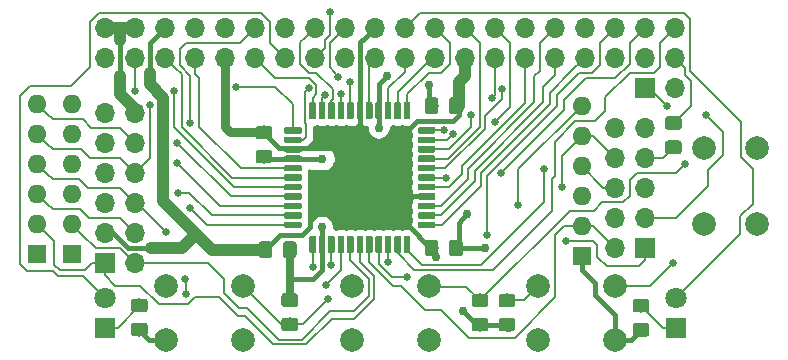
<source format=gtl>
G04 #@! TF.GenerationSoftware,KiCad,Pcbnew,(5.1.4)-1*
G04 #@! TF.CreationDate,2020-09-08T19:59:54+01:00*
G04 #@! TF.ProjectId,rgb-to-hdmi,7267622d-746f-42d6-9864-6d692e6b6963,rev?*
G04 #@! TF.SameCoordinates,Original*
G04 #@! TF.FileFunction,Copper,L1,Top*
G04 #@! TF.FilePolarity,Positive*
%FSLAX46Y46*%
G04 Gerber Fmt 4.6, Leading zero omitted, Abs format (unit mm)*
G04 Created by KiCad (PCBNEW (5.1.4)-1) date 2020-09-08 19:59:54*
%MOMM*%
%LPD*%
G04 APERTURE LIST*
%ADD10R,1.600000X1.600000*%
%ADD11O,1.600000X1.600000*%
%ADD12C,0.100000*%
%ADD13C,1.150000*%
%ADD14C,0.550000*%
%ADD15C,2.000000*%
%ADD16O,1.700000X1.700000*%
%ADD17R,1.700000X1.700000*%
%ADD18C,1.800000*%
%ADD19R,1.800000X1.800000*%
%ADD20C,0.762000*%
%ADD21C,0.660400*%
%ADD22C,0.381000*%
%ADD23C,0.635000*%
%ADD24C,0.203200*%
%ADD25C,1.016000*%
%ADD26C,0.762000*%
%ADD27C,0.254000*%
G04 APERTURE END LIST*
D10*
X64737800Y-46060360D03*
D11*
X64737800Y-43520360D03*
X64737800Y-40980360D03*
X64737800Y-38440360D03*
X64737800Y-35900360D03*
X64737800Y-33360360D03*
D10*
X21578000Y-45907960D03*
D11*
X21578000Y-43367960D03*
X21578000Y-40827960D03*
X21578000Y-38287960D03*
X21578000Y-35747960D03*
X21578000Y-33207960D03*
D12*
G36*
X40498105Y-51277764D02*
G01*
X40522373Y-51281364D01*
X40546172Y-51287325D01*
X40569271Y-51295590D01*
X40591450Y-51306080D01*
X40612493Y-51318692D01*
X40632199Y-51333307D01*
X40650377Y-51349783D01*
X40666853Y-51367961D01*
X40681468Y-51387667D01*
X40694080Y-51408710D01*
X40704570Y-51430889D01*
X40712835Y-51453988D01*
X40718796Y-51477787D01*
X40722396Y-51502055D01*
X40723600Y-51526559D01*
X40723600Y-52176561D01*
X40722396Y-52201065D01*
X40718796Y-52225333D01*
X40712835Y-52249132D01*
X40704570Y-52272231D01*
X40694080Y-52294410D01*
X40681468Y-52315453D01*
X40666853Y-52335159D01*
X40650377Y-52353337D01*
X40632199Y-52369813D01*
X40612493Y-52384428D01*
X40591450Y-52397040D01*
X40569271Y-52407530D01*
X40546172Y-52415795D01*
X40522373Y-52421756D01*
X40498105Y-52425356D01*
X40473601Y-52426560D01*
X39573599Y-52426560D01*
X39549095Y-52425356D01*
X39524827Y-52421756D01*
X39501028Y-52415795D01*
X39477929Y-52407530D01*
X39455750Y-52397040D01*
X39434707Y-52384428D01*
X39415001Y-52369813D01*
X39396823Y-52353337D01*
X39380347Y-52335159D01*
X39365732Y-52315453D01*
X39353120Y-52294410D01*
X39342630Y-52272231D01*
X39334365Y-52249132D01*
X39328404Y-52225333D01*
X39324804Y-52201065D01*
X39323600Y-52176561D01*
X39323600Y-51526559D01*
X39324804Y-51502055D01*
X39328404Y-51477787D01*
X39334365Y-51453988D01*
X39342630Y-51430889D01*
X39353120Y-51408710D01*
X39365732Y-51387667D01*
X39380347Y-51367961D01*
X39396823Y-51349783D01*
X39415001Y-51333307D01*
X39434707Y-51318692D01*
X39455750Y-51306080D01*
X39477929Y-51295590D01*
X39501028Y-51287325D01*
X39524827Y-51281364D01*
X39549095Y-51277764D01*
X39573599Y-51276560D01*
X40473601Y-51276560D01*
X40498105Y-51277764D01*
X40498105Y-51277764D01*
G37*
D13*
X40023600Y-51851560D03*
D12*
G36*
X40498105Y-49227764D02*
G01*
X40522373Y-49231364D01*
X40546172Y-49237325D01*
X40569271Y-49245590D01*
X40591450Y-49256080D01*
X40612493Y-49268692D01*
X40632199Y-49283307D01*
X40650377Y-49299783D01*
X40666853Y-49317961D01*
X40681468Y-49337667D01*
X40694080Y-49358710D01*
X40704570Y-49380889D01*
X40712835Y-49403988D01*
X40718796Y-49427787D01*
X40722396Y-49452055D01*
X40723600Y-49476559D01*
X40723600Y-50126561D01*
X40722396Y-50151065D01*
X40718796Y-50175333D01*
X40712835Y-50199132D01*
X40704570Y-50222231D01*
X40694080Y-50244410D01*
X40681468Y-50265453D01*
X40666853Y-50285159D01*
X40650377Y-50303337D01*
X40632199Y-50319813D01*
X40612493Y-50334428D01*
X40591450Y-50347040D01*
X40569271Y-50357530D01*
X40546172Y-50365795D01*
X40522373Y-50371756D01*
X40498105Y-50375356D01*
X40473601Y-50376560D01*
X39573599Y-50376560D01*
X39549095Y-50375356D01*
X39524827Y-50371756D01*
X39501028Y-50365795D01*
X39477929Y-50357530D01*
X39455750Y-50347040D01*
X39434707Y-50334428D01*
X39415001Y-50319813D01*
X39396823Y-50303337D01*
X39380347Y-50285159D01*
X39365732Y-50265453D01*
X39353120Y-50244410D01*
X39342630Y-50222231D01*
X39334365Y-50199132D01*
X39328404Y-50175333D01*
X39324804Y-50151065D01*
X39323600Y-50126561D01*
X39323600Y-49476559D01*
X39324804Y-49452055D01*
X39328404Y-49427787D01*
X39334365Y-49403988D01*
X39342630Y-49380889D01*
X39353120Y-49358710D01*
X39365732Y-49337667D01*
X39380347Y-49317961D01*
X39396823Y-49299783D01*
X39415001Y-49283307D01*
X39434707Y-49268692D01*
X39455750Y-49256080D01*
X39477929Y-49245590D01*
X39501028Y-49237325D01*
X39524827Y-49231364D01*
X39549095Y-49227764D01*
X39573599Y-49226560D01*
X40473601Y-49226560D01*
X40498105Y-49227764D01*
X40498105Y-49227764D01*
G37*
D13*
X40023600Y-49801560D03*
D12*
G36*
X52237977Y-43156622D02*
G01*
X52251325Y-43158602D01*
X52264414Y-43161881D01*
X52277119Y-43166427D01*
X52289317Y-43172196D01*
X52300891Y-43179133D01*
X52311729Y-43187171D01*
X52321727Y-43196233D01*
X52330789Y-43206231D01*
X52338827Y-43217069D01*
X52345764Y-43228643D01*
X52351533Y-43240841D01*
X52356079Y-43253546D01*
X52359358Y-43266635D01*
X52361338Y-43279983D01*
X52362000Y-43293460D01*
X52362000Y-43568460D01*
X52361338Y-43581937D01*
X52359358Y-43595285D01*
X52356079Y-43608374D01*
X52351533Y-43621079D01*
X52345764Y-43633277D01*
X52338827Y-43644851D01*
X52330789Y-43655689D01*
X52321727Y-43665687D01*
X52311729Y-43674749D01*
X52300891Y-43682787D01*
X52289317Y-43689724D01*
X52277119Y-43695493D01*
X52264414Y-43700039D01*
X52251325Y-43703318D01*
X52237977Y-43705298D01*
X52224500Y-43705960D01*
X51024500Y-43705960D01*
X51011023Y-43705298D01*
X50997675Y-43703318D01*
X50984586Y-43700039D01*
X50971881Y-43695493D01*
X50959683Y-43689724D01*
X50948109Y-43682787D01*
X50937271Y-43674749D01*
X50927273Y-43665687D01*
X50918211Y-43655689D01*
X50910173Y-43644851D01*
X50903236Y-43633277D01*
X50897467Y-43621079D01*
X50892921Y-43608374D01*
X50889642Y-43595285D01*
X50887662Y-43581937D01*
X50887000Y-43568460D01*
X50887000Y-43293460D01*
X50887662Y-43279983D01*
X50889642Y-43266635D01*
X50892921Y-43253546D01*
X50897467Y-43240841D01*
X50903236Y-43228643D01*
X50910173Y-43217069D01*
X50918211Y-43206231D01*
X50927273Y-43196233D01*
X50937271Y-43187171D01*
X50948109Y-43179133D01*
X50959683Y-43172196D01*
X50971881Y-43166427D01*
X50984586Y-43161881D01*
X50997675Y-43158602D01*
X51011023Y-43156622D01*
X51024500Y-43155960D01*
X52224500Y-43155960D01*
X52237977Y-43156622D01*
X52237977Y-43156622D01*
G37*
D14*
X51624500Y-43430960D03*
D12*
G36*
X52237977Y-42356622D02*
G01*
X52251325Y-42358602D01*
X52264414Y-42361881D01*
X52277119Y-42366427D01*
X52289317Y-42372196D01*
X52300891Y-42379133D01*
X52311729Y-42387171D01*
X52321727Y-42396233D01*
X52330789Y-42406231D01*
X52338827Y-42417069D01*
X52345764Y-42428643D01*
X52351533Y-42440841D01*
X52356079Y-42453546D01*
X52359358Y-42466635D01*
X52361338Y-42479983D01*
X52362000Y-42493460D01*
X52362000Y-42768460D01*
X52361338Y-42781937D01*
X52359358Y-42795285D01*
X52356079Y-42808374D01*
X52351533Y-42821079D01*
X52345764Y-42833277D01*
X52338827Y-42844851D01*
X52330789Y-42855689D01*
X52321727Y-42865687D01*
X52311729Y-42874749D01*
X52300891Y-42882787D01*
X52289317Y-42889724D01*
X52277119Y-42895493D01*
X52264414Y-42900039D01*
X52251325Y-42903318D01*
X52237977Y-42905298D01*
X52224500Y-42905960D01*
X51024500Y-42905960D01*
X51011023Y-42905298D01*
X50997675Y-42903318D01*
X50984586Y-42900039D01*
X50971881Y-42895493D01*
X50959683Y-42889724D01*
X50948109Y-42882787D01*
X50937271Y-42874749D01*
X50927273Y-42865687D01*
X50918211Y-42855689D01*
X50910173Y-42844851D01*
X50903236Y-42833277D01*
X50897467Y-42821079D01*
X50892921Y-42808374D01*
X50889642Y-42795285D01*
X50887662Y-42781937D01*
X50887000Y-42768460D01*
X50887000Y-42493460D01*
X50887662Y-42479983D01*
X50889642Y-42466635D01*
X50892921Y-42453546D01*
X50897467Y-42440841D01*
X50903236Y-42428643D01*
X50910173Y-42417069D01*
X50918211Y-42406231D01*
X50927273Y-42396233D01*
X50937271Y-42387171D01*
X50948109Y-42379133D01*
X50959683Y-42372196D01*
X50971881Y-42366427D01*
X50984586Y-42361881D01*
X50997675Y-42358602D01*
X51011023Y-42356622D01*
X51024500Y-42355960D01*
X52224500Y-42355960D01*
X52237977Y-42356622D01*
X52237977Y-42356622D01*
G37*
D14*
X51624500Y-42630960D03*
D12*
G36*
X52237977Y-41556622D02*
G01*
X52251325Y-41558602D01*
X52264414Y-41561881D01*
X52277119Y-41566427D01*
X52289317Y-41572196D01*
X52300891Y-41579133D01*
X52311729Y-41587171D01*
X52321727Y-41596233D01*
X52330789Y-41606231D01*
X52338827Y-41617069D01*
X52345764Y-41628643D01*
X52351533Y-41640841D01*
X52356079Y-41653546D01*
X52359358Y-41666635D01*
X52361338Y-41679983D01*
X52362000Y-41693460D01*
X52362000Y-41968460D01*
X52361338Y-41981937D01*
X52359358Y-41995285D01*
X52356079Y-42008374D01*
X52351533Y-42021079D01*
X52345764Y-42033277D01*
X52338827Y-42044851D01*
X52330789Y-42055689D01*
X52321727Y-42065687D01*
X52311729Y-42074749D01*
X52300891Y-42082787D01*
X52289317Y-42089724D01*
X52277119Y-42095493D01*
X52264414Y-42100039D01*
X52251325Y-42103318D01*
X52237977Y-42105298D01*
X52224500Y-42105960D01*
X51024500Y-42105960D01*
X51011023Y-42105298D01*
X50997675Y-42103318D01*
X50984586Y-42100039D01*
X50971881Y-42095493D01*
X50959683Y-42089724D01*
X50948109Y-42082787D01*
X50937271Y-42074749D01*
X50927273Y-42065687D01*
X50918211Y-42055689D01*
X50910173Y-42044851D01*
X50903236Y-42033277D01*
X50897467Y-42021079D01*
X50892921Y-42008374D01*
X50889642Y-41995285D01*
X50887662Y-41981937D01*
X50887000Y-41968460D01*
X50887000Y-41693460D01*
X50887662Y-41679983D01*
X50889642Y-41666635D01*
X50892921Y-41653546D01*
X50897467Y-41640841D01*
X50903236Y-41628643D01*
X50910173Y-41617069D01*
X50918211Y-41606231D01*
X50927273Y-41596233D01*
X50937271Y-41587171D01*
X50948109Y-41579133D01*
X50959683Y-41572196D01*
X50971881Y-41566427D01*
X50984586Y-41561881D01*
X50997675Y-41558602D01*
X51011023Y-41556622D01*
X51024500Y-41555960D01*
X52224500Y-41555960D01*
X52237977Y-41556622D01*
X52237977Y-41556622D01*
G37*
D14*
X51624500Y-41830960D03*
D12*
G36*
X52237977Y-40756622D02*
G01*
X52251325Y-40758602D01*
X52264414Y-40761881D01*
X52277119Y-40766427D01*
X52289317Y-40772196D01*
X52300891Y-40779133D01*
X52311729Y-40787171D01*
X52321727Y-40796233D01*
X52330789Y-40806231D01*
X52338827Y-40817069D01*
X52345764Y-40828643D01*
X52351533Y-40840841D01*
X52356079Y-40853546D01*
X52359358Y-40866635D01*
X52361338Y-40879983D01*
X52362000Y-40893460D01*
X52362000Y-41168460D01*
X52361338Y-41181937D01*
X52359358Y-41195285D01*
X52356079Y-41208374D01*
X52351533Y-41221079D01*
X52345764Y-41233277D01*
X52338827Y-41244851D01*
X52330789Y-41255689D01*
X52321727Y-41265687D01*
X52311729Y-41274749D01*
X52300891Y-41282787D01*
X52289317Y-41289724D01*
X52277119Y-41295493D01*
X52264414Y-41300039D01*
X52251325Y-41303318D01*
X52237977Y-41305298D01*
X52224500Y-41305960D01*
X51024500Y-41305960D01*
X51011023Y-41305298D01*
X50997675Y-41303318D01*
X50984586Y-41300039D01*
X50971881Y-41295493D01*
X50959683Y-41289724D01*
X50948109Y-41282787D01*
X50937271Y-41274749D01*
X50927273Y-41265687D01*
X50918211Y-41255689D01*
X50910173Y-41244851D01*
X50903236Y-41233277D01*
X50897467Y-41221079D01*
X50892921Y-41208374D01*
X50889642Y-41195285D01*
X50887662Y-41181937D01*
X50887000Y-41168460D01*
X50887000Y-40893460D01*
X50887662Y-40879983D01*
X50889642Y-40866635D01*
X50892921Y-40853546D01*
X50897467Y-40840841D01*
X50903236Y-40828643D01*
X50910173Y-40817069D01*
X50918211Y-40806231D01*
X50927273Y-40796233D01*
X50937271Y-40787171D01*
X50948109Y-40779133D01*
X50959683Y-40772196D01*
X50971881Y-40766427D01*
X50984586Y-40761881D01*
X50997675Y-40758602D01*
X51011023Y-40756622D01*
X51024500Y-40755960D01*
X52224500Y-40755960D01*
X52237977Y-40756622D01*
X52237977Y-40756622D01*
G37*
D14*
X51624500Y-41030960D03*
D12*
G36*
X52237977Y-39956622D02*
G01*
X52251325Y-39958602D01*
X52264414Y-39961881D01*
X52277119Y-39966427D01*
X52289317Y-39972196D01*
X52300891Y-39979133D01*
X52311729Y-39987171D01*
X52321727Y-39996233D01*
X52330789Y-40006231D01*
X52338827Y-40017069D01*
X52345764Y-40028643D01*
X52351533Y-40040841D01*
X52356079Y-40053546D01*
X52359358Y-40066635D01*
X52361338Y-40079983D01*
X52362000Y-40093460D01*
X52362000Y-40368460D01*
X52361338Y-40381937D01*
X52359358Y-40395285D01*
X52356079Y-40408374D01*
X52351533Y-40421079D01*
X52345764Y-40433277D01*
X52338827Y-40444851D01*
X52330789Y-40455689D01*
X52321727Y-40465687D01*
X52311729Y-40474749D01*
X52300891Y-40482787D01*
X52289317Y-40489724D01*
X52277119Y-40495493D01*
X52264414Y-40500039D01*
X52251325Y-40503318D01*
X52237977Y-40505298D01*
X52224500Y-40505960D01*
X51024500Y-40505960D01*
X51011023Y-40505298D01*
X50997675Y-40503318D01*
X50984586Y-40500039D01*
X50971881Y-40495493D01*
X50959683Y-40489724D01*
X50948109Y-40482787D01*
X50937271Y-40474749D01*
X50927273Y-40465687D01*
X50918211Y-40455689D01*
X50910173Y-40444851D01*
X50903236Y-40433277D01*
X50897467Y-40421079D01*
X50892921Y-40408374D01*
X50889642Y-40395285D01*
X50887662Y-40381937D01*
X50887000Y-40368460D01*
X50887000Y-40093460D01*
X50887662Y-40079983D01*
X50889642Y-40066635D01*
X50892921Y-40053546D01*
X50897467Y-40040841D01*
X50903236Y-40028643D01*
X50910173Y-40017069D01*
X50918211Y-40006231D01*
X50927273Y-39996233D01*
X50937271Y-39987171D01*
X50948109Y-39979133D01*
X50959683Y-39972196D01*
X50971881Y-39966427D01*
X50984586Y-39961881D01*
X50997675Y-39958602D01*
X51011023Y-39956622D01*
X51024500Y-39955960D01*
X52224500Y-39955960D01*
X52237977Y-39956622D01*
X52237977Y-39956622D01*
G37*
D14*
X51624500Y-40230960D03*
D12*
G36*
X52237977Y-39156622D02*
G01*
X52251325Y-39158602D01*
X52264414Y-39161881D01*
X52277119Y-39166427D01*
X52289317Y-39172196D01*
X52300891Y-39179133D01*
X52311729Y-39187171D01*
X52321727Y-39196233D01*
X52330789Y-39206231D01*
X52338827Y-39217069D01*
X52345764Y-39228643D01*
X52351533Y-39240841D01*
X52356079Y-39253546D01*
X52359358Y-39266635D01*
X52361338Y-39279983D01*
X52362000Y-39293460D01*
X52362000Y-39568460D01*
X52361338Y-39581937D01*
X52359358Y-39595285D01*
X52356079Y-39608374D01*
X52351533Y-39621079D01*
X52345764Y-39633277D01*
X52338827Y-39644851D01*
X52330789Y-39655689D01*
X52321727Y-39665687D01*
X52311729Y-39674749D01*
X52300891Y-39682787D01*
X52289317Y-39689724D01*
X52277119Y-39695493D01*
X52264414Y-39700039D01*
X52251325Y-39703318D01*
X52237977Y-39705298D01*
X52224500Y-39705960D01*
X51024500Y-39705960D01*
X51011023Y-39705298D01*
X50997675Y-39703318D01*
X50984586Y-39700039D01*
X50971881Y-39695493D01*
X50959683Y-39689724D01*
X50948109Y-39682787D01*
X50937271Y-39674749D01*
X50927273Y-39665687D01*
X50918211Y-39655689D01*
X50910173Y-39644851D01*
X50903236Y-39633277D01*
X50897467Y-39621079D01*
X50892921Y-39608374D01*
X50889642Y-39595285D01*
X50887662Y-39581937D01*
X50887000Y-39568460D01*
X50887000Y-39293460D01*
X50887662Y-39279983D01*
X50889642Y-39266635D01*
X50892921Y-39253546D01*
X50897467Y-39240841D01*
X50903236Y-39228643D01*
X50910173Y-39217069D01*
X50918211Y-39206231D01*
X50927273Y-39196233D01*
X50937271Y-39187171D01*
X50948109Y-39179133D01*
X50959683Y-39172196D01*
X50971881Y-39166427D01*
X50984586Y-39161881D01*
X50997675Y-39158602D01*
X51011023Y-39156622D01*
X51024500Y-39155960D01*
X52224500Y-39155960D01*
X52237977Y-39156622D01*
X52237977Y-39156622D01*
G37*
D14*
X51624500Y-39430960D03*
D12*
G36*
X52237977Y-38356622D02*
G01*
X52251325Y-38358602D01*
X52264414Y-38361881D01*
X52277119Y-38366427D01*
X52289317Y-38372196D01*
X52300891Y-38379133D01*
X52311729Y-38387171D01*
X52321727Y-38396233D01*
X52330789Y-38406231D01*
X52338827Y-38417069D01*
X52345764Y-38428643D01*
X52351533Y-38440841D01*
X52356079Y-38453546D01*
X52359358Y-38466635D01*
X52361338Y-38479983D01*
X52362000Y-38493460D01*
X52362000Y-38768460D01*
X52361338Y-38781937D01*
X52359358Y-38795285D01*
X52356079Y-38808374D01*
X52351533Y-38821079D01*
X52345764Y-38833277D01*
X52338827Y-38844851D01*
X52330789Y-38855689D01*
X52321727Y-38865687D01*
X52311729Y-38874749D01*
X52300891Y-38882787D01*
X52289317Y-38889724D01*
X52277119Y-38895493D01*
X52264414Y-38900039D01*
X52251325Y-38903318D01*
X52237977Y-38905298D01*
X52224500Y-38905960D01*
X51024500Y-38905960D01*
X51011023Y-38905298D01*
X50997675Y-38903318D01*
X50984586Y-38900039D01*
X50971881Y-38895493D01*
X50959683Y-38889724D01*
X50948109Y-38882787D01*
X50937271Y-38874749D01*
X50927273Y-38865687D01*
X50918211Y-38855689D01*
X50910173Y-38844851D01*
X50903236Y-38833277D01*
X50897467Y-38821079D01*
X50892921Y-38808374D01*
X50889642Y-38795285D01*
X50887662Y-38781937D01*
X50887000Y-38768460D01*
X50887000Y-38493460D01*
X50887662Y-38479983D01*
X50889642Y-38466635D01*
X50892921Y-38453546D01*
X50897467Y-38440841D01*
X50903236Y-38428643D01*
X50910173Y-38417069D01*
X50918211Y-38406231D01*
X50927273Y-38396233D01*
X50937271Y-38387171D01*
X50948109Y-38379133D01*
X50959683Y-38372196D01*
X50971881Y-38366427D01*
X50984586Y-38361881D01*
X50997675Y-38358602D01*
X51011023Y-38356622D01*
X51024500Y-38355960D01*
X52224500Y-38355960D01*
X52237977Y-38356622D01*
X52237977Y-38356622D01*
G37*
D14*
X51624500Y-38630960D03*
D12*
G36*
X52237977Y-37556622D02*
G01*
X52251325Y-37558602D01*
X52264414Y-37561881D01*
X52277119Y-37566427D01*
X52289317Y-37572196D01*
X52300891Y-37579133D01*
X52311729Y-37587171D01*
X52321727Y-37596233D01*
X52330789Y-37606231D01*
X52338827Y-37617069D01*
X52345764Y-37628643D01*
X52351533Y-37640841D01*
X52356079Y-37653546D01*
X52359358Y-37666635D01*
X52361338Y-37679983D01*
X52362000Y-37693460D01*
X52362000Y-37968460D01*
X52361338Y-37981937D01*
X52359358Y-37995285D01*
X52356079Y-38008374D01*
X52351533Y-38021079D01*
X52345764Y-38033277D01*
X52338827Y-38044851D01*
X52330789Y-38055689D01*
X52321727Y-38065687D01*
X52311729Y-38074749D01*
X52300891Y-38082787D01*
X52289317Y-38089724D01*
X52277119Y-38095493D01*
X52264414Y-38100039D01*
X52251325Y-38103318D01*
X52237977Y-38105298D01*
X52224500Y-38105960D01*
X51024500Y-38105960D01*
X51011023Y-38105298D01*
X50997675Y-38103318D01*
X50984586Y-38100039D01*
X50971881Y-38095493D01*
X50959683Y-38089724D01*
X50948109Y-38082787D01*
X50937271Y-38074749D01*
X50927273Y-38065687D01*
X50918211Y-38055689D01*
X50910173Y-38044851D01*
X50903236Y-38033277D01*
X50897467Y-38021079D01*
X50892921Y-38008374D01*
X50889642Y-37995285D01*
X50887662Y-37981937D01*
X50887000Y-37968460D01*
X50887000Y-37693460D01*
X50887662Y-37679983D01*
X50889642Y-37666635D01*
X50892921Y-37653546D01*
X50897467Y-37640841D01*
X50903236Y-37628643D01*
X50910173Y-37617069D01*
X50918211Y-37606231D01*
X50927273Y-37596233D01*
X50937271Y-37587171D01*
X50948109Y-37579133D01*
X50959683Y-37572196D01*
X50971881Y-37566427D01*
X50984586Y-37561881D01*
X50997675Y-37558602D01*
X51011023Y-37556622D01*
X51024500Y-37555960D01*
X52224500Y-37555960D01*
X52237977Y-37556622D01*
X52237977Y-37556622D01*
G37*
D14*
X51624500Y-37830960D03*
D12*
G36*
X52237977Y-36756622D02*
G01*
X52251325Y-36758602D01*
X52264414Y-36761881D01*
X52277119Y-36766427D01*
X52289317Y-36772196D01*
X52300891Y-36779133D01*
X52311729Y-36787171D01*
X52321727Y-36796233D01*
X52330789Y-36806231D01*
X52338827Y-36817069D01*
X52345764Y-36828643D01*
X52351533Y-36840841D01*
X52356079Y-36853546D01*
X52359358Y-36866635D01*
X52361338Y-36879983D01*
X52362000Y-36893460D01*
X52362000Y-37168460D01*
X52361338Y-37181937D01*
X52359358Y-37195285D01*
X52356079Y-37208374D01*
X52351533Y-37221079D01*
X52345764Y-37233277D01*
X52338827Y-37244851D01*
X52330789Y-37255689D01*
X52321727Y-37265687D01*
X52311729Y-37274749D01*
X52300891Y-37282787D01*
X52289317Y-37289724D01*
X52277119Y-37295493D01*
X52264414Y-37300039D01*
X52251325Y-37303318D01*
X52237977Y-37305298D01*
X52224500Y-37305960D01*
X51024500Y-37305960D01*
X51011023Y-37305298D01*
X50997675Y-37303318D01*
X50984586Y-37300039D01*
X50971881Y-37295493D01*
X50959683Y-37289724D01*
X50948109Y-37282787D01*
X50937271Y-37274749D01*
X50927273Y-37265687D01*
X50918211Y-37255689D01*
X50910173Y-37244851D01*
X50903236Y-37233277D01*
X50897467Y-37221079D01*
X50892921Y-37208374D01*
X50889642Y-37195285D01*
X50887662Y-37181937D01*
X50887000Y-37168460D01*
X50887000Y-36893460D01*
X50887662Y-36879983D01*
X50889642Y-36866635D01*
X50892921Y-36853546D01*
X50897467Y-36840841D01*
X50903236Y-36828643D01*
X50910173Y-36817069D01*
X50918211Y-36806231D01*
X50927273Y-36796233D01*
X50937271Y-36787171D01*
X50948109Y-36779133D01*
X50959683Y-36772196D01*
X50971881Y-36766427D01*
X50984586Y-36761881D01*
X50997675Y-36758602D01*
X51011023Y-36756622D01*
X51024500Y-36755960D01*
X52224500Y-36755960D01*
X52237977Y-36756622D01*
X52237977Y-36756622D01*
G37*
D14*
X51624500Y-37030960D03*
D12*
G36*
X52237977Y-35956622D02*
G01*
X52251325Y-35958602D01*
X52264414Y-35961881D01*
X52277119Y-35966427D01*
X52289317Y-35972196D01*
X52300891Y-35979133D01*
X52311729Y-35987171D01*
X52321727Y-35996233D01*
X52330789Y-36006231D01*
X52338827Y-36017069D01*
X52345764Y-36028643D01*
X52351533Y-36040841D01*
X52356079Y-36053546D01*
X52359358Y-36066635D01*
X52361338Y-36079983D01*
X52362000Y-36093460D01*
X52362000Y-36368460D01*
X52361338Y-36381937D01*
X52359358Y-36395285D01*
X52356079Y-36408374D01*
X52351533Y-36421079D01*
X52345764Y-36433277D01*
X52338827Y-36444851D01*
X52330789Y-36455689D01*
X52321727Y-36465687D01*
X52311729Y-36474749D01*
X52300891Y-36482787D01*
X52289317Y-36489724D01*
X52277119Y-36495493D01*
X52264414Y-36500039D01*
X52251325Y-36503318D01*
X52237977Y-36505298D01*
X52224500Y-36505960D01*
X51024500Y-36505960D01*
X51011023Y-36505298D01*
X50997675Y-36503318D01*
X50984586Y-36500039D01*
X50971881Y-36495493D01*
X50959683Y-36489724D01*
X50948109Y-36482787D01*
X50937271Y-36474749D01*
X50927273Y-36465687D01*
X50918211Y-36455689D01*
X50910173Y-36444851D01*
X50903236Y-36433277D01*
X50897467Y-36421079D01*
X50892921Y-36408374D01*
X50889642Y-36395285D01*
X50887662Y-36381937D01*
X50887000Y-36368460D01*
X50887000Y-36093460D01*
X50887662Y-36079983D01*
X50889642Y-36066635D01*
X50892921Y-36053546D01*
X50897467Y-36040841D01*
X50903236Y-36028643D01*
X50910173Y-36017069D01*
X50918211Y-36006231D01*
X50927273Y-35996233D01*
X50937271Y-35987171D01*
X50948109Y-35979133D01*
X50959683Y-35972196D01*
X50971881Y-35966427D01*
X50984586Y-35961881D01*
X50997675Y-35958602D01*
X51011023Y-35956622D01*
X51024500Y-35955960D01*
X52224500Y-35955960D01*
X52237977Y-35956622D01*
X52237977Y-35956622D01*
G37*
D14*
X51624500Y-36230960D03*
D12*
G36*
X52237977Y-35156622D02*
G01*
X52251325Y-35158602D01*
X52264414Y-35161881D01*
X52277119Y-35166427D01*
X52289317Y-35172196D01*
X52300891Y-35179133D01*
X52311729Y-35187171D01*
X52321727Y-35196233D01*
X52330789Y-35206231D01*
X52338827Y-35217069D01*
X52345764Y-35228643D01*
X52351533Y-35240841D01*
X52356079Y-35253546D01*
X52359358Y-35266635D01*
X52361338Y-35279983D01*
X52362000Y-35293460D01*
X52362000Y-35568460D01*
X52361338Y-35581937D01*
X52359358Y-35595285D01*
X52356079Y-35608374D01*
X52351533Y-35621079D01*
X52345764Y-35633277D01*
X52338827Y-35644851D01*
X52330789Y-35655689D01*
X52321727Y-35665687D01*
X52311729Y-35674749D01*
X52300891Y-35682787D01*
X52289317Y-35689724D01*
X52277119Y-35695493D01*
X52264414Y-35700039D01*
X52251325Y-35703318D01*
X52237977Y-35705298D01*
X52224500Y-35705960D01*
X51024500Y-35705960D01*
X51011023Y-35705298D01*
X50997675Y-35703318D01*
X50984586Y-35700039D01*
X50971881Y-35695493D01*
X50959683Y-35689724D01*
X50948109Y-35682787D01*
X50937271Y-35674749D01*
X50927273Y-35665687D01*
X50918211Y-35655689D01*
X50910173Y-35644851D01*
X50903236Y-35633277D01*
X50897467Y-35621079D01*
X50892921Y-35608374D01*
X50889642Y-35595285D01*
X50887662Y-35581937D01*
X50887000Y-35568460D01*
X50887000Y-35293460D01*
X50887662Y-35279983D01*
X50889642Y-35266635D01*
X50892921Y-35253546D01*
X50897467Y-35240841D01*
X50903236Y-35228643D01*
X50910173Y-35217069D01*
X50918211Y-35206231D01*
X50927273Y-35196233D01*
X50937271Y-35187171D01*
X50948109Y-35179133D01*
X50959683Y-35172196D01*
X50971881Y-35166427D01*
X50984586Y-35161881D01*
X50997675Y-35158602D01*
X51011023Y-35156622D01*
X51024500Y-35155960D01*
X52224500Y-35155960D01*
X52237977Y-35156622D01*
X52237977Y-35156622D01*
G37*
D14*
X51624500Y-35430960D03*
D12*
G36*
X50112977Y-33031622D02*
G01*
X50126325Y-33033602D01*
X50139414Y-33036881D01*
X50152119Y-33041427D01*
X50164317Y-33047196D01*
X50175891Y-33054133D01*
X50186729Y-33062171D01*
X50196727Y-33071233D01*
X50205789Y-33081231D01*
X50213827Y-33092069D01*
X50220764Y-33103643D01*
X50226533Y-33115841D01*
X50231079Y-33128546D01*
X50234358Y-33141635D01*
X50236338Y-33154983D01*
X50237000Y-33168460D01*
X50237000Y-34368460D01*
X50236338Y-34381937D01*
X50234358Y-34395285D01*
X50231079Y-34408374D01*
X50226533Y-34421079D01*
X50220764Y-34433277D01*
X50213827Y-34444851D01*
X50205789Y-34455689D01*
X50196727Y-34465687D01*
X50186729Y-34474749D01*
X50175891Y-34482787D01*
X50164317Y-34489724D01*
X50152119Y-34495493D01*
X50139414Y-34500039D01*
X50126325Y-34503318D01*
X50112977Y-34505298D01*
X50099500Y-34505960D01*
X49824500Y-34505960D01*
X49811023Y-34505298D01*
X49797675Y-34503318D01*
X49784586Y-34500039D01*
X49771881Y-34495493D01*
X49759683Y-34489724D01*
X49748109Y-34482787D01*
X49737271Y-34474749D01*
X49727273Y-34465687D01*
X49718211Y-34455689D01*
X49710173Y-34444851D01*
X49703236Y-34433277D01*
X49697467Y-34421079D01*
X49692921Y-34408374D01*
X49689642Y-34395285D01*
X49687662Y-34381937D01*
X49687000Y-34368460D01*
X49687000Y-33168460D01*
X49687662Y-33154983D01*
X49689642Y-33141635D01*
X49692921Y-33128546D01*
X49697467Y-33115841D01*
X49703236Y-33103643D01*
X49710173Y-33092069D01*
X49718211Y-33081231D01*
X49727273Y-33071233D01*
X49737271Y-33062171D01*
X49748109Y-33054133D01*
X49759683Y-33047196D01*
X49771881Y-33041427D01*
X49784586Y-33036881D01*
X49797675Y-33033602D01*
X49811023Y-33031622D01*
X49824500Y-33030960D01*
X50099500Y-33030960D01*
X50112977Y-33031622D01*
X50112977Y-33031622D01*
G37*
D14*
X49962000Y-33768460D03*
D12*
G36*
X49312977Y-33031622D02*
G01*
X49326325Y-33033602D01*
X49339414Y-33036881D01*
X49352119Y-33041427D01*
X49364317Y-33047196D01*
X49375891Y-33054133D01*
X49386729Y-33062171D01*
X49396727Y-33071233D01*
X49405789Y-33081231D01*
X49413827Y-33092069D01*
X49420764Y-33103643D01*
X49426533Y-33115841D01*
X49431079Y-33128546D01*
X49434358Y-33141635D01*
X49436338Y-33154983D01*
X49437000Y-33168460D01*
X49437000Y-34368460D01*
X49436338Y-34381937D01*
X49434358Y-34395285D01*
X49431079Y-34408374D01*
X49426533Y-34421079D01*
X49420764Y-34433277D01*
X49413827Y-34444851D01*
X49405789Y-34455689D01*
X49396727Y-34465687D01*
X49386729Y-34474749D01*
X49375891Y-34482787D01*
X49364317Y-34489724D01*
X49352119Y-34495493D01*
X49339414Y-34500039D01*
X49326325Y-34503318D01*
X49312977Y-34505298D01*
X49299500Y-34505960D01*
X49024500Y-34505960D01*
X49011023Y-34505298D01*
X48997675Y-34503318D01*
X48984586Y-34500039D01*
X48971881Y-34495493D01*
X48959683Y-34489724D01*
X48948109Y-34482787D01*
X48937271Y-34474749D01*
X48927273Y-34465687D01*
X48918211Y-34455689D01*
X48910173Y-34444851D01*
X48903236Y-34433277D01*
X48897467Y-34421079D01*
X48892921Y-34408374D01*
X48889642Y-34395285D01*
X48887662Y-34381937D01*
X48887000Y-34368460D01*
X48887000Y-33168460D01*
X48887662Y-33154983D01*
X48889642Y-33141635D01*
X48892921Y-33128546D01*
X48897467Y-33115841D01*
X48903236Y-33103643D01*
X48910173Y-33092069D01*
X48918211Y-33081231D01*
X48927273Y-33071233D01*
X48937271Y-33062171D01*
X48948109Y-33054133D01*
X48959683Y-33047196D01*
X48971881Y-33041427D01*
X48984586Y-33036881D01*
X48997675Y-33033602D01*
X49011023Y-33031622D01*
X49024500Y-33030960D01*
X49299500Y-33030960D01*
X49312977Y-33031622D01*
X49312977Y-33031622D01*
G37*
D14*
X49162000Y-33768460D03*
D12*
G36*
X48512977Y-33031622D02*
G01*
X48526325Y-33033602D01*
X48539414Y-33036881D01*
X48552119Y-33041427D01*
X48564317Y-33047196D01*
X48575891Y-33054133D01*
X48586729Y-33062171D01*
X48596727Y-33071233D01*
X48605789Y-33081231D01*
X48613827Y-33092069D01*
X48620764Y-33103643D01*
X48626533Y-33115841D01*
X48631079Y-33128546D01*
X48634358Y-33141635D01*
X48636338Y-33154983D01*
X48637000Y-33168460D01*
X48637000Y-34368460D01*
X48636338Y-34381937D01*
X48634358Y-34395285D01*
X48631079Y-34408374D01*
X48626533Y-34421079D01*
X48620764Y-34433277D01*
X48613827Y-34444851D01*
X48605789Y-34455689D01*
X48596727Y-34465687D01*
X48586729Y-34474749D01*
X48575891Y-34482787D01*
X48564317Y-34489724D01*
X48552119Y-34495493D01*
X48539414Y-34500039D01*
X48526325Y-34503318D01*
X48512977Y-34505298D01*
X48499500Y-34505960D01*
X48224500Y-34505960D01*
X48211023Y-34505298D01*
X48197675Y-34503318D01*
X48184586Y-34500039D01*
X48171881Y-34495493D01*
X48159683Y-34489724D01*
X48148109Y-34482787D01*
X48137271Y-34474749D01*
X48127273Y-34465687D01*
X48118211Y-34455689D01*
X48110173Y-34444851D01*
X48103236Y-34433277D01*
X48097467Y-34421079D01*
X48092921Y-34408374D01*
X48089642Y-34395285D01*
X48087662Y-34381937D01*
X48087000Y-34368460D01*
X48087000Y-33168460D01*
X48087662Y-33154983D01*
X48089642Y-33141635D01*
X48092921Y-33128546D01*
X48097467Y-33115841D01*
X48103236Y-33103643D01*
X48110173Y-33092069D01*
X48118211Y-33081231D01*
X48127273Y-33071233D01*
X48137271Y-33062171D01*
X48148109Y-33054133D01*
X48159683Y-33047196D01*
X48171881Y-33041427D01*
X48184586Y-33036881D01*
X48197675Y-33033602D01*
X48211023Y-33031622D01*
X48224500Y-33030960D01*
X48499500Y-33030960D01*
X48512977Y-33031622D01*
X48512977Y-33031622D01*
G37*
D14*
X48362000Y-33768460D03*
D12*
G36*
X47712977Y-33031622D02*
G01*
X47726325Y-33033602D01*
X47739414Y-33036881D01*
X47752119Y-33041427D01*
X47764317Y-33047196D01*
X47775891Y-33054133D01*
X47786729Y-33062171D01*
X47796727Y-33071233D01*
X47805789Y-33081231D01*
X47813827Y-33092069D01*
X47820764Y-33103643D01*
X47826533Y-33115841D01*
X47831079Y-33128546D01*
X47834358Y-33141635D01*
X47836338Y-33154983D01*
X47837000Y-33168460D01*
X47837000Y-34368460D01*
X47836338Y-34381937D01*
X47834358Y-34395285D01*
X47831079Y-34408374D01*
X47826533Y-34421079D01*
X47820764Y-34433277D01*
X47813827Y-34444851D01*
X47805789Y-34455689D01*
X47796727Y-34465687D01*
X47786729Y-34474749D01*
X47775891Y-34482787D01*
X47764317Y-34489724D01*
X47752119Y-34495493D01*
X47739414Y-34500039D01*
X47726325Y-34503318D01*
X47712977Y-34505298D01*
X47699500Y-34505960D01*
X47424500Y-34505960D01*
X47411023Y-34505298D01*
X47397675Y-34503318D01*
X47384586Y-34500039D01*
X47371881Y-34495493D01*
X47359683Y-34489724D01*
X47348109Y-34482787D01*
X47337271Y-34474749D01*
X47327273Y-34465687D01*
X47318211Y-34455689D01*
X47310173Y-34444851D01*
X47303236Y-34433277D01*
X47297467Y-34421079D01*
X47292921Y-34408374D01*
X47289642Y-34395285D01*
X47287662Y-34381937D01*
X47287000Y-34368460D01*
X47287000Y-33168460D01*
X47287662Y-33154983D01*
X47289642Y-33141635D01*
X47292921Y-33128546D01*
X47297467Y-33115841D01*
X47303236Y-33103643D01*
X47310173Y-33092069D01*
X47318211Y-33081231D01*
X47327273Y-33071233D01*
X47337271Y-33062171D01*
X47348109Y-33054133D01*
X47359683Y-33047196D01*
X47371881Y-33041427D01*
X47384586Y-33036881D01*
X47397675Y-33033602D01*
X47411023Y-33031622D01*
X47424500Y-33030960D01*
X47699500Y-33030960D01*
X47712977Y-33031622D01*
X47712977Y-33031622D01*
G37*
D14*
X47562000Y-33768460D03*
D12*
G36*
X46912977Y-33031622D02*
G01*
X46926325Y-33033602D01*
X46939414Y-33036881D01*
X46952119Y-33041427D01*
X46964317Y-33047196D01*
X46975891Y-33054133D01*
X46986729Y-33062171D01*
X46996727Y-33071233D01*
X47005789Y-33081231D01*
X47013827Y-33092069D01*
X47020764Y-33103643D01*
X47026533Y-33115841D01*
X47031079Y-33128546D01*
X47034358Y-33141635D01*
X47036338Y-33154983D01*
X47037000Y-33168460D01*
X47037000Y-34368460D01*
X47036338Y-34381937D01*
X47034358Y-34395285D01*
X47031079Y-34408374D01*
X47026533Y-34421079D01*
X47020764Y-34433277D01*
X47013827Y-34444851D01*
X47005789Y-34455689D01*
X46996727Y-34465687D01*
X46986729Y-34474749D01*
X46975891Y-34482787D01*
X46964317Y-34489724D01*
X46952119Y-34495493D01*
X46939414Y-34500039D01*
X46926325Y-34503318D01*
X46912977Y-34505298D01*
X46899500Y-34505960D01*
X46624500Y-34505960D01*
X46611023Y-34505298D01*
X46597675Y-34503318D01*
X46584586Y-34500039D01*
X46571881Y-34495493D01*
X46559683Y-34489724D01*
X46548109Y-34482787D01*
X46537271Y-34474749D01*
X46527273Y-34465687D01*
X46518211Y-34455689D01*
X46510173Y-34444851D01*
X46503236Y-34433277D01*
X46497467Y-34421079D01*
X46492921Y-34408374D01*
X46489642Y-34395285D01*
X46487662Y-34381937D01*
X46487000Y-34368460D01*
X46487000Y-33168460D01*
X46487662Y-33154983D01*
X46489642Y-33141635D01*
X46492921Y-33128546D01*
X46497467Y-33115841D01*
X46503236Y-33103643D01*
X46510173Y-33092069D01*
X46518211Y-33081231D01*
X46527273Y-33071233D01*
X46537271Y-33062171D01*
X46548109Y-33054133D01*
X46559683Y-33047196D01*
X46571881Y-33041427D01*
X46584586Y-33036881D01*
X46597675Y-33033602D01*
X46611023Y-33031622D01*
X46624500Y-33030960D01*
X46899500Y-33030960D01*
X46912977Y-33031622D01*
X46912977Y-33031622D01*
G37*
D14*
X46762000Y-33768460D03*
D12*
G36*
X46112977Y-33031622D02*
G01*
X46126325Y-33033602D01*
X46139414Y-33036881D01*
X46152119Y-33041427D01*
X46164317Y-33047196D01*
X46175891Y-33054133D01*
X46186729Y-33062171D01*
X46196727Y-33071233D01*
X46205789Y-33081231D01*
X46213827Y-33092069D01*
X46220764Y-33103643D01*
X46226533Y-33115841D01*
X46231079Y-33128546D01*
X46234358Y-33141635D01*
X46236338Y-33154983D01*
X46237000Y-33168460D01*
X46237000Y-34368460D01*
X46236338Y-34381937D01*
X46234358Y-34395285D01*
X46231079Y-34408374D01*
X46226533Y-34421079D01*
X46220764Y-34433277D01*
X46213827Y-34444851D01*
X46205789Y-34455689D01*
X46196727Y-34465687D01*
X46186729Y-34474749D01*
X46175891Y-34482787D01*
X46164317Y-34489724D01*
X46152119Y-34495493D01*
X46139414Y-34500039D01*
X46126325Y-34503318D01*
X46112977Y-34505298D01*
X46099500Y-34505960D01*
X45824500Y-34505960D01*
X45811023Y-34505298D01*
X45797675Y-34503318D01*
X45784586Y-34500039D01*
X45771881Y-34495493D01*
X45759683Y-34489724D01*
X45748109Y-34482787D01*
X45737271Y-34474749D01*
X45727273Y-34465687D01*
X45718211Y-34455689D01*
X45710173Y-34444851D01*
X45703236Y-34433277D01*
X45697467Y-34421079D01*
X45692921Y-34408374D01*
X45689642Y-34395285D01*
X45687662Y-34381937D01*
X45687000Y-34368460D01*
X45687000Y-33168460D01*
X45687662Y-33154983D01*
X45689642Y-33141635D01*
X45692921Y-33128546D01*
X45697467Y-33115841D01*
X45703236Y-33103643D01*
X45710173Y-33092069D01*
X45718211Y-33081231D01*
X45727273Y-33071233D01*
X45737271Y-33062171D01*
X45748109Y-33054133D01*
X45759683Y-33047196D01*
X45771881Y-33041427D01*
X45784586Y-33036881D01*
X45797675Y-33033602D01*
X45811023Y-33031622D01*
X45824500Y-33030960D01*
X46099500Y-33030960D01*
X46112977Y-33031622D01*
X46112977Y-33031622D01*
G37*
D14*
X45962000Y-33768460D03*
D12*
G36*
X45312977Y-33031622D02*
G01*
X45326325Y-33033602D01*
X45339414Y-33036881D01*
X45352119Y-33041427D01*
X45364317Y-33047196D01*
X45375891Y-33054133D01*
X45386729Y-33062171D01*
X45396727Y-33071233D01*
X45405789Y-33081231D01*
X45413827Y-33092069D01*
X45420764Y-33103643D01*
X45426533Y-33115841D01*
X45431079Y-33128546D01*
X45434358Y-33141635D01*
X45436338Y-33154983D01*
X45437000Y-33168460D01*
X45437000Y-34368460D01*
X45436338Y-34381937D01*
X45434358Y-34395285D01*
X45431079Y-34408374D01*
X45426533Y-34421079D01*
X45420764Y-34433277D01*
X45413827Y-34444851D01*
X45405789Y-34455689D01*
X45396727Y-34465687D01*
X45386729Y-34474749D01*
X45375891Y-34482787D01*
X45364317Y-34489724D01*
X45352119Y-34495493D01*
X45339414Y-34500039D01*
X45326325Y-34503318D01*
X45312977Y-34505298D01*
X45299500Y-34505960D01*
X45024500Y-34505960D01*
X45011023Y-34505298D01*
X44997675Y-34503318D01*
X44984586Y-34500039D01*
X44971881Y-34495493D01*
X44959683Y-34489724D01*
X44948109Y-34482787D01*
X44937271Y-34474749D01*
X44927273Y-34465687D01*
X44918211Y-34455689D01*
X44910173Y-34444851D01*
X44903236Y-34433277D01*
X44897467Y-34421079D01*
X44892921Y-34408374D01*
X44889642Y-34395285D01*
X44887662Y-34381937D01*
X44887000Y-34368460D01*
X44887000Y-33168460D01*
X44887662Y-33154983D01*
X44889642Y-33141635D01*
X44892921Y-33128546D01*
X44897467Y-33115841D01*
X44903236Y-33103643D01*
X44910173Y-33092069D01*
X44918211Y-33081231D01*
X44927273Y-33071233D01*
X44937271Y-33062171D01*
X44948109Y-33054133D01*
X44959683Y-33047196D01*
X44971881Y-33041427D01*
X44984586Y-33036881D01*
X44997675Y-33033602D01*
X45011023Y-33031622D01*
X45024500Y-33030960D01*
X45299500Y-33030960D01*
X45312977Y-33031622D01*
X45312977Y-33031622D01*
G37*
D14*
X45162000Y-33768460D03*
D12*
G36*
X44512977Y-33031622D02*
G01*
X44526325Y-33033602D01*
X44539414Y-33036881D01*
X44552119Y-33041427D01*
X44564317Y-33047196D01*
X44575891Y-33054133D01*
X44586729Y-33062171D01*
X44596727Y-33071233D01*
X44605789Y-33081231D01*
X44613827Y-33092069D01*
X44620764Y-33103643D01*
X44626533Y-33115841D01*
X44631079Y-33128546D01*
X44634358Y-33141635D01*
X44636338Y-33154983D01*
X44637000Y-33168460D01*
X44637000Y-34368460D01*
X44636338Y-34381937D01*
X44634358Y-34395285D01*
X44631079Y-34408374D01*
X44626533Y-34421079D01*
X44620764Y-34433277D01*
X44613827Y-34444851D01*
X44605789Y-34455689D01*
X44596727Y-34465687D01*
X44586729Y-34474749D01*
X44575891Y-34482787D01*
X44564317Y-34489724D01*
X44552119Y-34495493D01*
X44539414Y-34500039D01*
X44526325Y-34503318D01*
X44512977Y-34505298D01*
X44499500Y-34505960D01*
X44224500Y-34505960D01*
X44211023Y-34505298D01*
X44197675Y-34503318D01*
X44184586Y-34500039D01*
X44171881Y-34495493D01*
X44159683Y-34489724D01*
X44148109Y-34482787D01*
X44137271Y-34474749D01*
X44127273Y-34465687D01*
X44118211Y-34455689D01*
X44110173Y-34444851D01*
X44103236Y-34433277D01*
X44097467Y-34421079D01*
X44092921Y-34408374D01*
X44089642Y-34395285D01*
X44087662Y-34381937D01*
X44087000Y-34368460D01*
X44087000Y-33168460D01*
X44087662Y-33154983D01*
X44089642Y-33141635D01*
X44092921Y-33128546D01*
X44097467Y-33115841D01*
X44103236Y-33103643D01*
X44110173Y-33092069D01*
X44118211Y-33081231D01*
X44127273Y-33071233D01*
X44137271Y-33062171D01*
X44148109Y-33054133D01*
X44159683Y-33047196D01*
X44171881Y-33041427D01*
X44184586Y-33036881D01*
X44197675Y-33033602D01*
X44211023Y-33031622D01*
X44224500Y-33030960D01*
X44499500Y-33030960D01*
X44512977Y-33031622D01*
X44512977Y-33031622D01*
G37*
D14*
X44362000Y-33768460D03*
D12*
G36*
X43712977Y-33031622D02*
G01*
X43726325Y-33033602D01*
X43739414Y-33036881D01*
X43752119Y-33041427D01*
X43764317Y-33047196D01*
X43775891Y-33054133D01*
X43786729Y-33062171D01*
X43796727Y-33071233D01*
X43805789Y-33081231D01*
X43813827Y-33092069D01*
X43820764Y-33103643D01*
X43826533Y-33115841D01*
X43831079Y-33128546D01*
X43834358Y-33141635D01*
X43836338Y-33154983D01*
X43837000Y-33168460D01*
X43837000Y-34368460D01*
X43836338Y-34381937D01*
X43834358Y-34395285D01*
X43831079Y-34408374D01*
X43826533Y-34421079D01*
X43820764Y-34433277D01*
X43813827Y-34444851D01*
X43805789Y-34455689D01*
X43796727Y-34465687D01*
X43786729Y-34474749D01*
X43775891Y-34482787D01*
X43764317Y-34489724D01*
X43752119Y-34495493D01*
X43739414Y-34500039D01*
X43726325Y-34503318D01*
X43712977Y-34505298D01*
X43699500Y-34505960D01*
X43424500Y-34505960D01*
X43411023Y-34505298D01*
X43397675Y-34503318D01*
X43384586Y-34500039D01*
X43371881Y-34495493D01*
X43359683Y-34489724D01*
X43348109Y-34482787D01*
X43337271Y-34474749D01*
X43327273Y-34465687D01*
X43318211Y-34455689D01*
X43310173Y-34444851D01*
X43303236Y-34433277D01*
X43297467Y-34421079D01*
X43292921Y-34408374D01*
X43289642Y-34395285D01*
X43287662Y-34381937D01*
X43287000Y-34368460D01*
X43287000Y-33168460D01*
X43287662Y-33154983D01*
X43289642Y-33141635D01*
X43292921Y-33128546D01*
X43297467Y-33115841D01*
X43303236Y-33103643D01*
X43310173Y-33092069D01*
X43318211Y-33081231D01*
X43327273Y-33071233D01*
X43337271Y-33062171D01*
X43348109Y-33054133D01*
X43359683Y-33047196D01*
X43371881Y-33041427D01*
X43384586Y-33036881D01*
X43397675Y-33033602D01*
X43411023Y-33031622D01*
X43424500Y-33030960D01*
X43699500Y-33030960D01*
X43712977Y-33031622D01*
X43712977Y-33031622D01*
G37*
D14*
X43562000Y-33768460D03*
D12*
G36*
X42912977Y-33031622D02*
G01*
X42926325Y-33033602D01*
X42939414Y-33036881D01*
X42952119Y-33041427D01*
X42964317Y-33047196D01*
X42975891Y-33054133D01*
X42986729Y-33062171D01*
X42996727Y-33071233D01*
X43005789Y-33081231D01*
X43013827Y-33092069D01*
X43020764Y-33103643D01*
X43026533Y-33115841D01*
X43031079Y-33128546D01*
X43034358Y-33141635D01*
X43036338Y-33154983D01*
X43037000Y-33168460D01*
X43037000Y-34368460D01*
X43036338Y-34381937D01*
X43034358Y-34395285D01*
X43031079Y-34408374D01*
X43026533Y-34421079D01*
X43020764Y-34433277D01*
X43013827Y-34444851D01*
X43005789Y-34455689D01*
X42996727Y-34465687D01*
X42986729Y-34474749D01*
X42975891Y-34482787D01*
X42964317Y-34489724D01*
X42952119Y-34495493D01*
X42939414Y-34500039D01*
X42926325Y-34503318D01*
X42912977Y-34505298D01*
X42899500Y-34505960D01*
X42624500Y-34505960D01*
X42611023Y-34505298D01*
X42597675Y-34503318D01*
X42584586Y-34500039D01*
X42571881Y-34495493D01*
X42559683Y-34489724D01*
X42548109Y-34482787D01*
X42537271Y-34474749D01*
X42527273Y-34465687D01*
X42518211Y-34455689D01*
X42510173Y-34444851D01*
X42503236Y-34433277D01*
X42497467Y-34421079D01*
X42492921Y-34408374D01*
X42489642Y-34395285D01*
X42487662Y-34381937D01*
X42487000Y-34368460D01*
X42487000Y-33168460D01*
X42487662Y-33154983D01*
X42489642Y-33141635D01*
X42492921Y-33128546D01*
X42497467Y-33115841D01*
X42503236Y-33103643D01*
X42510173Y-33092069D01*
X42518211Y-33081231D01*
X42527273Y-33071233D01*
X42537271Y-33062171D01*
X42548109Y-33054133D01*
X42559683Y-33047196D01*
X42571881Y-33041427D01*
X42584586Y-33036881D01*
X42597675Y-33033602D01*
X42611023Y-33031622D01*
X42624500Y-33030960D01*
X42899500Y-33030960D01*
X42912977Y-33031622D01*
X42912977Y-33031622D01*
G37*
D14*
X42762000Y-33768460D03*
D12*
G36*
X42112977Y-33031622D02*
G01*
X42126325Y-33033602D01*
X42139414Y-33036881D01*
X42152119Y-33041427D01*
X42164317Y-33047196D01*
X42175891Y-33054133D01*
X42186729Y-33062171D01*
X42196727Y-33071233D01*
X42205789Y-33081231D01*
X42213827Y-33092069D01*
X42220764Y-33103643D01*
X42226533Y-33115841D01*
X42231079Y-33128546D01*
X42234358Y-33141635D01*
X42236338Y-33154983D01*
X42237000Y-33168460D01*
X42237000Y-34368460D01*
X42236338Y-34381937D01*
X42234358Y-34395285D01*
X42231079Y-34408374D01*
X42226533Y-34421079D01*
X42220764Y-34433277D01*
X42213827Y-34444851D01*
X42205789Y-34455689D01*
X42196727Y-34465687D01*
X42186729Y-34474749D01*
X42175891Y-34482787D01*
X42164317Y-34489724D01*
X42152119Y-34495493D01*
X42139414Y-34500039D01*
X42126325Y-34503318D01*
X42112977Y-34505298D01*
X42099500Y-34505960D01*
X41824500Y-34505960D01*
X41811023Y-34505298D01*
X41797675Y-34503318D01*
X41784586Y-34500039D01*
X41771881Y-34495493D01*
X41759683Y-34489724D01*
X41748109Y-34482787D01*
X41737271Y-34474749D01*
X41727273Y-34465687D01*
X41718211Y-34455689D01*
X41710173Y-34444851D01*
X41703236Y-34433277D01*
X41697467Y-34421079D01*
X41692921Y-34408374D01*
X41689642Y-34395285D01*
X41687662Y-34381937D01*
X41687000Y-34368460D01*
X41687000Y-33168460D01*
X41687662Y-33154983D01*
X41689642Y-33141635D01*
X41692921Y-33128546D01*
X41697467Y-33115841D01*
X41703236Y-33103643D01*
X41710173Y-33092069D01*
X41718211Y-33081231D01*
X41727273Y-33071233D01*
X41737271Y-33062171D01*
X41748109Y-33054133D01*
X41759683Y-33047196D01*
X41771881Y-33041427D01*
X41784586Y-33036881D01*
X41797675Y-33033602D01*
X41811023Y-33031622D01*
X41824500Y-33030960D01*
X42099500Y-33030960D01*
X42112977Y-33031622D01*
X42112977Y-33031622D01*
G37*
D14*
X41962000Y-33768460D03*
D12*
G36*
X40912977Y-35156622D02*
G01*
X40926325Y-35158602D01*
X40939414Y-35161881D01*
X40952119Y-35166427D01*
X40964317Y-35172196D01*
X40975891Y-35179133D01*
X40986729Y-35187171D01*
X40996727Y-35196233D01*
X41005789Y-35206231D01*
X41013827Y-35217069D01*
X41020764Y-35228643D01*
X41026533Y-35240841D01*
X41031079Y-35253546D01*
X41034358Y-35266635D01*
X41036338Y-35279983D01*
X41037000Y-35293460D01*
X41037000Y-35568460D01*
X41036338Y-35581937D01*
X41034358Y-35595285D01*
X41031079Y-35608374D01*
X41026533Y-35621079D01*
X41020764Y-35633277D01*
X41013827Y-35644851D01*
X41005789Y-35655689D01*
X40996727Y-35665687D01*
X40986729Y-35674749D01*
X40975891Y-35682787D01*
X40964317Y-35689724D01*
X40952119Y-35695493D01*
X40939414Y-35700039D01*
X40926325Y-35703318D01*
X40912977Y-35705298D01*
X40899500Y-35705960D01*
X39699500Y-35705960D01*
X39686023Y-35705298D01*
X39672675Y-35703318D01*
X39659586Y-35700039D01*
X39646881Y-35695493D01*
X39634683Y-35689724D01*
X39623109Y-35682787D01*
X39612271Y-35674749D01*
X39602273Y-35665687D01*
X39593211Y-35655689D01*
X39585173Y-35644851D01*
X39578236Y-35633277D01*
X39572467Y-35621079D01*
X39567921Y-35608374D01*
X39564642Y-35595285D01*
X39562662Y-35581937D01*
X39562000Y-35568460D01*
X39562000Y-35293460D01*
X39562662Y-35279983D01*
X39564642Y-35266635D01*
X39567921Y-35253546D01*
X39572467Y-35240841D01*
X39578236Y-35228643D01*
X39585173Y-35217069D01*
X39593211Y-35206231D01*
X39602273Y-35196233D01*
X39612271Y-35187171D01*
X39623109Y-35179133D01*
X39634683Y-35172196D01*
X39646881Y-35166427D01*
X39659586Y-35161881D01*
X39672675Y-35158602D01*
X39686023Y-35156622D01*
X39699500Y-35155960D01*
X40899500Y-35155960D01*
X40912977Y-35156622D01*
X40912977Y-35156622D01*
G37*
D14*
X40299500Y-35430960D03*
D12*
G36*
X40912977Y-35956622D02*
G01*
X40926325Y-35958602D01*
X40939414Y-35961881D01*
X40952119Y-35966427D01*
X40964317Y-35972196D01*
X40975891Y-35979133D01*
X40986729Y-35987171D01*
X40996727Y-35996233D01*
X41005789Y-36006231D01*
X41013827Y-36017069D01*
X41020764Y-36028643D01*
X41026533Y-36040841D01*
X41031079Y-36053546D01*
X41034358Y-36066635D01*
X41036338Y-36079983D01*
X41037000Y-36093460D01*
X41037000Y-36368460D01*
X41036338Y-36381937D01*
X41034358Y-36395285D01*
X41031079Y-36408374D01*
X41026533Y-36421079D01*
X41020764Y-36433277D01*
X41013827Y-36444851D01*
X41005789Y-36455689D01*
X40996727Y-36465687D01*
X40986729Y-36474749D01*
X40975891Y-36482787D01*
X40964317Y-36489724D01*
X40952119Y-36495493D01*
X40939414Y-36500039D01*
X40926325Y-36503318D01*
X40912977Y-36505298D01*
X40899500Y-36505960D01*
X39699500Y-36505960D01*
X39686023Y-36505298D01*
X39672675Y-36503318D01*
X39659586Y-36500039D01*
X39646881Y-36495493D01*
X39634683Y-36489724D01*
X39623109Y-36482787D01*
X39612271Y-36474749D01*
X39602273Y-36465687D01*
X39593211Y-36455689D01*
X39585173Y-36444851D01*
X39578236Y-36433277D01*
X39572467Y-36421079D01*
X39567921Y-36408374D01*
X39564642Y-36395285D01*
X39562662Y-36381937D01*
X39562000Y-36368460D01*
X39562000Y-36093460D01*
X39562662Y-36079983D01*
X39564642Y-36066635D01*
X39567921Y-36053546D01*
X39572467Y-36040841D01*
X39578236Y-36028643D01*
X39585173Y-36017069D01*
X39593211Y-36006231D01*
X39602273Y-35996233D01*
X39612271Y-35987171D01*
X39623109Y-35979133D01*
X39634683Y-35972196D01*
X39646881Y-35966427D01*
X39659586Y-35961881D01*
X39672675Y-35958602D01*
X39686023Y-35956622D01*
X39699500Y-35955960D01*
X40899500Y-35955960D01*
X40912977Y-35956622D01*
X40912977Y-35956622D01*
G37*
D14*
X40299500Y-36230960D03*
D12*
G36*
X40912977Y-36756622D02*
G01*
X40926325Y-36758602D01*
X40939414Y-36761881D01*
X40952119Y-36766427D01*
X40964317Y-36772196D01*
X40975891Y-36779133D01*
X40986729Y-36787171D01*
X40996727Y-36796233D01*
X41005789Y-36806231D01*
X41013827Y-36817069D01*
X41020764Y-36828643D01*
X41026533Y-36840841D01*
X41031079Y-36853546D01*
X41034358Y-36866635D01*
X41036338Y-36879983D01*
X41037000Y-36893460D01*
X41037000Y-37168460D01*
X41036338Y-37181937D01*
X41034358Y-37195285D01*
X41031079Y-37208374D01*
X41026533Y-37221079D01*
X41020764Y-37233277D01*
X41013827Y-37244851D01*
X41005789Y-37255689D01*
X40996727Y-37265687D01*
X40986729Y-37274749D01*
X40975891Y-37282787D01*
X40964317Y-37289724D01*
X40952119Y-37295493D01*
X40939414Y-37300039D01*
X40926325Y-37303318D01*
X40912977Y-37305298D01*
X40899500Y-37305960D01*
X39699500Y-37305960D01*
X39686023Y-37305298D01*
X39672675Y-37303318D01*
X39659586Y-37300039D01*
X39646881Y-37295493D01*
X39634683Y-37289724D01*
X39623109Y-37282787D01*
X39612271Y-37274749D01*
X39602273Y-37265687D01*
X39593211Y-37255689D01*
X39585173Y-37244851D01*
X39578236Y-37233277D01*
X39572467Y-37221079D01*
X39567921Y-37208374D01*
X39564642Y-37195285D01*
X39562662Y-37181937D01*
X39562000Y-37168460D01*
X39562000Y-36893460D01*
X39562662Y-36879983D01*
X39564642Y-36866635D01*
X39567921Y-36853546D01*
X39572467Y-36840841D01*
X39578236Y-36828643D01*
X39585173Y-36817069D01*
X39593211Y-36806231D01*
X39602273Y-36796233D01*
X39612271Y-36787171D01*
X39623109Y-36779133D01*
X39634683Y-36772196D01*
X39646881Y-36766427D01*
X39659586Y-36761881D01*
X39672675Y-36758602D01*
X39686023Y-36756622D01*
X39699500Y-36755960D01*
X40899500Y-36755960D01*
X40912977Y-36756622D01*
X40912977Y-36756622D01*
G37*
D14*
X40299500Y-37030960D03*
D12*
G36*
X40912977Y-37556622D02*
G01*
X40926325Y-37558602D01*
X40939414Y-37561881D01*
X40952119Y-37566427D01*
X40964317Y-37572196D01*
X40975891Y-37579133D01*
X40986729Y-37587171D01*
X40996727Y-37596233D01*
X41005789Y-37606231D01*
X41013827Y-37617069D01*
X41020764Y-37628643D01*
X41026533Y-37640841D01*
X41031079Y-37653546D01*
X41034358Y-37666635D01*
X41036338Y-37679983D01*
X41037000Y-37693460D01*
X41037000Y-37968460D01*
X41036338Y-37981937D01*
X41034358Y-37995285D01*
X41031079Y-38008374D01*
X41026533Y-38021079D01*
X41020764Y-38033277D01*
X41013827Y-38044851D01*
X41005789Y-38055689D01*
X40996727Y-38065687D01*
X40986729Y-38074749D01*
X40975891Y-38082787D01*
X40964317Y-38089724D01*
X40952119Y-38095493D01*
X40939414Y-38100039D01*
X40926325Y-38103318D01*
X40912977Y-38105298D01*
X40899500Y-38105960D01*
X39699500Y-38105960D01*
X39686023Y-38105298D01*
X39672675Y-38103318D01*
X39659586Y-38100039D01*
X39646881Y-38095493D01*
X39634683Y-38089724D01*
X39623109Y-38082787D01*
X39612271Y-38074749D01*
X39602273Y-38065687D01*
X39593211Y-38055689D01*
X39585173Y-38044851D01*
X39578236Y-38033277D01*
X39572467Y-38021079D01*
X39567921Y-38008374D01*
X39564642Y-37995285D01*
X39562662Y-37981937D01*
X39562000Y-37968460D01*
X39562000Y-37693460D01*
X39562662Y-37679983D01*
X39564642Y-37666635D01*
X39567921Y-37653546D01*
X39572467Y-37640841D01*
X39578236Y-37628643D01*
X39585173Y-37617069D01*
X39593211Y-37606231D01*
X39602273Y-37596233D01*
X39612271Y-37587171D01*
X39623109Y-37579133D01*
X39634683Y-37572196D01*
X39646881Y-37566427D01*
X39659586Y-37561881D01*
X39672675Y-37558602D01*
X39686023Y-37556622D01*
X39699500Y-37555960D01*
X40899500Y-37555960D01*
X40912977Y-37556622D01*
X40912977Y-37556622D01*
G37*
D14*
X40299500Y-37830960D03*
D12*
G36*
X40912977Y-38356622D02*
G01*
X40926325Y-38358602D01*
X40939414Y-38361881D01*
X40952119Y-38366427D01*
X40964317Y-38372196D01*
X40975891Y-38379133D01*
X40986729Y-38387171D01*
X40996727Y-38396233D01*
X41005789Y-38406231D01*
X41013827Y-38417069D01*
X41020764Y-38428643D01*
X41026533Y-38440841D01*
X41031079Y-38453546D01*
X41034358Y-38466635D01*
X41036338Y-38479983D01*
X41037000Y-38493460D01*
X41037000Y-38768460D01*
X41036338Y-38781937D01*
X41034358Y-38795285D01*
X41031079Y-38808374D01*
X41026533Y-38821079D01*
X41020764Y-38833277D01*
X41013827Y-38844851D01*
X41005789Y-38855689D01*
X40996727Y-38865687D01*
X40986729Y-38874749D01*
X40975891Y-38882787D01*
X40964317Y-38889724D01*
X40952119Y-38895493D01*
X40939414Y-38900039D01*
X40926325Y-38903318D01*
X40912977Y-38905298D01*
X40899500Y-38905960D01*
X39699500Y-38905960D01*
X39686023Y-38905298D01*
X39672675Y-38903318D01*
X39659586Y-38900039D01*
X39646881Y-38895493D01*
X39634683Y-38889724D01*
X39623109Y-38882787D01*
X39612271Y-38874749D01*
X39602273Y-38865687D01*
X39593211Y-38855689D01*
X39585173Y-38844851D01*
X39578236Y-38833277D01*
X39572467Y-38821079D01*
X39567921Y-38808374D01*
X39564642Y-38795285D01*
X39562662Y-38781937D01*
X39562000Y-38768460D01*
X39562000Y-38493460D01*
X39562662Y-38479983D01*
X39564642Y-38466635D01*
X39567921Y-38453546D01*
X39572467Y-38440841D01*
X39578236Y-38428643D01*
X39585173Y-38417069D01*
X39593211Y-38406231D01*
X39602273Y-38396233D01*
X39612271Y-38387171D01*
X39623109Y-38379133D01*
X39634683Y-38372196D01*
X39646881Y-38366427D01*
X39659586Y-38361881D01*
X39672675Y-38358602D01*
X39686023Y-38356622D01*
X39699500Y-38355960D01*
X40899500Y-38355960D01*
X40912977Y-38356622D01*
X40912977Y-38356622D01*
G37*
D14*
X40299500Y-38630960D03*
D12*
G36*
X40912977Y-39156622D02*
G01*
X40926325Y-39158602D01*
X40939414Y-39161881D01*
X40952119Y-39166427D01*
X40964317Y-39172196D01*
X40975891Y-39179133D01*
X40986729Y-39187171D01*
X40996727Y-39196233D01*
X41005789Y-39206231D01*
X41013827Y-39217069D01*
X41020764Y-39228643D01*
X41026533Y-39240841D01*
X41031079Y-39253546D01*
X41034358Y-39266635D01*
X41036338Y-39279983D01*
X41037000Y-39293460D01*
X41037000Y-39568460D01*
X41036338Y-39581937D01*
X41034358Y-39595285D01*
X41031079Y-39608374D01*
X41026533Y-39621079D01*
X41020764Y-39633277D01*
X41013827Y-39644851D01*
X41005789Y-39655689D01*
X40996727Y-39665687D01*
X40986729Y-39674749D01*
X40975891Y-39682787D01*
X40964317Y-39689724D01*
X40952119Y-39695493D01*
X40939414Y-39700039D01*
X40926325Y-39703318D01*
X40912977Y-39705298D01*
X40899500Y-39705960D01*
X39699500Y-39705960D01*
X39686023Y-39705298D01*
X39672675Y-39703318D01*
X39659586Y-39700039D01*
X39646881Y-39695493D01*
X39634683Y-39689724D01*
X39623109Y-39682787D01*
X39612271Y-39674749D01*
X39602273Y-39665687D01*
X39593211Y-39655689D01*
X39585173Y-39644851D01*
X39578236Y-39633277D01*
X39572467Y-39621079D01*
X39567921Y-39608374D01*
X39564642Y-39595285D01*
X39562662Y-39581937D01*
X39562000Y-39568460D01*
X39562000Y-39293460D01*
X39562662Y-39279983D01*
X39564642Y-39266635D01*
X39567921Y-39253546D01*
X39572467Y-39240841D01*
X39578236Y-39228643D01*
X39585173Y-39217069D01*
X39593211Y-39206231D01*
X39602273Y-39196233D01*
X39612271Y-39187171D01*
X39623109Y-39179133D01*
X39634683Y-39172196D01*
X39646881Y-39166427D01*
X39659586Y-39161881D01*
X39672675Y-39158602D01*
X39686023Y-39156622D01*
X39699500Y-39155960D01*
X40899500Y-39155960D01*
X40912977Y-39156622D01*
X40912977Y-39156622D01*
G37*
D14*
X40299500Y-39430960D03*
D12*
G36*
X40912977Y-39956622D02*
G01*
X40926325Y-39958602D01*
X40939414Y-39961881D01*
X40952119Y-39966427D01*
X40964317Y-39972196D01*
X40975891Y-39979133D01*
X40986729Y-39987171D01*
X40996727Y-39996233D01*
X41005789Y-40006231D01*
X41013827Y-40017069D01*
X41020764Y-40028643D01*
X41026533Y-40040841D01*
X41031079Y-40053546D01*
X41034358Y-40066635D01*
X41036338Y-40079983D01*
X41037000Y-40093460D01*
X41037000Y-40368460D01*
X41036338Y-40381937D01*
X41034358Y-40395285D01*
X41031079Y-40408374D01*
X41026533Y-40421079D01*
X41020764Y-40433277D01*
X41013827Y-40444851D01*
X41005789Y-40455689D01*
X40996727Y-40465687D01*
X40986729Y-40474749D01*
X40975891Y-40482787D01*
X40964317Y-40489724D01*
X40952119Y-40495493D01*
X40939414Y-40500039D01*
X40926325Y-40503318D01*
X40912977Y-40505298D01*
X40899500Y-40505960D01*
X39699500Y-40505960D01*
X39686023Y-40505298D01*
X39672675Y-40503318D01*
X39659586Y-40500039D01*
X39646881Y-40495493D01*
X39634683Y-40489724D01*
X39623109Y-40482787D01*
X39612271Y-40474749D01*
X39602273Y-40465687D01*
X39593211Y-40455689D01*
X39585173Y-40444851D01*
X39578236Y-40433277D01*
X39572467Y-40421079D01*
X39567921Y-40408374D01*
X39564642Y-40395285D01*
X39562662Y-40381937D01*
X39562000Y-40368460D01*
X39562000Y-40093460D01*
X39562662Y-40079983D01*
X39564642Y-40066635D01*
X39567921Y-40053546D01*
X39572467Y-40040841D01*
X39578236Y-40028643D01*
X39585173Y-40017069D01*
X39593211Y-40006231D01*
X39602273Y-39996233D01*
X39612271Y-39987171D01*
X39623109Y-39979133D01*
X39634683Y-39972196D01*
X39646881Y-39966427D01*
X39659586Y-39961881D01*
X39672675Y-39958602D01*
X39686023Y-39956622D01*
X39699500Y-39955960D01*
X40899500Y-39955960D01*
X40912977Y-39956622D01*
X40912977Y-39956622D01*
G37*
D14*
X40299500Y-40230960D03*
D12*
G36*
X40912977Y-40756622D02*
G01*
X40926325Y-40758602D01*
X40939414Y-40761881D01*
X40952119Y-40766427D01*
X40964317Y-40772196D01*
X40975891Y-40779133D01*
X40986729Y-40787171D01*
X40996727Y-40796233D01*
X41005789Y-40806231D01*
X41013827Y-40817069D01*
X41020764Y-40828643D01*
X41026533Y-40840841D01*
X41031079Y-40853546D01*
X41034358Y-40866635D01*
X41036338Y-40879983D01*
X41037000Y-40893460D01*
X41037000Y-41168460D01*
X41036338Y-41181937D01*
X41034358Y-41195285D01*
X41031079Y-41208374D01*
X41026533Y-41221079D01*
X41020764Y-41233277D01*
X41013827Y-41244851D01*
X41005789Y-41255689D01*
X40996727Y-41265687D01*
X40986729Y-41274749D01*
X40975891Y-41282787D01*
X40964317Y-41289724D01*
X40952119Y-41295493D01*
X40939414Y-41300039D01*
X40926325Y-41303318D01*
X40912977Y-41305298D01*
X40899500Y-41305960D01*
X39699500Y-41305960D01*
X39686023Y-41305298D01*
X39672675Y-41303318D01*
X39659586Y-41300039D01*
X39646881Y-41295493D01*
X39634683Y-41289724D01*
X39623109Y-41282787D01*
X39612271Y-41274749D01*
X39602273Y-41265687D01*
X39593211Y-41255689D01*
X39585173Y-41244851D01*
X39578236Y-41233277D01*
X39572467Y-41221079D01*
X39567921Y-41208374D01*
X39564642Y-41195285D01*
X39562662Y-41181937D01*
X39562000Y-41168460D01*
X39562000Y-40893460D01*
X39562662Y-40879983D01*
X39564642Y-40866635D01*
X39567921Y-40853546D01*
X39572467Y-40840841D01*
X39578236Y-40828643D01*
X39585173Y-40817069D01*
X39593211Y-40806231D01*
X39602273Y-40796233D01*
X39612271Y-40787171D01*
X39623109Y-40779133D01*
X39634683Y-40772196D01*
X39646881Y-40766427D01*
X39659586Y-40761881D01*
X39672675Y-40758602D01*
X39686023Y-40756622D01*
X39699500Y-40755960D01*
X40899500Y-40755960D01*
X40912977Y-40756622D01*
X40912977Y-40756622D01*
G37*
D14*
X40299500Y-41030960D03*
D12*
G36*
X40912977Y-41556622D02*
G01*
X40926325Y-41558602D01*
X40939414Y-41561881D01*
X40952119Y-41566427D01*
X40964317Y-41572196D01*
X40975891Y-41579133D01*
X40986729Y-41587171D01*
X40996727Y-41596233D01*
X41005789Y-41606231D01*
X41013827Y-41617069D01*
X41020764Y-41628643D01*
X41026533Y-41640841D01*
X41031079Y-41653546D01*
X41034358Y-41666635D01*
X41036338Y-41679983D01*
X41037000Y-41693460D01*
X41037000Y-41968460D01*
X41036338Y-41981937D01*
X41034358Y-41995285D01*
X41031079Y-42008374D01*
X41026533Y-42021079D01*
X41020764Y-42033277D01*
X41013827Y-42044851D01*
X41005789Y-42055689D01*
X40996727Y-42065687D01*
X40986729Y-42074749D01*
X40975891Y-42082787D01*
X40964317Y-42089724D01*
X40952119Y-42095493D01*
X40939414Y-42100039D01*
X40926325Y-42103318D01*
X40912977Y-42105298D01*
X40899500Y-42105960D01*
X39699500Y-42105960D01*
X39686023Y-42105298D01*
X39672675Y-42103318D01*
X39659586Y-42100039D01*
X39646881Y-42095493D01*
X39634683Y-42089724D01*
X39623109Y-42082787D01*
X39612271Y-42074749D01*
X39602273Y-42065687D01*
X39593211Y-42055689D01*
X39585173Y-42044851D01*
X39578236Y-42033277D01*
X39572467Y-42021079D01*
X39567921Y-42008374D01*
X39564642Y-41995285D01*
X39562662Y-41981937D01*
X39562000Y-41968460D01*
X39562000Y-41693460D01*
X39562662Y-41679983D01*
X39564642Y-41666635D01*
X39567921Y-41653546D01*
X39572467Y-41640841D01*
X39578236Y-41628643D01*
X39585173Y-41617069D01*
X39593211Y-41606231D01*
X39602273Y-41596233D01*
X39612271Y-41587171D01*
X39623109Y-41579133D01*
X39634683Y-41572196D01*
X39646881Y-41566427D01*
X39659586Y-41561881D01*
X39672675Y-41558602D01*
X39686023Y-41556622D01*
X39699500Y-41555960D01*
X40899500Y-41555960D01*
X40912977Y-41556622D01*
X40912977Y-41556622D01*
G37*
D14*
X40299500Y-41830960D03*
D12*
G36*
X40912977Y-42356622D02*
G01*
X40926325Y-42358602D01*
X40939414Y-42361881D01*
X40952119Y-42366427D01*
X40964317Y-42372196D01*
X40975891Y-42379133D01*
X40986729Y-42387171D01*
X40996727Y-42396233D01*
X41005789Y-42406231D01*
X41013827Y-42417069D01*
X41020764Y-42428643D01*
X41026533Y-42440841D01*
X41031079Y-42453546D01*
X41034358Y-42466635D01*
X41036338Y-42479983D01*
X41037000Y-42493460D01*
X41037000Y-42768460D01*
X41036338Y-42781937D01*
X41034358Y-42795285D01*
X41031079Y-42808374D01*
X41026533Y-42821079D01*
X41020764Y-42833277D01*
X41013827Y-42844851D01*
X41005789Y-42855689D01*
X40996727Y-42865687D01*
X40986729Y-42874749D01*
X40975891Y-42882787D01*
X40964317Y-42889724D01*
X40952119Y-42895493D01*
X40939414Y-42900039D01*
X40926325Y-42903318D01*
X40912977Y-42905298D01*
X40899500Y-42905960D01*
X39699500Y-42905960D01*
X39686023Y-42905298D01*
X39672675Y-42903318D01*
X39659586Y-42900039D01*
X39646881Y-42895493D01*
X39634683Y-42889724D01*
X39623109Y-42882787D01*
X39612271Y-42874749D01*
X39602273Y-42865687D01*
X39593211Y-42855689D01*
X39585173Y-42844851D01*
X39578236Y-42833277D01*
X39572467Y-42821079D01*
X39567921Y-42808374D01*
X39564642Y-42795285D01*
X39562662Y-42781937D01*
X39562000Y-42768460D01*
X39562000Y-42493460D01*
X39562662Y-42479983D01*
X39564642Y-42466635D01*
X39567921Y-42453546D01*
X39572467Y-42440841D01*
X39578236Y-42428643D01*
X39585173Y-42417069D01*
X39593211Y-42406231D01*
X39602273Y-42396233D01*
X39612271Y-42387171D01*
X39623109Y-42379133D01*
X39634683Y-42372196D01*
X39646881Y-42366427D01*
X39659586Y-42361881D01*
X39672675Y-42358602D01*
X39686023Y-42356622D01*
X39699500Y-42355960D01*
X40899500Y-42355960D01*
X40912977Y-42356622D01*
X40912977Y-42356622D01*
G37*
D14*
X40299500Y-42630960D03*
D12*
G36*
X40912977Y-43156622D02*
G01*
X40926325Y-43158602D01*
X40939414Y-43161881D01*
X40952119Y-43166427D01*
X40964317Y-43172196D01*
X40975891Y-43179133D01*
X40986729Y-43187171D01*
X40996727Y-43196233D01*
X41005789Y-43206231D01*
X41013827Y-43217069D01*
X41020764Y-43228643D01*
X41026533Y-43240841D01*
X41031079Y-43253546D01*
X41034358Y-43266635D01*
X41036338Y-43279983D01*
X41037000Y-43293460D01*
X41037000Y-43568460D01*
X41036338Y-43581937D01*
X41034358Y-43595285D01*
X41031079Y-43608374D01*
X41026533Y-43621079D01*
X41020764Y-43633277D01*
X41013827Y-43644851D01*
X41005789Y-43655689D01*
X40996727Y-43665687D01*
X40986729Y-43674749D01*
X40975891Y-43682787D01*
X40964317Y-43689724D01*
X40952119Y-43695493D01*
X40939414Y-43700039D01*
X40926325Y-43703318D01*
X40912977Y-43705298D01*
X40899500Y-43705960D01*
X39699500Y-43705960D01*
X39686023Y-43705298D01*
X39672675Y-43703318D01*
X39659586Y-43700039D01*
X39646881Y-43695493D01*
X39634683Y-43689724D01*
X39623109Y-43682787D01*
X39612271Y-43674749D01*
X39602273Y-43665687D01*
X39593211Y-43655689D01*
X39585173Y-43644851D01*
X39578236Y-43633277D01*
X39572467Y-43621079D01*
X39567921Y-43608374D01*
X39564642Y-43595285D01*
X39562662Y-43581937D01*
X39562000Y-43568460D01*
X39562000Y-43293460D01*
X39562662Y-43279983D01*
X39564642Y-43266635D01*
X39567921Y-43253546D01*
X39572467Y-43240841D01*
X39578236Y-43228643D01*
X39585173Y-43217069D01*
X39593211Y-43206231D01*
X39602273Y-43196233D01*
X39612271Y-43187171D01*
X39623109Y-43179133D01*
X39634683Y-43172196D01*
X39646881Y-43166427D01*
X39659586Y-43161881D01*
X39672675Y-43158602D01*
X39686023Y-43156622D01*
X39699500Y-43155960D01*
X40899500Y-43155960D01*
X40912977Y-43156622D01*
X40912977Y-43156622D01*
G37*
D14*
X40299500Y-43430960D03*
D12*
G36*
X42112977Y-44356622D02*
G01*
X42126325Y-44358602D01*
X42139414Y-44361881D01*
X42152119Y-44366427D01*
X42164317Y-44372196D01*
X42175891Y-44379133D01*
X42186729Y-44387171D01*
X42196727Y-44396233D01*
X42205789Y-44406231D01*
X42213827Y-44417069D01*
X42220764Y-44428643D01*
X42226533Y-44440841D01*
X42231079Y-44453546D01*
X42234358Y-44466635D01*
X42236338Y-44479983D01*
X42237000Y-44493460D01*
X42237000Y-45693460D01*
X42236338Y-45706937D01*
X42234358Y-45720285D01*
X42231079Y-45733374D01*
X42226533Y-45746079D01*
X42220764Y-45758277D01*
X42213827Y-45769851D01*
X42205789Y-45780689D01*
X42196727Y-45790687D01*
X42186729Y-45799749D01*
X42175891Y-45807787D01*
X42164317Y-45814724D01*
X42152119Y-45820493D01*
X42139414Y-45825039D01*
X42126325Y-45828318D01*
X42112977Y-45830298D01*
X42099500Y-45830960D01*
X41824500Y-45830960D01*
X41811023Y-45830298D01*
X41797675Y-45828318D01*
X41784586Y-45825039D01*
X41771881Y-45820493D01*
X41759683Y-45814724D01*
X41748109Y-45807787D01*
X41737271Y-45799749D01*
X41727273Y-45790687D01*
X41718211Y-45780689D01*
X41710173Y-45769851D01*
X41703236Y-45758277D01*
X41697467Y-45746079D01*
X41692921Y-45733374D01*
X41689642Y-45720285D01*
X41687662Y-45706937D01*
X41687000Y-45693460D01*
X41687000Y-44493460D01*
X41687662Y-44479983D01*
X41689642Y-44466635D01*
X41692921Y-44453546D01*
X41697467Y-44440841D01*
X41703236Y-44428643D01*
X41710173Y-44417069D01*
X41718211Y-44406231D01*
X41727273Y-44396233D01*
X41737271Y-44387171D01*
X41748109Y-44379133D01*
X41759683Y-44372196D01*
X41771881Y-44366427D01*
X41784586Y-44361881D01*
X41797675Y-44358602D01*
X41811023Y-44356622D01*
X41824500Y-44355960D01*
X42099500Y-44355960D01*
X42112977Y-44356622D01*
X42112977Y-44356622D01*
G37*
D14*
X41962000Y-45093460D03*
D12*
G36*
X42912977Y-44356622D02*
G01*
X42926325Y-44358602D01*
X42939414Y-44361881D01*
X42952119Y-44366427D01*
X42964317Y-44372196D01*
X42975891Y-44379133D01*
X42986729Y-44387171D01*
X42996727Y-44396233D01*
X43005789Y-44406231D01*
X43013827Y-44417069D01*
X43020764Y-44428643D01*
X43026533Y-44440841D01*
X43031079Y-44453546D01*
X43034358Y-44466635D01*
X43036338Y-44479983D01*
X43037000Y-44493460D01*
X43037000Y-45693460D01*
X43036338Y-45706937D01*
X43034358Y-45720285D01*
X43031079Y-45733374D01*
X43026533Y-45746079D01*
X43020764Y-45758277D01*
X43013827Y-45769851D01*
X43005789Y-45780689D01*
X42996727Y-45790687D01*
X42986729Y-45799749D01*
X42975891Y-45807787D01*
X42964317Y-45814724D01*
X42952119Y-45820493D01*
X42939414Y-45825039D01*
X42926325Y-45828318D01*
X42912977Y-45830298D01*
X42899500Y-45830960D01*
X42624500Y-45830960D01*
X42611023Y-45830298D01*
X42597675Y-45828318D01*
X42584586Y-45825039D01*
X42571881Y-45820493D01*
X42559683Y-45814724D01*
X42548109Y-45807787D01*
X42537271Y-45799749D01*
X42527273Y-45790687D01*
X42518211Y-45780689D01*
X42510173Y-45769851D01*
X42503236Y-45758277D01*
X42497467Y-45746079D01*
X42492921Y-45733374D01*
X42489642Y-45720285D01*
X42487662Y-45706937D01*
X42487000Y-45693460D01*
X42487000Y-44493460D01*
X42487662Y-44479983D01*
X42489642Y-44466635D01*
X42492921Y-44453546D01*
X42497467Y-44440841D01*
X42503236Y-44428643D01*
X42510173Y-44417069D01*
X42518211Y-44406231D01*
X42527273Y-44396233D01*
X42537271Y-44387171D01*
X42548109Y-44379133D01*
X42559683Y-44372196D01*
X42571881Y-44366427D01*
X42584586Y-44361881D01*
X42597675Y-44358602D01*
X42611023Y-44356622D01*
X42624500Y-44355960D01*
X42899500Y-44355960D01*
X42912977Y-44356622D01*
X42912977Y-44356622D01*
G37*
D14*
X42762000Y-45093460D03*
D12*
G36*
X43712977Y-44356622D02*
G01*
X43726325Y-44358602D01*
X43739414Y-44361881D01*
X43752119Y-44366427D01*
X43764317Y-44372196D01*
X43775891Y-44379133D01*
X43786729Y-44387171D01*
X43796727Y-44396233D01*
X43805789Y-44406231D01*
X43813827Y-44417069D01*
X43820764Y-44428643D01*
X43826533Y-44440841D01*
X43831079Y-44453546D01*
X43834358Y-44466635D01*
X43836338Y-44479983D01*
X43837000Y-44493460D01*
X43837000Y-45693460D01*
X43836338Y-45706937D01*
X43834358Y-45720285D01*
X43831079Y-45733374D01*
X43826533Y-45746079D01*
X43820764Y-45758277D01*
X43813827Y-45769851D01*
X43805789Y-45780689D01*
X43796727Y-45790687D01*
X43786729Y-45799749D01*
X43775891Y-45807787D01*
X43764317Y-45814724D01*
X43752119Y-45820493D01*
X43739414Y-45825039D01*
X43726325Y-45828318D01*
X43712977Y-45830298D01*
X43699500Y-45830960D01*
X43424500Y-45830960D01*
X43411023Y-45830298D01*
X43397675Y-45828318D01*
X43384586Y-45825039D01*
X43371881Y-45820493D01*
X43359683Y-45814724D01*
X43348109Y-45807787D01*
X43337271Y-45799749D01*
X43327273Y-45790687D01*
X43318211Y-45780689D01*
X43310173Y-45769851D01*
X43303236Y-45758277D01*
X43297467Y-45746079D01*
X43292921Y-45733374D01*
X43289642Y-45720285D01*
X43287662Y-45706937D01*
X43287000Y-45693460D01*
X43287000Y-44493460D01*
X43287662Y-44479983D01*
X43289642Y-44466635D01*
X43292921Y-44453546D01*
X43297467Y-44440841D01*
X43303236Y-44428643D01*
X43310173Y-44417069D01*
X43318211Y-44406231D01*
X43327273Y-44396233D01*
X43337271Y-44387171D01*
X43348109Y-44379133D01*
X43359683Y-44372196D01*
X43371881Y-44366427D01*
X43384586Y-44361881D01*
X43397675Y-44358602D01*
X43411023Y-44356622D01*
X43424500Y-44355960D01*
X43699500Y-44355960D01*
X43712977Y-44356622D01*
X43712977Y-44356622D01*
G37*
D14*
X43562000Y-45093460D03*
D12*
G36*
X44512977Y-44356622D02*
G01*
X44526325Y-44358602D01*
X44539414Y-44361881D01*
X44552119Y-44366427D01*
X44564317Y-44372196D01*
X44575891Y-44379133D01*
X44586729Y-44387171D01*
X44596727Y-44396233D01*
X44605789Y-44406231D01*
X44613827Y-44417069D01*
X44620764Y-44428643D01*
X44626533Y-44440841D01*
X44631079Y-44453546D01*
X44634358Y-44466635D01*
X44636338Y-44479983D01*
X44637000Y-44493460D01*
X44637000Y-45693460D01*
X44636338Y-45706937D01*
X44634358Y-45720285D01*
X44631079Y-45733374D01*
X44626533Y-45746079D01*
X44620764Y-45758277D01*
X44613827Y-45769851D01*
X44605789Y-45780689D01*
X44596727Y-45790687D01*
X44586729Y-45799749D01*
X44575891Y-45807787D01*
X44564317Y-45814724D01*
X44552119Y-45820493D01*
X44539414Y-45825039D01*
X44526325Y-45828318D01*
X44512977Y-45830298D01*
X44499500Y-45830960D01*
X44224500Y-45830960D01*
X44211023Y-45830298D01*
X44197675Y-45828318D01*
X44184586Y-45825039D01*
X44171881Y-45820493D01*
X44159683Y-45814724D01*
X44148109Y-45807787D01*
X44137271Y-45799749D01*
X44127273Y-45790687D01*
X44118211Y-45780689D01*
X44110173Y-45769851D01*
X44103236Y-45758277D01*
X44097467Y-45746079D01*
X44092921Y-45733374D01*
X44089642Y-45720285D01*
X44087662Y-45706937D01*
X44087000Y-45693460D01*
X44087000Y-44493460D01*
X44087662Y-44479983D01*
X44089642Y-44466635D01*
X44092921Y-44453546D01*
X44097467Y-44440841D01*
X44103236Y-44428643D01*
X44110173Y-44417069D01*
X44118211Y-44406231D01*
X44127273Y-44396233D01*
X44137271Y-44387171D01*
X44148109Y-44379133D01*
X44159683Y-44372196D01*
X44171881Y-44366427D01*
X44184586Y-44361881D01*
X44197675Y-44358602D01*
X44211023Y-44356622D01*
X44224500Y-44355960D01*
X44499500Y-44355960D01*
X44512977Y-44356622D01*
X44512977Y-44356622D01*
G37*
D14*
X44362000Y-45093460D03*
D12*
G36*
X45312977Y-44356622D02*
G01*
X45326325Y-44358602D01*
X45339414Y-44361881D01*
X45352119Y-44366427D01*
X45364317Y-44372196D01*
X45375891Y-44379133D01*
X45386729Y-44387171D01*
X45396727Y-44396233D01*
X45405789Y-44406231D01*
X45413827Y-44417069D01*
X45420764Y-44428643D01*
X45426533Y-44440841D01*
X45431079Y-44453546D01*
X45434358Y-44466635D01*
X45436338Y-44479983D01*
X45437000Y-44493460D01*
X45437000Y-45693460D01*
X45436338Y-45706937D01*
X45434358Y-45720285D01*
X45431079Y-45733374D01*
X45426533Y-45746079D01*
X45420764Y-45758277D01*
X45413827Y-45769851D01*
X45405789Y-45780689D01*
X45396727Y-45790687D01*
X45386729Y-45799749D01*
X45375891Y-45807787D01*
X45364317Y-45814724D01*
X45352119Y-45820493D01*
X45339414Y-45825039D01*
X45326325Y-45828318D01*
X45312977Y-45830298D01*
X45299500Y-45830960D01*
X45024500Y-45830960D01*
X45011023Y-45830298D01*
X44997675Y-45828318D01*
X44984586Y-45825039D01*
X44971881Y-45820493D01*
X44959683Y-45814724D01*
X44948109Y-45807787D01*
X44937271Y-45799749D01*
X44927273Y-45790687D01*
X44918211Y-45780689D01*
X44910173Y-45769851D01*
X44903236Y-45758277D01*
X44897467Y-45746079D01*
X44892921Y-45733374D01*
X44889642Y-45720285D01*
X44887662Y-45706937D01*
X44887000Y-45693460D01*
X44887000Y-44493460D01*
X44887662Y-44479983D01*
X44889642Y-44466635D01*
X44892921Y-44453546D01*
X44897467Y-44440841D01*
X44903236Y-44428643D01*
X44910173Y-44417069D01*
X44918211Y-44406231D01*
X44927273Y-44396233D01*
X44937271Y-44387171D01*
X44948109Y-44379133D01*
X44959683Y-44372196D01*
X44971881Y-44366427D01*
X44984586Y-44361881D01*
X44997675Y-44358602D01*
X45011023Y-44356622D01*
X45024500Y-44355960D01*
X45299500Y-44355960D01*
X45312977Y-44356622D01*
X45312977Y-44356622D01*
G37*
D14*
X45162000Y-45093460D03*
D12*
G36*
X46112977Y-44356622D02*
G01*
X46126325Y-44358602D01*
X46139414Y-44361881D01*
X46152119Y-44366427D01*
X46164317Y-44372196D01*
X46175891Y-44379133D01*
X46186729Y-44387171D01*
X46196727Y-44396233D01*
X46205789Y-44406231D01*
X46213827Y-44417069D01*
X46220764Y-44428643D01*
X46226533Y-44440841D01*
X46231079Y-44453546D01*
X46234358Y-44466635D01*
X46236338Y-44479983D01*
X46237000Y-44493460D01*
X46237000Y-45693460D01*
X46236338Y-45706937D01*
X46234358Y-45720285D01*
X46231079Y-45733374D01*
X46226533Y-45746079D01*
X46220764Y-45758277D01*
X46213827Y-45769851D01*
X46205789Y-45780689D01*
X46196727Y-45790687D01*
X46186729Y-45799749D01*
X46175891Y-45807787D01*
X46164317Y-45814724D01*
X46152119Y-45820493D01*
X46139414Y-45825039D01*
X46126325Y-45828318D01*
X46112977Y-45830298D01*
X46099500Y-45830960D01*
X45824500Y-45830960D01*
X45811023Y-45830298D01*
X45797675Y-45828318D01*
X45784586Y-45825039D01*
X45771881Y-45820493D01*
X45759683Y-45814724D01*
X45748109Y-45807787D01*
X45737271Y-45799749D01*
X45727273Y-45790687D01*
X45718211Y-45780689D01*
X45710173Y-45769851D01*
X45703236Y-45758277D01*
X45697467Y-45746079D01*
X45692921Y-45733374D01*
X45689642Y-45720285D01*
X45687662Y-45706937D01*
X45687000Y-45693460D01*
X45687000Y-44493460D01*
X45687662Y-44479983D01*
X45689642Y-44466635D01*
X45692921Y-44453546D01*
X45697467Y-44440841D01*
X45703236Y-44428643D01*
X45710173Y-44417069D01*
X45718211Y-44406231D01*
X45727273Y-44396233D01*
X45737271Y-44387171D01*
X45748109Y-44379133D01*
X45759683Y-44372196D01*
X45771881Y-44366427D01*
X45784586Y-44361881D01*
X45797675Y-44358602D01*
X45811023Y-44356622D01*
X45824500Y-44355960D01*
X46099500Y-44355960D01*
X46112977Y-44356622D01*
X46112977Y-44356622D01*
G37*
D14*
X45962000Y-45093460D03*
D12*
G36*
X46912977Y-44356622D02*
G01*
X46926325Y-44358602D01*
X46939414Y-44361881D01*
X46952119Y-44366427D01*
X46964317Y-44372196D01*
X46975891Y-44379133D01*
X46986729Y-44387171D01*
X46996727Y-44396233D01*
X47005789Y-44406231D01*
X47013827Y-44417069D01*
X47020764Y-44428643D01*
X47026533Y-44440841D01*
X47031079Y-44453546D01*
X47034358Y-44466635D01*
X47036338Y-44479983D01*
X47037000Y-44493460D01*
X47037000Y-45693460D01*
X47036338Y-45706937D01*
X47034358Y-45720285D01*
X47031079Y-45733374D01*
X47026533Y-45746079D01*
X47020764Y-45758277D01*
X47013827Y-45769851D01*
X47005789Y-45780689D01*
X46996727Y-45790687D01*
X46986729Y-45799749D01*
X46975891Y-45807787D01*
X46964317Y-45814724D01*
X46952119Y-45820493D01*
X46939414Y-45825039D01*
X46926325Y-45828318D01*
X46912977Y-45830298D01*
X46899500Y-45830960D01*
X46624500Y-45830960D01*
X46611023Y-45830298D01*
X46597675Y-45828318D01*
X46584586Y-45825039D01*
X46571881Y-45820493D01*
X46559683Y-45814724D01*
X46548109Y-45807787D01*
X46537271Y-45799749D01*
X46527273Y-45790687D01*
X46518211Y-45780689D01*
X46510173Y-45769851D01*
X46503236Y-45758277D01*
X46497467Y-45746079D01*
X46492921Y-45733374D01*
X46489642Y-45720285D01*
X46487662Y-45706937D01*
X46487000Y-45693460D01*
X46487000Y-44493460D01*
X46487662Y-44479983D01*
X46489642Y-44466635D01*
X46492921Y-44453546D01*
X46497467Y-44440841D01*
X46503236Y-44428643D01*
X46510173Y-44417069D01*
X46518211Y-44406231D01*
X46527273Y-44396233D01*
X46537271Y-44387171D01*
X46548109Y-44379133D01*
X46559683Y-44372196D01*
X46571881Y-44366427D01*
X46584586Y-44361881D01*
X46597675Y-44358602D01*
X46611023Y-44356622D01*
X46624500Y-44355960D01*
X46899500Y-44355960D01*
X46912977Y-44356622D01*
X46912977Y-44356622D01*
G37*
D14*
X46762000Y-45093460D03*
D12*
G36*
X47712977Y-44356622D02*
G01*
X47726325Y-44358602D01*
X47739414Y-44361881D01*
X47752119Y-44366427D01*
X47764317Y-44372196D01*
X47775891Y-44379133D01*
X47786729Y-44387171D01*
X47796727Y-44396233D01*
X47805789Y-44406231D01*
X47813827Y-44417069D01*
X47820764Y-44428643D01*
X47826533Y-44440841D01*
X47831079Y-44453546D01*
X47834358Y-44466635D01*
X47836338Y-44479983D01*
X47837000Y-44493460D01*
X47837000Y-45693460D01*
X47836338Y-45706937D01*
X47834358Y-45720285D01*
X47831079Y-45733374D01*
X47826533Y-45746079D01*
X47820764Y-45758277D01*
X47813827Y-45769851D01*
X47805789Y-45780689D01*
X47796727Y-45790687D01*
X47786729Y-45799749D01*
X47775891Y-45807787D01*
X47764317Y-45814724D01*
X47752119Y-45820493D01*
X47739414Y-45825039D01*
X47726325Y-45828318D01*
X47712977Y-45830298D01*
X47699500Y-45830960D01*
X47424500Y-45830960D01*
X47411023Y-45830298D01*
X47397675Y-45828318D01*
X47384586Y-45825039D01*
X47371881Y-45820493D01*
X47359683Y-45814724D01*
X47348109Y-45807787D01*
X47337271Y-45799749D01*
X47327273Y-45790687D01*
X47318211Y-45780689D01*
X47310173Y-45769851D01*
X47303236Y-45758277D01*
X47297467Y-45746079D01*
X47292921Y-45733374D01*
X47289642Y-45720285D01*
X47287662Y-45706937D01*
X47287000Y-45693460D01*
X47287000Y-44493460D01*
X47287662Y-44479983D01*
X47289642Y-44466635D01*
X47292921Y-44453546D01*
X47297467Y-44440841D01*
X47303236Y-44428643D01*
X47310173Y-44417069D01*
X47318211Y-44406231D01*
X47327273Y-44396233D01*
X47337271Y-44387171D01*
X47348109Y-44379133D01*
X47359683Y-44372196D01*
X47371881Y-44366427D01*
X47384586Y-44361881D01*
X47397675Y-44358602D01*
X47411023Y-44356622D01*
X47424500Y-44355960D01*
X47699500Y-44355960D01*
X47712977Y-44356622D01*
X47712977Y-44356622D01*
G37*
D14*
X47562000Y-45093460D03*
D12*
G36*
X48512977Y-44356622D02*
G01*
X48526325Y-44358602D01*
X48539414Y-44361881D01*
X48552119Y-44366427D01*
X48564317Y-44372196D01*
X48575891Y-44379133D01*
X48586729Y-44387171D01*
X48596727Y-44396233D01*
X48605789Y-44406231D01*
X48613827Y-44417069D01*
X48620764Y-44428643D01*
X48626533Y-44440841D01*
X48631079Y-44453546D01*
X48634358Y-44466635D01*
X48636338Y-44479983D01*
X48637000Y-44493460D01*
X48637000Y-45693460D01*
X48636338Y-45706937D01*
X48634358Y-45720285D01*
X48631079Y-45733374D01*
X48626533Y-45746079D01*
X48620764Y-45758277D01*
X48613827Y-45769851D01*
X48605789Y-45780689D01*
X48596727Y-45790687D01*
X48586729Y-45799749D01*
X48575891Y-45807787D01*
X48564317Y-45814724D01*
X48552119Y-45820493D01*
X48539414Y-45825039D01*
X48526325Y-45828318D01*
X48512977Y-45830298D01*
X48499500Y-45830960D01*
X48224500Y-45830960D01*
X48211023Y-45830298D01*
X48197675Y-45828318D01*
X48184586Y-45825039D01*
X48171881Y-45820493D01*
X48159683Y-45814724D01*
X48148109Y-45807787D01*
X48137271Y-45799749D01*
X48127273Y-45790687D01*
X48118211Y-45780689D01*
X48110173Y-45769851D01*
X48103236Y-45758277D01*
X48097467Y-45746079D01*
X48092921Y-45733374D01*
X48089642Y-45720285D01*
X48087662Y-45706937D01*
X48087000Y-45693460D01*
X48087000Y-44493460D01*
X48087662Y-44479983D01*
X48089642Y-44466635D01*
X48092921Y-44453546D01*
X48097467Y-44440841D01*
X48103236Y-44428643D01*
X48110173Y-44417069D01*
X48118211Y-44406231D01*
X48127273Y-44396233D01*
X48137271Y-44387171D01*
X48148109Y-44379133D01*
X48159683Y-44372196D01*
X48171881Y-44366427D01*
X48184586Y-44361881D01*
X48197675Y-44358602D01*
X48211023Y-44356622D01*
X48224500Y-44355960D01*
X48499500Y-44355960D01*
X48512977Y-44356622D01*
X48512977Y-44356622D01*
G37*
D14*
X48362000Y-45093460D03*
D12*
G36*
X49312977Y-44356622D02*
G01*
X49326325Y-44358602D01*
X49339414Y-44361881D01*
X49352119Y-44366427D01*
X49364317Y-44372196D01*
X49375891Y-44379133D01*
X49386729Y-44387171D01*
X49396727Y-44396233D01*
X49405789Y-44406231D01*
X49413827Y-44417069D01*
X49420764Y-44428643D01*
X49426533Y-44440841D01*
X49431079Y-44453546D01*
X49434358Y-44466635D01*
X49436338Y-44479983D01*
X49437000Y-44493460D01*
X49437000Y-45693460D01*
X49436338Y-45706937D01*
X49434358Y-45720285D01*
X49431079Y-45733374D01*
X49426533Y-45746079D01*
X49420764Y-45758277D01*
X49413827Y-45769851D01*
X49405789Y-45780689D01*
X49396727Y-45790687D01*
X49386729Y-45799749D01*
X49375891Y-45807787D01*
X49364317Y-45814724D01*
X49352119Y-45820493D01*
X49339414Y-45825039D01*
X49326325Y-45828318D01*
X49312977Y-45830298D01*
X49299500Y-45830960D01*
X49024500Y-45830960D01*
X49011023Y-45830298D01*
X48997675Y-45828318D01*
X48984586Y-45825039D01*
X48971881Y-45820493D01*
X48959683Y-45814724D01*
X48948109Y-45807787D01*
X48937271Y-45799749D01*
X48927273Y-45790687D01*
X48918211Y-45780689D01*
X48910173Y-45769851D01*
X48903236Y-45758277D01*
X48897467Y-45746079D01*
X48892921Y-45733374D01*
X48889642Y-45720285D01*
X48887662Y-45706937D01*
X48887000Y-45693460D01*
X48887000Y-44493460D01*
X48887662Y-44479983D01*
X48889642Y-44466635D01*
X48892921Y-44453546D01*
X48897467Y-44440841D01*
X48903236Y-44428643D01*
X48910173Y-44417069D01*
X48918211Y-44406231D01*
X48927273Y-44396233D01*
X48937271Y-44387171D01*
X48948109Y-44379133D01*
X48959683Y-44372196D01*
X48971881Y-44366427D01*
X48984586Y-44361881D01*
X48997675Y-44358602D01*
X49011023Y-44356622D01*
X49024500Y-44355960D01*
X49299500Y-44355960D01*
X49312977Y-44356622D01*
X49312977Y-44356622D01*
G37*
D14*
X49162000Y-45093460D03*
D12*
G36*
X50112977Y-44356622D02*
G01*
X50126325Y-44358602D01*
X50139414Y-44361881D01*
X50152119Y-44366427D01*
X50164317Y-44372196D01*
X50175891Y-44379133D01*
X50186729Y-44387171D01*
X50196727Y-44396233D01*
X50205789Y-44406231D01*
X50213827Y-44417069D01*
X50220764Y-44428643D01*
X50226533Y-44440841D01*
X50231079Y-44453546D01*
X50234358Y-44466635D01*
X50236338Y-44479983D01*
X50237000Y-44493460D01*
X50237000Y-45693460D01*
X50236338Y-45706937D01*
X50234358Y-45720285D01*
X50231079Y-45733374D01*
X50226533Y-45746079D01*
X50220764Y-45758277D01*
X50213827Y-45769851D01*
X50205789Y-45780689D01*
X50196727Y-45790687D01*
X50186729Y-45799749D01*
X50175891Y-45807787D01*
X50164317Y-45814724D01*
X50152119Y-45820493D01*
X50139414Y-45825039D01*
X50126325Y-45828318D01*
X50112977Y-45830298D01*
X50099500Y-45830960D01*
X49824500Y-45830960D01*
X49811023Y-45830298D01*
X49797675Y-45828318D01*
X49784586Y-45825039D01*
X49771881Y-45820493D01*
X49759683Y-45814724D01*
X49748109Y-45807787D01*
X49737271Y-45799749D01*
X49727273Y-45790687D01*
X49718211Y-45780689D01*
X49710173Y-45769851D01*
X49703236Y-45758277D01*
X49697467Y-45746079D01*
X49692921Y-45733374D01*
X49689642Y-45720285D01*
X49687662Y-45706937D01*
X49687000Y-45693460D01*
X49687000Y-44493460D01*
X49687662Y-44479983D01*
X49689642Y-44466635D01*
X49692921Y-44453546D01*
X49697467Y-44440841D01*
X49703236Y-44428643D01*
X49710173Y-44417069D01*
X49718211Y-44406231D01*
X49727273Y-44396233D01*
X49737271Y-44387171D01*
X49748109Y-44379133D01*
X49759683Y-44372196D01*
X49771881Y-44366427D01*
X49784586Y-44361881D01*
X49797675Y-44358602D01*
X49811023Y-44356622D01*
X49824500Y-44355960D01*
X50099500Y-44355960D01*
X50112977Y-44356622D01*
X50112977Y-44356622D01*
G37*
D14*
X49962000Y-45093460D03*
D12*
G36*
X52398505Y-44701164D02*
G01*
X52422773Y-44704764D01*
X52446572Y-44710725D01*
X52469671Y-44718990D01*
X52491850Y-44729480D01*
X52512893Y-44742092D01*
X52532599Y-44756707D01*
X52550777Y-44773183D01*
X52567253Y-44791361D01*
X52581868Y-44811067D01*
X52594480Y-44832110D01*
X52604970Y-44854289D01*
X52613235Y-44877388D01*
X52619196Y-44901187D01*
X52622796Y-44925455D01*
X52624000Y-44949959D01*
X52624000Y-45849961D01*
X52622796Y-45874465D01*
X52619196Y-45898733D01*
X52613235Y-45922532D01*
X52604970Y-45945631D01*
X52594480Y-45967810D01*
X52581868Y-45988853D01*
X52567253Y-46008559D01*
X52550777Y-46026737D01*
X52532599Y-46043213D01*
X52512893Y-46057828D01*
X52491850Y-46070440D01*
X52469671Y-46080930D01*
X52446572Y-46089195D01*
X52422773Y-46095156D01*
X52398505Y-46098756D01*
X52374001Y-46099960D01*
X51723999Y-46099960D01*
X51699495Y-46098756D01*
X51675227Y-46095156D01*
X51651428Y-46089195D01*
X51628329Y-46080930D01*
X51606150Y-46070440D01*
X51585107Y-46057828D01*
X51565401Y-46043213D01*
X51547223Y-46026737D01*
X51530747Y-46008559D01*
X51516132Y-45988853D01*
X51503520Y-45967810D01*
X51493030Y-45945631D01*
X51484765Y-45922532D01*
X51478804Y-45898733D01*
X51475204Y-45874465D01*
X51474000Y-45849961D01*
X51474000Y-44949959D01*
X51475204Y-44925455D01*
X51478804Y-44901187D01*
X51484765Y-44877388D01*
X51493030Y-44854289D01*
X51503520Y-44832110D01*
X51516132Y-44811067D01*
X51530747Y-44791361D01*
X51547223Y-44773183D01*
X51565401Y-44756707D01*
X51585107Y-44742092D01*
X51606150Y-44729480D01*
X51628329Y-44718990D01*
X51651428Y-44710725D01*
X51675227Y-44704764D01*
X51699495Y-44701164D01*
X51723999Y-44699960D01*
X52374001Y-44699960D01*
X52398505Y-44701164D01*
X52398505Y-44701164D01*
G37*
D13*
X52049000Y-45399960D03*
D12*
G36*
X54448505Y-44701164D02*
G01*
X54472773Y-44704764D01*
X54496572Y-44710725D01*
X54519671Y-44718990D01*
X54541850Y-44729480D01*
X54562893Y-44742092D01*
X54582599Y-44756707D01*
X54600777Y-44773183D01*
X54617253Y-44791361D01*
X54631868Y-44811067D01*
X54644480Y-44832110D01*
X54654970Y-44854289D01*
X54663235Y-44877388D01*
X54669196Y-44901187D01*
X54672796Y-44925455D01*
X54674000Y-44949959D01*
X54674000Y-45849961D01*
X54672796Y-45874465D01*
X54669196Y-45898733D01*
X54663235Y-45922532D01*
X54654970Y-45945631D01*
X54644480Y-45967810D01*
X54631868Y-45988853D01*
X54617253Y-46008559D01*
X54600777Y-46026737D01*
X54582599Y-46043213D01*
X54562893Y-46057828D01*
X54541850Y-46070440D01*
X54519671Y-46080930D01*
X54496572Y-46089195D01*
X54472773Y-46095156D01*
X54448505Y-46098756D01*
X54424001Y-46099960D01*
X53773999Y-46099960D01*
X53749495Y-46098756D01*
X53725227Y-46095156D01*
X53701428Y-46089195D01*
X53678329Y-46080930D01*
X53656150Y-46070440D01*
X53635107Y-46057828D01*
X53615401Y-46043213D01*
X53597223Y-46026737D01*
X53580747Y-46008559D01*
X53566132Y-45988853D01*
X53553520Y-45967810D01*
X53543030Y-45945631D01*
X53534765Y-45922532D01*
X53528804Y-45898733D01*
X53525204Y-45874465D01*
X53524000Y-45849961D01*
X53524000Y-44949959D01*
X53525204Y-44925455D01*
X53528804Y-44901187D01*
X53534765Y-44877388D01*
X53543030Y-44854289D01*
X53553520Y-44832110D01*
X53566132Y-44811067D01*
X53580747Y-44791361D01*
X53597223Y-44773183D01*
X53615401Y-44756707D01*
X53635107Y-44742092D01*
X53656150Y-44729480D01*
X53678329Y-44718990D01*
X53701428Y-44710725D01*
X53725227Y-44704764D01*
X53749495Y-44701164D01*
X53773999Y-44699960D01*
X54424001Y-44699960D01*
X54448505Y-44701164D01*
X54448505Y-44701164D01*
G37*
D13*
X54099000Y-45399960D03*
D12*
G36*
X38308505Y-37088164D02*
G01*
X38332773Y-37091764D01*
X38356572Y-37097725D01*
X38379671Y-37105990D01*
X38401850Y-37116480D01*
X38422893Y-37129092D01*
X38442599Y-37143707D01*
X38460777Y-37160183D01*
X38477253Y-37178361D01*
X38491868Y-37198067D01*
X38504480Y-37219110D01*
X38514970Y-37241289D01*
X38523235Y-37264388D01*
X38529196Y-37288187D01*
X38532796Y-37312455D01*
X38534000Y-37336959D01*
X38534000Y-37986961D01*
X38532796Y-38011465D01*
X38529196Y-38035733D01*
X38523235Y-38059532D01*
X38514970Y-38082631D01*
X38504480Y-38104810D01*
X38491868Y-38125853D01*
X38477253Y-38145559D01*
X38460777Y-38163737D01*
X38442599Y-38180213D01*
X38422893Y-38194828D01*
X38401850Y-38207440D01*
X38379671Y-38217930D01*
X38356572Y-38226195D01*
X38332773Y-38232156D01*
X38308505Y-38235756D01*
X38284001Y-38236960D01*
X37383999Y-38236960D01*
X37359495Y-38235756D01*
X37335227Y-38232156D01*
X37311428Y-38226195D01*
X37288329Y-38217930D01*
X37266150Y-38207440D01*
X37245107Y-38194828D01*
X37225401Y-38180213D01*
X37207223Y-38163737D01*
X37190747Y-38145559D01*
X37176132Y-38125853D01*
X37163520Y-38104810D01*
X37153030Y-38082631D01*
X37144765Y-38059532D01*
X37138804Y-38035733D01*
X37135204Y-38011465D01*
X37134000Y-37986961D01*
X37134000Y-37336959D01*
X37135204Y-37312455D01*
X37138804Y-37288187D01*
X37144765Y-37264388D01*
X37153030Y-37241289D01*
X37163520Y-37219110D01*
X37176132Y-37198067D01*
X37190747Y-37178361D01*
X37207223Y-37160183D01*
X37225401Y-37143707D01*
X37245107Y-37129092D01*
X37266150Y-37116480D01*
X37288329Y-37105990D01*
X37311428Y-37097725D01*
X37335227Y-37091764D01*
X37359495Y-37088164D01*
X37383999Y-37086960D01*
X38284001Y-37086960D01*
X38308505Y-37088164D01*
X38308505Y-37088164D01*
G37*
D13*
X37834000Y-37661960D03*
D12*
G36*
X38308505Y-35038164D02*
G01*
X38332773Y-35041764D01*
X38356572Y-35047725D01*
X38379671Y-35055990D01*
X38401850Y-35066480D01*
X38422893Y-35079092D01*
X38442599Y-35093707D01*
X38460777Y-35110183D01*
X38477253Y-35128361D01*
X38491868Y-35148067D01*
X38504480Y-35169110D01*
X38514970Y-35191289D01*
X38523235Y-35214388D01*
X38529196Y-35238187D01*
X38532796Y-35262455D01*
X38534000Y-35286959D01*
X38534000Y-35936961D01*
X38532796Y-35961465D01*
X38529196Y-35985733D01*
X38523235Y-36009532D01*
X38514970Y-36032631D01*
X38504480Y-36054810D01*
X38491868Y-36075853D01*
X38477253Y-36095559D01*
X38460777Y-36113737D01*
X38442599Y-36130213D01*
X38422893Y-36144828D01*
X38401850Y-36157440D01*
X38379671Y-36167930D01*
X38356572Y-36176195D01*
X38332773Y-36182156D01*
X38308505Y-36185756D01*
X38284001Y-36186960D01*
X37383999Y-36186960D01*
X37359495Y-36185756D01*
X37335227Y-36182156D01*
X37311428Y-36176195D01*
X37288329Y-36167930D01*
X37266150Y-36157440D01*
X37245107Y-36144828D01*
X37225401Y-36130213D01*
X37207223Y-36113737D01*
X37190747Y-36095559D01*
X37176132Y-36075853D01*
X37163520Y-36054810D01*
X37153030Y-36032631D01*
X37144765Y-36009532D01*
X37138804Y-35985733D01*
X37135204Y-35961465D01*
X37134000Y-35936961D01*
X37134000Y-35286959D01*
X37135204Y-35262455D01*
X37138804Y-35238187D01*
X37144765Y-35214388D01*
X37153030Y-35191289D01*
X37163520Y-35169110D01*
X37176132Y-35148067D01*
X37190747Y-35128361D01*
X37207223Y-35110183D01*
X37225401Y-35093707D01*
X37245107Y-35079092D01*
X37266150Y-35066480D01*
X37288329Y-35055990D01*
X37311428Y-35047725D01*
X37335227Y-35041764D01*
X37359495Y-35038164D01*
X37383999Y-35036960D01*
X38284001Y-35036960D01*
X38308505Y-35038164D01*
X38308505Y-35038164D01*
G37*
D13*
X37834000Y-35611960D03*
D12*
G36*
X52398505Y-32636164D02*
G01*
X52422773Y-32639764D01*
X52446572Y-32645725D01*
X52469671Y-32653990D01*
X52491850Y-32664480D01*
X52512893Y-32677092D01*
X52532599Y-32691707D01*
X52550777Y-32708183D01*
X52567253Y-32726361D01*
X52581868Y-32746067D01*
X52594480Y-32767110D01*
X52604970Y-32789289D01*
X52613235Y-32812388D01*
X52619196Y-32836187D01*
X52622796Y-32860455D01*
X52624000Y-32884959D01*
X52624000Y-33784961D01*
X52622796Y-33809465D01*
X52619196Y-33833733D01*
X52613235Y-33857532D01*
X52604970Y-33880631D01*
X52594480Y-33902810D01*
X52581868Y-33923853D01*
X52567253Y-33943559D01*
X52550777Y-33961737D01*
X52532599Y-33978213D01*
X52512893Y-33992828D01*
X52491850Y-34005440D01*
X52469671Y-34015930D01*
X52446572Y-34024195D01*
X52422773Y-34030156D01*
X52398505Y-34033756D01*
X52374001Y-34034960D01*
X51723999Y-34034960D01*
X51699495Y-34033756D01*
X51675227Y-34030156D01*
X51651428Y-34024195D01*
X51628329Y-34015930D01*
X51606150Y-34005440D01*
X51585107Y-33992828D01*
X51565401Y-33978213D01*
X51547223Y-33961737D01*
X51530747Y-33943559D01*
X51516132Y-33923853D01*
X51503520Y-33902810D01*
X51493030Y-33880631D01*
X51484765Y-33857532D01*
X51478804Y-33833733D01*
X51475204Y-33809465D01*
X51474000Y-33784961D01*
X51474000Y-32884959D01*
X51475204Y-32860455D01*
X51478804Y-32836187D01*
X51484765Y-32812388D01*
X51493030Y-32789289D01*
X51503520Y-32767110D01*
X51516132Y-32746067D01*
X51530747Y-32726361D01*
X51547223Y-32708183D01*
X51565401Y-32691707D01*
X51585107Y-32677092D01*
X51606150Y-32664480D01*
X51628329Y-32653990D01*
X51651428Y-32645725D01*
X51675227Y-32639764D01*
X51699495Y-32636164D01*
X51723999Y-32634960D01*
X52374001Y-32634960D01*
X52398505Y-32636164D01*
X52398505Y-32636164D01*
G37*
D13*
X52049000Y-33334960D03*
D12*
G36*
X54448505Y-32636164D02*
G01*
X54472773Y-32639764D01*
X54496572Y-32645725D01*
X54519671Y-32653990D01*
X54541850Y-32664480D01*
X54562893Y-32677092D01*
X54582599Y-32691707D01*
X54600777Y-32708183D01*
X54617253Y-32726361D01*
X54631868Y-32746067D01*
X54644480Y-32767110D01*
X54654970Y-32789289D01*
X54663235Y-32812388D01*
X54669196Y-32836187D01*
X54672796Y-32860455D01*
X54674000Y-32884959D01*
X54674000Y-33784961D01*
X54672796Y-33809465D01*
X54669196Y-33833733D01*
X54663235Y-33857532D01*
X54654970Y-33880631D01*
X54644480Y-33902810D01*
X54631868Y-33923853D01*
X54617253Y-33943559D01*
X54600777Y-33961737D01*
X54582599Y-33978213D01*
X54562893Y-33992828D01*
X54541850Y-34005440D01*
X54519671Y-34015930D01*
X54496572Y-34024195D01*
X54472773Y-34030156D01*
X54448505Y-34033756D01*
X54424001Y-34034960D01*
X53773999Y-34034960D01*
X53749495Y-34033756D01*
X53725227Y-34030156D01*
X53701428Y-34024195D01*
X53678329Y-34015930D01*
X53656150Y-34005440D01*
X53635107Y-33992828D01*
X53615401Y-33978213D01*
X53597223Y-33961737D01*
X53580747Y-33943559D01*
X53566132Y-33923853D01*
X53553520Y-33902810D01*
X53543030Y-33880631D01*
X53534765Y-33857532D01*
X53528804Y-33833733D01*
X53525204Y-33809465D01*
X53524000Y-33784961D01*
X53524000Y-32884959D01*
X53525204Y-32860455D01*
X53528804Y-32836187D01*
X53534765Y-32812388D01*
X53543030Y-32789289D01*
X53553520Y-32767110D01*
X53566132Y-32746067D01*
X53580747Y-32726361D01*
X53597223Y-32708183D01*
X53615401Y-32691707D01*
X53635107Y-32677092D01*
X53656150Y-32664480D01*
X53678329Y-32653990D01*
X53701428Y-32645725D01*
X53725227Y-32639764D01*
X53749495Y-32636164D01*
X53773999Y-32634960D01*
X54424001Y-32634960D01*
X54448505Y-32636164D01*
X54448505Y-32636164D01*
G37*
D13*
X54099000Y-33334960D03*
D12*
G36*
X40376905Y-44828164D02*
G01*
X40401173Y-44831764D01*
X40424972Y-44837725D01*
X40448071Y-44845990D01*
X40470250Y-44856480D01*
X40491293Y-44869092D01*
X40510999Y-44883707D01*
X40529177Y-44900183D01*
X40545653Y-44918361D01*
X40560268Y-44938067D01*
X40572880Y-44959110D01*
X40583370Y-44981289D01*
X40591635Y-45004388D01*
X40597596Y-45028187D01*
X40601196Y-45052455D01*
X40602400Y-45076959D01*
X40602400Y-45976961D01*
X40601196Y-46001465D01*
X40597596Y-46025733D01*
X40591635Y-46049532D01*
X40583370Y-46072631D01*
X40572880Y-46094810D01*
X40560268Y-46115853D01*
X40545653Y-46135559D01*
X40529177Y-46153737D01*
X40510999Y-46170213D01*
X40491293Y-46184828D01*
X40470250Y-46197440D01*
X40448071Y-46207930D01*
X40424972Y-46216195D01*
X40401173Y-46222156D01*
X40376905Y-46225756D01*
X40352401Y-46226960D01*
X39702399Y-46226960D01*
X39677895Y-46225756D01*
X39653627Y-46222156D01*
X39629828Y-46216195D01*
X39606729Y-46207930D01*
X39584550Y-46197440D01*
X39563507Y-46184828D01*
X39543801Y-46170213D01*
X39525623Y-46153737D01*
X39509147Y-46135559D01*
X39494532Y-46115853D01*
X39481920Y-46094810D01*
X39471430Y-46072631D01*
X39463165Y-46049532D01*
X39457204Y-46025733D01*
X39453604Y-46001465D01*
X39452400Y-45976961D01*
X39452400Y-45076959D01*
X39453604Y-45052455D01*
X39457204Y-45028187D01*
X39463165Y-45004388D01*
X39471430Y-44981289D01*
X39481920Y-44959110D01*
X39494532Y-44938067D01*
X39509147Y-44918361D01*
X39525623Y-44900183D01*
X39543801Y-44883707D01*
X39563507Y-44869092D01*
X39584550Y-44856480D01*
X39606729Y-44845990D01*
X39629828Y-44837725D01*
X39653627Y-44831764D01*
X39677895Y-44828164D01*
X39702399Y-44826960D01*
X40352401Y-44826960D01*
X40376905Y-44828164D01*
X40376905Y-44828164D01*
G37*
D13*
X40027400Y-45526960D03*
D12*
G36*
X38326905Y-44828164D02*
G01*
X38351173Y-44831764D01*
X38374972Y-44837725D01*
X38398071Y-44845990D01*
X38420250Y-44856480D01*
X38441293Y-44869092D01*
X38460999Y-44883707D01*
X38479177Y-44900183D01*
X38495653Y-44918361D01*
X38510268Y-44938067D01*
X38522880Y-44959110D01*
X38533370Y-44981289D01*
X38541635Y-45004388D01*
X38547596Y-45028187D01*
X38551196Y-45052455D01*
X38552400Y-45076959D01*
X38552400Y-45976961D01*
X38551196Y-46001465D01*
X38547596Y-46025733D01*
X38541635Y-46049532D01*
X38533370Y-46072631D01*
X38522880Y-46094810D01*
X38510268Y-46115853D01*
X38495653Y-46135559D01*
X38479177Y-46153737D01*
X38460999Y-46170213D01*
X38441293Y-46184828D01*
X38420250Y-46197440D01*
X38398071Y-46207930D01*
X38374972Y-46216195D01*
X38351173Y-46222156D01*
X38326905Y-46225756D01*
X38302401Y-46226960D01*
X37652399Y-46226960D01*
X37627895Y-46225756D01*
X37603627Y-46222156D01*
X37579828Y-46216195D01*
X37556729Y-46207930D01*
X37534550Y-46197440D01*
X37513507Y-46184828D01*
X37493801Y-46170213D01*
X37475623Y-46153737D01*
X37459147Y-46135559D01*
X37444532Y-46115853D01*
X37431920Y-46094810D01*
X37421430Y-46072631D01*
X37413165Y-46049532D01*
X37407204Y-46025733D01*
X37403604Y-46001465D01*
X37402400Y-45976961D01*
X37402400Y-45076959D01*
X37403604Y-45052455D01*
X37407204Y-45028187D01*
X37413165Y-45004388D01*
X37421430Y-44981289D01*
X37431920Y-44959110D01*
X37444532Y-44938067D01*
X37459147Y-44918361D01*
X37475623Y-44900183D01*
X37493801Y-44883707D01*
X37513507Y-44869092D01*
X37534550Y-44856480D01*
X37556729Y-44845990D01*
X37579828Y-44837725D01*
X37603627Y-44831764D01*
X37627895Y-44828164D01*
X37652399Y-44826960D01*
X38302401Y-44826960D01*
X38326905Y-44828164D01*
X38326905Y-44828164D01*
G37*
D13*
X37977400Y-45526960D03*
D12*
G36*
X56609205Y-49262164D02*
G01*
X56633473Y-49265764D01*
X56657272Y-49271725D01*
X56680371Y-49279990D01*
X56702550Y-49290480D01*
X56723593Y-49303092D01*
X56743299Y-49317707D01*
X56761477Y-49334183D01*
X56777953Y-49352361D01*
X56792568Y-49372067D01*
X56805180Y-49393110D01*
X56815670Y-49415289D01*
X56823935Y-49438388D01*
X56829896Y-49462187D01*
X56833496Y-49486455D01*
X56834700Y-49510959D01*
X56834700Y-50160961D01*
X56833496Y-50185465D01*
X56829896Y-50209733D01*
X56823935Y-50233532D01*
X56815670Y-50256631D01*
X56805180Y-50278810D01*
X56792568Y-50299853D01*
X56777953Y-50319559D01*
X56761477Y-50337737D01*
X56743299Y-50354213D01*
X56723593Y-50368828D01*
X56702550Y-50381440D01*
X56680371Y-50391930D01*
X56657272Y-50400195D01*
X56633473Y-50406156D01*
X56609205Y-50409756D01*
X56584701Y-50410960D01*
X55684699Y-50410960D01*
X55660195Y-50409756D01*
X55635927Y-50406156D01*
X55612128Y-50400195D01*
X55589029Y-50391930D01*
X55566850Y-50381440D01*
X55545807Y-50368828D01*
X55526101Y-50354213D01*
X55507923Y-50337737D01*
X55491447Y-50319559D01*
X55476832Y-50299853D01*
X55464220Y-50278810D01*
X55453730Y-50256631D01*
X55445465Y-50233532D01*
X55439504Y-50209733D01*
X55435904Y-50185465D01*
X55434700Y-50160961D01*
X55434700Y-49510959D01*
X55435904Y-49486455D01*
X55439504Y-49462187D01*
X55445465Y-49438388D01*
X55453730Y-49415289D01*
X55464220Y-49393110D01*
X55476832Y-49372067D01*
X55491447Y-49352361D01*
X55507923Y-49334183D01*
X55526101Y-49317707D01*
X55545807Y-49303092D01*
X55566850Y-49290480D01*
X55589029Y-49279990D01*
X55612128Y-49271725D01*
X55635927Y-49265764D01*
X55660195Y-49262164D01*
X55684699Y-49260960D01*
X56584701Y-49260960D01*
X56609205Y-49262164D01*
X56609205Y-49262164D01*
G37*
D13*
X56134700Y-49835960D03*
D12*
G36*
X56609205Y-51312164D02*
G01*
X56633473Y-51315764D01*
X56657272Y-51321725D01*
X56680371Y-51329990D01*
X56702550Y-51340480D01*
X56723593Y-51353092D01*
X56743299Y-51367707D01*
X56761477Y-51384183D01*
X56777953Y-51402361D01*
X56792568Y-51422067D01*
X56805180Y-51443110D01*
X56815670Y-51465289D01*
X56823935Y-51488388D01*
X56829896Y-51512187D01*
X56833496Y-51536455D01*
X56834700Y-51560959D01*
X56834700Y-52210961D01*
X56833496Y-52235465D01*
X56829896Y-52259733D01*
X56823935Y-52283532D01*
X56815670Y-52306631D01*
X56805180Y-52328810D01*
X56792568Y-52349853D01*
X56777953Y-52369559D01*
X56761477Y-52387737D01*
X56743299Y-52404213D01*
X56723593Y-52418828D01*
X56702550Y-52431440D01*
X56680371Y-52441930D01*
X56657272Y-52450195D01*
X56633473Y-52456156D01*
X56609205Y-52459756D01*
X56584701Y-52460960D01*
X55684699Y-52460960D01*
X55660195Y-52459756D01*
X55635927Y-52456156D01*
X55612128Y-52450195D01*
X55589029Y-52441930D01*
X55566850Y-52431440D01*
X55545807Y-52418828D01*
X55526101Y-52404213D01*
X55507923Y-52387737D01*
X55491447Y-52369559D01*
X55476832Y-52349853D01*
X55464220Y-52328810D01*
X55453730Y-52306631D01*
X55445465Y-52283532D01*
X55439504Y-52259733D01*
X55435904Y-52235465D01*
X55434700Y-52210961D01*
X55434700Y-51560959D01*
X55435904Y-51536455D01*
X55439504Y-51512187D01*
X55445465Y-51488388D01*
X55453730Y-51465289D01*
X55464220Y-51443110D01*
X55476832Y-51422067D01*
X55491447Y-51402361D01*
X55507923Y-51384183D01*
X55526101Y-51367707D01*
X55545807Y-51353092D01*
X55566850Y-51340480D01*
X55589029Y-51329990D01*
X55612128Y-51321725D01*
X55635927Y-51315764D01*
X55660195Y-51312164D01*
X55684699Y-51310960D01*
X56584701Y-51310960D01*
X56609205Y-51312164D01*
X56609205Y-51312164D01*
G37*
D13*
X56134700Y-51885960D03*
D12*
G36*
X58882505Y-49262164D02*
G01*
X58906773Y-49265764D01*
X58930572Y-49271725D01*
X58953671Y-49279990D01*
X58975850Y-49290480D01*
X58996893Y-49303092D01*
X59016599Y-49317707D01*
X59034777Y-49334183D01*
X59051253Y-49352361D01*
X59065868Y-49372067D01*
X59078480Y-49393110D01*
X59088970Y-49415289D01*
X59097235Y-49438388D01*
X59103196Y-49462187D01*
X59106796Y-49486455D01*
X59108000Y-49510959D01*
X59108000Y-50160961D01*
X59106796Y-50185465D01*
X59103196Y-50209733D01*
X59097235Y-50233532D01*
X59088970Y-50256631D01*
X59078480Y-50278810D01*
X59065868Y-50299853D01*
X59051253Y-50319559D01*
X59034777Y-50337737D01*
X59016599Y-50354213D01*
X58996893Y-50368828D01*
X58975850Y-50381440D01*
X58953671Y-50391930D01*
X58930572Y-50400195D01*
X58906773Y-50406156D01*
X58882505Y-50409756D01*
X58858001Y-50410960D01*
X57957999Y-50410960D01*
X57933495Y-50409756D01*
X57909227Y-50406156D01*
X57885428Y-50400195D01*
X57862329Y-50391930D01*
X57840150Y-50381440D01*
X57819107Y-50368828D01*
X57799401Y-50354213D01*
X57781223Y-50337737D01*
X57764747Y-50319559D01*
X57750132Y-50299853D01*
X57737520Y-50278810D01*
X57727030Y-50256631D01*
X57718765Y-50233532D01*
X57712804Y-50209733D01*
X57709204Y-50185465D01*
X57708000Y-50160961D01*
X57708000Y-49510959D01*
X57709204Y-49486455D01*
X57712804Y-49462187D01*
X57718765Y-49438388D01*
X57727030Y-49415289D01*
X57737520Y-49393110D01*
X57750132Y-49372067D01*
X57764747Y-49352361D01*
X57781223Y-49334183D01*
X57799401Y-49317707D01*
X57819107Y-49303092D01*
X57840150Y-49290480D01*
X57862329Y-49279990D01*
X57885428Y-49271725D01*
X57909227Y-49265764D01*
X57933495Y-49262164D01*
X57957999Y-49260960D01*
X58858001Y-49260960D01*
X58882505Y-49262164D01*
X58882505Y-49262164D01*
G37*
D13*
X58408000Y-49835960D03*
D12*
G36*
X58882505Y-51312164D02*
G01*
X58906773Y-51315764D01*
X58930572Y-51321725D01*
X58953671Y-51329990D01*
X58975850Y-51340480D01*
X58996893Y-51353092D01*
X59016599Y-51367707D01*
X59034777Y-51384183D01*
X59051253Y-51402361D01*
X59065868Y-51422067D01*
X59078480Y-51443110D01*
X59088970Y-51465289D01*
X59097235Y-51488388D01*
X59103196Y-51512187D01*
X59106796Y-51536455D01*
X59108000Y-51560959D01*
X59108000Y-52210961D01*
X59106796Y-52235465D01*
X59103196Y-52259733D01*
X59097235Y-52283532D01*
X59088970Y-52306631D01*
X59078480Y-52328810D01*
X59065868Y-52349853D01*
X59051253Y-52369559D01*
X59034777Y-52387737D01*
X59016599Y-52404213D01*
X58996893Y-52418828D01*
X58975850Y-52431440D01*
X58953671Y-52441930D01*
X58930572Y-52450195D01*
X58906773Y-52456156D01*
X58882505Y-52459756D01*
X58858001Y-52460960D01*
X57957999Y-52460960D01*
X57933495Y-52459756D01*
X57909227Y-52456156D01*
X57885428Y-52450195D01*
X57862329Y-52441930D01*
X57840150Y-52431440D01*
X57819107Y-52418828D01*
X57799401Y-52404213D01*
X57781223Y-52387737D01*
X57764747Y-52369559D01*
X57750132Y-52349853D01*
X57737520Y-52328810D01*
X57727030Y-52306631D01*
X57718765Y-52283532D01*
X57712804Y-52259733D01*
X57709204Y-52235465D01*
X57708000Y-52210961D01*
X57708000Y-51560959D01*
X57709204Y-51536455D01*
X57712804Y-51512187D01*
X57718765Y-51488388D01*
X57727030Y-51465289D01*
X57737520Y-51443110D01*
X57750132Y-51422067D01*
X57764747Y-51402361D01*
X57781223Y-51384183D01*
X57799401Y-51367707D01*
X57819107Y-51353092D01*
X57840150Y-51340480D01*
X57862329Y-51329990D01*
X57885428Y-51321725D01*
X57909227Y-51315764D01*
X57933495Y-51312164D01*
X57957999Y-51310960D01*
X58858001Y-51310960D01*
X58882505Y-51312164D01*
X58882505Y-51312164D01*
G37*
D13*
X58408000Y-51885960D03*
D12*
G36*
X27772705Y-51718564D02*
G01*
X27796973Y-51722164D01*
X27820772Y-51728125D01*
X27843871Y-51736390D01*
X27866050Y-51746880D01*
X27887093Y-51759492D01*
X27906799Y-51774107D01*
X27924977Y-51790583D01*
X27941453Y-51808761D01*
X27956068Y-51828467D01*
X27968680Y-51849510D01*
X27979170Y-51871689D01*
X27987435Y-51894788D01*
X27993396Y-51918587D01*
X27996996Y-51942855D01*
X27998200Y-51967359D01*
X27998200Y-52617361D01*
X27996996Y-52641865D01*
X27993396Y-52666133D01*
X27987435Y-52689932D01*
X27979170Y-52713031D01*
X27968680Y-52735210D01*
X27956068Y-52756253D01*
X27941453Y-52775959D01*
X27924977Y-52794137D01*
X27906799Y-52810613D01*
X27887093Y-52825228D01*
X27866050Y-52837840D01*
X27843871Y-52848330D01*
X27820772Y-52856595D01*
X27796973Y-52862556D01*
X27772705Y-52866156D01*
X27748201Y-52867360D01*
X26848199Y-52867360D01*
X26823695Y-52866156D01*
X26799427Y-52862556D01*
X26775628Y-52856595D01*
X26752529Y-52848330D01*
X26730350Y-52837840D01*
X26709307Y-52825228D01*
X26689601Y-52810613D01*
X26671423Y-52794137D01*
X26654947Y-52775959D01*
X26640332Y-52756253D01*
X26627720Y-52735210D01*
X26617230Y-52713031D01*
X26608965Y-52689932D01*
X26603004Y-52666133D01*
X26599404Y-52641865D01*
X26598200Y-52617361D01*
X26598200Y-51967359D01*
X26599404Y-51942855D01*
X26603004Y-51918587D01*
X26608965Y-51894788D01*
X26617230Y-51871689D01*
X26627720Y-51849510D01*
X26640332Y-51828467D01*
X26654947Y-51808761D01*
X26671423Y-51790583D01*
X26689601Y-51774107D01*
X26709307Y-51759492D01*
X26730350Y-51746880D01*
X26752529Y-51736390D01*
X26775628Y-51728125D01*
X26799427Y-51722164D01*
X26823695Y-51718564D01*
X26848199Y-51717360D01*
X27748201Y-51717360D01*
X27772705Y-51718564D01*
X27772705Y-51718564D01*
G37*
D13*
X27298200Y-52292360D03*
D12*
G36*
X27772705Y-49668564D02*
G01*
X27796973Y-49672164D01*
X27820772Y-49678125D01*
X27843871Y-49686390D01*
X27866050Y-49696880D01*
X27887093Y-49709492D01*
X27906799Y-49724107D01*
X27924977Y-49740583D01*
X27941453Y-49758761D01*
X27956068Y-49778467D01*
X27968680Y-49799510D01*
X27979170Y-49821689D01*
X27987435Y-49844788D01*
X27993396Y-49868587D01*
X27996996Y-49892855D01*
X27998200Y-49917359D01*
X27998200Y-50567361D01*
X27996996Y-50591865D01*
X27993396Y-50616133D01*
X27987435Y-50639932D01*
X27979170Y-50663031D01*
X27968680Y-50685210D01*
X27956068Y-50706253D01*
X27941453Y-50725959D01*
X27924977Y-50744137D01*
X27906799Y-50760613D01*
X27887093Y-50775228D01*
X27866050Y-50787840D01*
X27843871Y-50798330D01*
X27820772Y-50806595D01*
X27796973Y-50812556D01*
X27772705Y-50816156D01*
X27748201Y-50817360D01*
X26848199Y-50817360D01*
X26823695Y-50816156D01*
X26799427Y-50812556D01*
X26775628Y-50806595D01*
X26752529Y-50798330D01*
X26730350Y-50787840D01*
X26709307Y-50775228D01*
X26689601Y-50760613D01*
X26671423Y-50744137D01*
X26654947Y-50725959D01*
X26640332Y-50706253D01*
X26627720Y-50685210D01*
X26617230Y-50663031D01*
X26608965Y-50639932D01*
X26603004Y-50616133D01*
X26599404Y-50591865D01*
X26598200Y-50567361D01*
X26598200Y-49917359D01*
X26599404Y-49892855D01*
X26603004Y-49868587D01*
X26608965Y-49844788D01*
X26617230Y-49821689D01*
X26627720Y-49799510D01*
X26640332Y-49778467D01*
X26654947Y-49758761D01*
X26671423Y-49740583D01*
X26689601Y-49724107D01*
X26709307Y-49709492D01*
X26730350Y-49696880D01*
X26752529Y-49686390D01*
X26775628Y-49678125D01*
X26799427Y-49672164D01*
X26823695Y-49668564D01*
X26848199Y-49667360D01*
X27748201Y-49667360D01*
X27772705Y-49668564D01*
X27772705Y-49668564D01*
G37*
D13*
X27298200Y-50242360D03*
D12*
G36*
X70241505Y-49693964D02*
G01*
X70265773Y-49697564D01*
X70289572Y-49703525D01*
X70312671Y-49711790D01*
X70334850Y-49722280D01*
X70355893Y-49734892D01*
X70375599Y-49749507D01*
X70393777Y-49765983D01*
X70410253Y-49784161D01*
X70424868Y-49803867D01*
X70437480Y-49824910D01*
X70447970Y-49847089D01*
X70456235Y-49870188D01*
X70462196Y-49893987D01*
X70465796Y-49918255D01*
X70467000Y-49942759D01*
X70467000Y-50592761D01*
X70465796Y-50617265D01*
X70462196Y-50641533D01*
X70456235Y-50665332D01*
X70447970Y-50688431D01*
X70437480Y-50710610D01*
X70424868Y-50731653D01*
X70410253Y-50751359D01*
X70393777Y-50769537D01*
X70375599Y-50786013D01*
X70355893Y-50800628D01*
X70334850Y-50813240D01*
X70312671Y-50823730D01*
X70289572Y-50831995D01*
X70265773Y-50837956D01*
X70241505Y-50841556D01*
X70217001Y-50842760D01*
X69316999Y-50842760D01*
X69292495Y-50841556D01*
X69268227Y-50837956D01*
X69244428Y-50831995D01*
X69221329Y-50823730D01*
X69199150Y-50813240D01*
X69178107Y-50800628D01*
X69158401Y-50786013D01*
X69140223Y-50769537D01*
X69123747Y-50751359D01*
X69109132Y-50731653D01*
X69096520Y-50710610D01*
X69086030Y-50688431D01*
X69077765Y-50665332D01*
X69071804Y-50641533D01*
X69068204Y-50617265D01*
X69067000Y-50592761D01*
X69067000Y-49942759D01*
X69068204Y-49918255D01*
X69071804Y-49893987D01*
X69077765Y-49870188D01*
X69086030Y-49847089D01*
X69096520Y-49824910D01*
X69109132Y-49803867D01*
X69123747Y-49784161D01*
X69140223Y-49765983D01*
X69158401Y-49749507D01*
X69178107Y-49734892D01*
X69199150Y-49722280D01*
X69221329Y-49711790D01*
X69244428Y-49703525D01*
X69268227Y-49697564D01*
X69292495Y-49693964D01*
X69316999Y-49692760D01*
X70217001Y-49692760D01*
X70241505Y-49693964D01*
X70241505Y-49693964D01*
G37*
D13*
X69767000Y-50267760D03*
D12*
G36*
X70241505Y-51743964D02*
G01*
X70265773Y-51747564D01*
X70289572Y-51753525D01*
X70312671Y-51761790D01*
X70334850Y-51772280D01*
X70355893Y-51784892D01*
X70375599Y-51799507D01*
X70393777Y-51815983D01*
X70410253Y-51834161D01*
X70424868Y-51853867D01*
X70437480Y-51874910D01*
X70447970Y-51897089D01*
X70456235Y-51920188D01*
X70462196Y-51943987D01*
X70465796Y-51968255D01*
X70467000Y-51992759D01*
X70467000Y-52642761D01*
X70465796Y-52667265D01*
X70462196Y-52691533D01*
X70456235Y-52715332D01*
X70447970Y-52738431D01*
X70437480Y-52760610D01*
X70424868Y-52781653D01*
X70410253Y-52801359D01*
X70393777Y-52819537D01*
X70375599Y-52836013D01*
X70355893Y-52850628D01*
X70334850Y-52863240D01*
X70312671Y-52873730D01*
X70289572Y-52881995D01*
X70265773Y-52887956D01*
X70241505Y-52891556D01*
X70217001Y-52892760D01*
X69316999Y-52892760D01*
X69292495Y-52891556D01*
X69268227Y-52887956D01*
X69244428Y-52881995D01*
X69221329Y-52873730D01*
X69199150Y-52863240D01*
X69178107Y-52850628D01*
X69158401Y-52836013D01*
X69140223Y-52819537D01*
X69123747Y-52801359D01*
X69109132Y-52781653D01*
X69096520Y-52760610D01*
X69086030Y-52738431D01*
X69077765Y-52715332D01*
X69071804Y-52691533D01*
X69068204Y-52667265D01*
X69067000Y-52642761D01*
X69067000Y-51992759D01*
X69068204Y-51968255D01*
X69071804Y-51943987D01*
X69077765Y-51920188D01*
X69086030Y-51897089D01*
X69096520Y-51874910D01*
X69109132Y-51853867D01*
X69123747Y-51834161D01*
X69140223Y-51815983D01*
X69158401Y-51799507D01*
X69178107Y-51784892D01*
X69199150Y-51772280D01*
X69221329Y-51761790D01*
X69244428Y-51753525D01*
X69268227Y-51747564D01*
X69292495Y-51743964D01*
X69316999Y-51742760D01*
X70217001Y-51742760D01*
X70241505Y-51743964D01*
X70241505Y-51743964D01*
G37*
D13*
X69767000Y-52317760D03*
D15*
X29556000Y-53146960D03*
X29556000Y-48646960D03*
X36056000Y-53146960D03*
X36056000Y-48646960D03*
X51804000Y-48646960D03*
X51804000Y-53146960D03*
X45304000Y-48646960D03*
X45304000Y-53146960D03*
X67552000Y-48646960D03*
X67552000Y-53146960D03*
X61052000Y-48646960D03*
X61052000Y-53146960D03*
X79617000Y-43390960D03*
X75117000Y-43390960D03*
X79617000Y-36890960D03*
X75117000Y-36890960D03*
D11*
X18657000Y-33207960D03*
X18657000Y-35747960D03*
X18657000Y-38287960D03*
X18657000Y-40827960D03*
X18657000Y-43367960D03*
D10*
X18657000Y-45907960D03*
D16*
X24372000Y-29270960D03*
X24372000Y-26730960D03*
X26912000Y-29270960D03*
X26912000Y-26730960D03*
X29452000Y-29270960D03*
X29452000Y-26730960D03*
X31992000Y-29270960D03*
X31992000Y-26730960D03*
X34532000Y-29270960D03*
X34532000Y-26730960D03*
X37072000Y-29270960D03*
X37072000Y-26730960D03*
X39612000Y-29270960D03*
X39612000Y-26730960D03*
X42152000Y-29270960D03*
X42152000Y-26730960D03*
X44692000Y-29270960D03*
X44692000Y-26730960D03*
X47232000Y-29270960D03*
X47232000Y-26730960D03*
X49772000Y-29270960D03*
X49772000Y-26730960D03*
X52312000Y-29270960D03*
X52312000Y-26730960D03*
X54852000Y-29270960D03*
X54852000Y-26730960D03*
X57392000Y-29270960D03*
X57392000Y-26730960D03*
X59932000Y-29270960D03*
X59932000Y-26730960D03*
X62472000Y-29270960D03*
X62472000Y-26730960D03*
X65012000Y-29270960D03*
X65012000Y-26730960D03*
X67552000Y-29270960D03*
X67552000Y-26730960D03*
X70092000Y-29270960D03*
X70092000Y-26730960D03*
X72632000Y-29270960D03*
X72632000Y-26730960D03*
D17*
X70092000Y-31810960D03*
D16*
X72632000Y-31810960D03*
D12*
G36*
X72982165Y-36288064D02*
G01*
X73006433Y-36291664D01*
X73030232Y-36297625D01*
X73053331Y-36305890D01*
X73075510Y-36316380D01*
X73096553Y-36328992D01*
X73116259Y-36343607D01*
X73134437Y-36360083D01*
X73150913Y-36378261D01*
X73165528Y-36397967D01*
X73178140Y-36419010D01*
X73188630Y-36441189D01*
X73196895Y-36464288D01*
X73202856Y-36488087D01*
X73206456Y-36512355D01*
X73207660Y-36536859D01*
X73207660Y-37186861D01*
X73206456Y-37211365D01*
X73202856Y-37235633D01*
X73196895Y-37259432D01*
X73188630Y-37282531D01*
X73178140Y-37304710D01*
X73165528Y-37325753D01*
X73150913Y-37345459D01*
X73134437Y-37363637D01*
X73116259Y-37380113D01*
X73096553Y-37394728D01*
X73075510Y-37407340D01*
X73053331Y-37417830D01*
X73030232Y-37426095D01*
X73006433Y-37432056D01*
X72982165Y-37435656D01*
X72957661Y-37436860D01*
X72057659Y-37436860D01*
X72033155Y-37435656D01*
X72008887Y-37432056D01*
X71985088Y-37426095D01*
X71961989Y-37417830D01*
X71939810Y-37407340D01*
X71918767Y-37394728D01*
X71899061Y-37380113D01*
X71880883Y-37363637D01*
X71864407Y-37345459D01*
X71849792Y-37325753D01*
X71837180Y-37304710D01*
X71826690Y-37282531D01*
X71818425Y-37259432D01*
X71812464Y-37235633D01*
X71808864Y-37211365D01*
X71807660Y-37186861D01*
X71807660Y-36536859D01*
X71808864Y-36512355D01*
X71812464Y-36488087D01*
X71818425Y-36464288D01*
X71826690Y-36441189D01*
X71837180Y-36419010D01*
X71849792Y-36397967D01*
X71864407Y-36378261D01*
X71880883Y-36360083D01*
X71899061Y-36343607D01*
X71918767Y-36328992D01*
X71939810Y-36316380D01*
X71961989Y-36305890D01*
X71985088Y-36297625D01*
X72008887Y-36291664D01*
X72033155Y-36288064D01*
X72057659Y-36286860D01*
X72957661Y-36286860D01*
X72982165Y-36288064D01*
X72982165Y-36288064D01*
G37*
D13*
X72507660Y-36861860D03*
D12*
G36*
X72982165Y-34238064D02*
G01*
X73006433Y-34241664D01*
X73030232Y-34247625D01*
X73053331Y-34255890D01*
X73075510Y-34266380D01*
X73096553Y-34278992D01*
X73116259Y-34293607D01*
X73134437Y-34310083D01*
X73150913Y-34328261D01*
X73165528Y-34347967D01*
X73178140Y-34369010D01*
X73188630Y-34391189D01*
X73196895Y-34414288D01*
X73202856Y-34438087D01*
X73206456Y-34462355D01*
X73207660Y-34486859D01*
X73207660Y-35136861D01*
X73206456Y-35161365D01*
X73202856Y-35185633D01*
X73196895Y-35209432D01*
X73188630Y-35232531D01*
X73178140Y-35254710D01*
X73165528Y-35275753D01*
X73150913Y-35295459D01*
X73134437Y-35313637D01*
X73116259Y-35330113D01*
X73096553Y-35344728D01*
X73075510Y-35357340D01*
X73053331Y-35367830D01*
X73030232Y-35376095D01*
X73006433Y-35382056D01*
X72982165Y-35385656D01*
X72957661Y-35386860D01*
X72057659Y-35386860D01*
X72033155Y-35385656D01*
X72008887Y-35382056D01*
X71985088Y-35376095D01*
X71961989Y-35367830D01*
X71939810Y-35357340D01*
X71918767Y-35344728D01*
X71899061Y-35330113D01*
X71880883Y-35313637D01*
X71864407Y-35295459D01*
X71849792Y-35275753D01*
X71837180Y-35254710D01*
X71826690Y-35232531D01*
X71818425Y-35209432D01*
X71812464Y-35185633D01*
X71808864Y-35161365D01*
X71807660Y-35136861D01*
X71807660Y-34486859D01*
X71808864Y-34462355D01*
X71812464Y-34438087D01*
X71818425Y-34414288D01*
X71826690Y-34391189D01*
X71837180Y-34369010D01*
X71849792Y-34347967D01*
X71864407Y-34328261D01*
X71880883Y-34310083D01*
X71899061Y-34293607D01*
X71918767Y-34278992D01*
X71939810Y-34266380D01*
X71961989Y-34255890D01*
X71985088Y-34247625D01*
X72008887Y-34241664D01*
X72033155Y-34238064D01*
X72057659Y-34236860D01*
X72957661Y-34236860D01*
X72982165Y-34238064D01*
X72982165Y-34238064D01*
G37*
D13*
X72507660Y-34811860D03*
D16*
X67557200Y-35214560D03*
X70097200Y-35214560D03*
X67557200Y-37754560D03*
X70097200Y-37754560D03*
X67557200Y-40294560D03*
X70097200Y-40294560D03*
X67557200Y-42834560D03*
X70097200Y-42834560D03*
X67557200Y-45374560D03*
D17*
X70097200Y-45374560D03*
D16*
X26912000Y-33969960D03*
X24372000Y-33969960D03*
X26912000Y-36509960D03*
X24372000Y-36509960D03*
X26912000Y-39049960D03*
X24372000Y-39049960D03*
X26912000Y-41589960D03*
X24372000Y-41589960D03*
X26912000Y-44129960D03*
X24372000Y-44129960D03*
X26912000Y-46669960D03*
D17*
X24372000Y-46669960D03*
D18*
X24349000Y-49630960D03*
D19*
X24349000Y-52170960D03*
X72759000Y-52170960D03*
D18*
X72759000Y-49630960D03*
D20*
X47552000Y-35200960D03*
X42752000Y-43600960D03*
X42761600Y-37856160D03*
X56549784Y-45408644D03*
X55017100Y-42542462D03*
X54674200Y-50695860D03*
X48278600Y-30820360D03*
X51829400Y-31556960D03*
D21*
X72510200Y-46669960D03*
X56731600Y-44256960D03*
X43300200Y-49743360D03*
X73475400Y-38287960D03*
X71976800Y-33360360D03*
D20*
X52426300Y-46123860D03*
X28283600Y-45399960D03*
X29231020Y-45399960D03*
D21*
X28212600Y-33258760D03*
X35502400Y-31734760D03*
X49955000Y-47889159D03*
X44334131Y-32359659D03*
X63391601Y-44764961D03*
X59378400Y-41767760D03*
X58027000Y-31937960D03*
X61537400Y-38694360D03*
X53282400Y-39430960D03*
X43554200Y-46873160D03*
X31219840Y-49303940D03*
X31202060Y-48011960D03*
X41971422Y-46958827D03*
X29558802Y-44028360D03*
X43096996Y-48524160D03*
X30574800Y-40726360D03*
X30524002Y-38237160D03*
X30524000Y-36509962D03*
X63061400Y-40243758D03*
X45172946Y-31360614D03*
X48357780Y-46614640D03*
X43043230Y-32412940D03*
X55365200Y-34096960D03*
X57117800Y-32725364D03*
X53074000Y-35366960D03*
X57957913Y-39001073D03*
X57415487Y-34699447D03*
X53866600Y-35722560D03*
X31616200Y-34782760D03*
X31590800Y-42021760D03*
X43422000Y-25410160D03*
X75291500Y-34129950D03*
X44113000Y-30947360D03*
X41649200Y-31887160D03*
X26965400Y-32118360D03*
X30244590Y-32141160D03*
D22*
X58408000Y-52210960D02*
X58582000Y-52210960D01*
X58408000Y-52210960D02*
X58408000Y-52130960D01*
X37834000Y-37886960D02*
X37864800Y-37856160D01*
X42222785Y-37856160D02*
X41745600Y-37856160D01*
X42761600Y-37856160D02*
X42222785Y-37856160D01*
X37864800Y-37856160D02*
X41745600Y-37856160D01*
X41745600Y-37856160D02*
X42166596Y-37856160D01*
X42752000Y-45083460D02*
X42762000Y-45093460D01*
X42752000Y-43600960D02*
X42752000Y-45083460D01*
X58083000Y-51885960D02*
X58408000Y-52210960D01*
X54099000Y-45399960D02*
X56541100Y-45399960D01*
X56541100Y-45399960D02*
X56549784Y-45408644D01*
X54324000Y-45399960D02*
X54324000Y-43235562D01*
X54324000Y-43235562D02*
X54636101Y-42923461D01*
X54636101Y-42923461D02*
X55017100Y-42542462D01*
X58408000Y-51885960D02*
X55864300Y-51885960D01*
X55055199Y-51076859D02*
X54674200Y-50695860D01*
X55864300Y-51885960D02*
X55055199Y-51076859D01*
X47552000Y-35200960D02*
X47552000Y-31546960D01*
X47897601Y-31201359D02*
X48278600Y-30820360D01*
X47552000Y-31546960D02*
X47897601Y-31201359D01*
X51824000Y-31562360D02*
X51829400Y-31556960D01*
X51824000Y-33528960D02*
X51824000Y-33334960D01*
X51824000Y-33334960D02*
X51824000Y-31562360D01*
D23*
X40027400Y-49797760D02*
X40023600Y-49801560D01*
X40027400Y-45526960D02*
X40027400Y-48019960D01*
X40027400Y-48019960D02*
X40027400Y-49797760D01*
D22*
X42762000Y-47239623D02*
X41981663Y-48019960D01*
X41981663Y-48019960D02*
X40027400Y-48019960D01*
X42762000Y-45093460D02*
X42762000Y-47239623D01*
D24*
X59863000Y-49835960D02*
X58408000Y-49835960D01*
X61052000Y-48646960D02*
X59863000Y-49835960D01*
X70533200Y-48646960D02*
X67552000Y-48646960D01*
X72510200Y-46669960D02*
X70533200Y-48646960D01*
X39260600Y-51851560D02*
X40023600Y-51851560D01*
X36056000Y-48646960D02*
X39260600Y-51851560D01*
X66282000Y-28000960D02*
X67552000Y-26730960D01*
X66282000Y-29936560D02*
X66282000Y-28000960D01*
X56731600Y-39329360D02*
X62655010Y-33405950D01*
X56731600Y-44256960D02*
X56731600Y-39329360D01*
X62655010Y-33405950D02*
X62655010Y-32471350D01*
X62655010Y-32471350D02*
X64534633Y-30591727D01*
X64534633Y-30591727D02*
X65626833Y-30591727D01*
X65626833Y-30591727D02*
X66282000Y-29936560D01*
X41192000Y-51851560D02*
X42970001Y-50073559D01*
X42970001Y-50073559D02*
X43300200Y-49743360D01*
X40023600Y-51851560D02*
X41192000Y-51851560D01*
X51804000Y-48646960D02*
X51986000Y-48646960D01*
X54962600Y-48663860D02*
X56134700Y-49835960D01*
X51804000Y-48646960D02*
X51820900Y-48663860D01*
X51820900Y-48663860D02*
X54962600Y-48663860D01*
X72738800Y-39024560D02*
X73145201Y-38618159D01*
X56134700Y-49835960D02*
X63745700Y-42224960D01*
X66490400Y-41539160D02*
X68243000Y-41539160D01*
X68243000Y-41539160D02*
X68827200Y-40954960D01*
X68827200Y-40954960D02*
X68827200Y-39608760D01*
X68827200Y-39608760D02*
X69411400Y-39024560D01*
X73145201Y-38618159D02*
X73475400Y-38287960D01*
X69411400Y-39024560D02*
X72738800Y-39024560D01*
X65804600Y-42224960D02*
X66490400Y-41539160D01*
X63745700Y-42224960D02*
X65804600Y-42224960D01*
X70092000Y-31810960D02*
X70427400Y-31810960D01*
X70427400Y-31810960D02*
X71976800Y-33360360D01*
X27298200Y-50324960D02*
X27298200Y-50242360D01*
X24349000Y-52170960D02*
X25452200Y-52170960D01*
X25452200Y-52170960D02*
X27298200Y-50324960D01*
X69767000Y-50282160D02*
X69767000Y-50267760D01*
X72759000Y-52170960D02*
X71655800Y-52170960D01*
X71655800Y-52170960D02*
X69767000Y-50282160D01*
D25*
X24372000Y-26730960D02*
X25642000Y-26730960D01*
X25642000Y-26730960D02*
X25642000Y-27746960D01*
X25642000Y-32064960D02*
X25642000Y-30794960D01*
X25642000Y-26730960D02*
X26912000Y-26730960D01*
D22*
X25642000Y-29347160D02*
X25642000Y-27746960D01*
X25642000Y-30794960D02*
X25642000Y-29347160D01*
D25*
X25642000Y-32336234D02*
X25642000Y-32064960D01*
X26912000Y-33969960D02*
X26912000Y-33606234D01*
X26912000Y-33606234D02*
X25642000Y-32336234D01*
D22*
X29452000Y-26730960D02*
X28182000Y-28000960D01*
X45962000Y-36890960D02*
X48756000Y-39684960D01*
X34532000Y-29270960D02*
X34532000Y-29524960D01*
X51824000Y-45399960D02*
X51824000Y-45292960D01*
X51824000Y-45292960D02*
X50102000Y-43570960D01*
X50102000Y-43570960D02*
X50102000Y-41030960D01*
X45962000Y-37030960D02*
X45962000Y-36890960D01*
X50102000Y-41030960D02*
X51812000Y-41030960D01*
X48756000Y-39684960D02*
X50102000Y-41030960D01*
D25*
X54852000Y-29270960D02*
X54852000Y-30794960D01*
X54852000Y-30794960D02*
X54324000Y-31322960D01*
X54324000Y-31322960D02*
X54324000Y-33334960D01*
D22*
X28182000Y-28000960D02*
X28182000Y-30540960D01*
X53836000Y-34604960D02*
X50788000Y-34604960D01*
X48362000Y-37030960D02*
X45962000Y-37030960D01*
X54324000Y-33334960D02*
X54324000Y-34116960D01*
X54324000Y-34116960D02*
X53836000Y-34604960D01*
X50788000Y-34604960D02*
X48362000Y-37030960D01*
X24372000Y-44510960D02*
X24575200Y-44510960D01*
X52049000Y-45399960D02*
X52049000Y-45746560D01*
X52049000Y-45746560D02*
X52426300Y-46123860D01*
X42787000Y-39684960D02*
X48756000Y-39684960D01*
X37707000Y-45780960D02*
X39180200Y-44307760D01*
X37600000Y-45780960D02*
X37707000Y-45780960D01*
X39180200Y-44307760D02*
X41085200Y-44307760D01*
X41085200Y-44307760D02*
X41771000Y-43621960D01*
X41771000Y-43621960D02*
X41771000Y-40700960D01*
X41771000Y-40700960D02*
X42787000Y-39684960D01*
X45834698Y-36903658D02*
X45962000Y-37030960D01*
X39124698Y-36903658D02*
X45834698Y-36903658D01*
X37834000Y-35386960D02*
X37834000Y-35612960D01*
X37834000Y-35612960D02*
X39124698Y-36903658D01*
D24*
X72599100Y-34822020D02*
X72549680Y-34772600D01*
X72734485Y-34681555D02*
X72804840Y-34611200D01*
D25*
X28182000Y-30540960D02*
X28182000Y-31543646D01*
X29304798Y-32666444D02*
X29304798Y-41378634D01*
X28182000Y-31543646D02*
X29304798Y-32666444D01*
X29304798Y-41378634D02*
X32128262Y-44202098D01*
X33453124Y-45526960D02*
X32128262Y-44202098D01*
X37977400Y-45526960D02*
X33453124Y-45526960D01*
D26*
X34532000Y-30473041D02*
X34532000Y-29270960D01*
X34532000Y-35163760D02*
X34532000Y-30473041D01*
X37834000Y-35611960D02*
X34980200Y-35611960D01*
X34980200Y-35611960D02*
X34532000Y-35163760D01*
D25*
X30930400Y-45399960D02*
X32128262Y-44202098D01*
X28283600Y-45399960D02*
X30930400Y-45399960D01*
D22*
X45962000Y-36890960D02*
X45979399Y-36873561D01*
X45979399Y-36873561D02*
X45979399Y-27983561D01*
X45979399Y-27983561D02*
X46382001Y-27580959D01*
X46382001Y-27580959D02*
X47232000Y-26730960D01*
X24372000Y-44129960D02*
X24682000Y-44129960D01*
X25097874Y-44129960D02*
X24372000Y-44129960D01*
X28283600Y-45399960D02*
X26367874Y-45399960D01*
X26367874Y-45399960D02*
X25097874Y-44129960D01*
X28152800Y-53146960D02*
X27298200Y-52292360D01*
X29556000Y-53146960D02*
X28152800Y-53146960D01*
X68937800Y-53146960D02*
X69767000Y-52317760D01*
X67552000Y-53146960D02*
X68937800Y-53146960D01*
X64737800Y-47241360D02*
X65880800Y-48384360D01*
X64737800Y-46060360D02*
X64737800Y-47241360D01*
X65880800Y-48384360D02*
X65880800Y-49413160D01*
X67552000Y-51084360D02*
X67552000Y-53146960D01*
X65880800Y-49413160D02*
X67552000Y-51084360D01*
D24*
X73131032Y-34188488D02*
X72507660Y-34811860D01*
X73983400Y-33336120D02*
X73131032Y-34188488D01*
X73983400Y-31252160D02*
X73983400Y-33336120D01*
X73481999Y-30750759D02*
X73983400Y-31252160D01*
X72632000Y-29270960D02*
X73481999Y-30120959D01*
X73481999Y-30120959D02*
X73481999Y-30750759D01*
X40112000Y-35430960D02*
X40112000Y-35358960D01*
X40120000Y-35422960D02*
X40112000Y-35430960D01*
X27420000Y-39430960D02*
X27039000Y-39430960D01*
X28212600Y-37749360D02*
X28212600Y-33512760D01*
X26912000Y-39049960D02*
X28212600Y-37749360D01*
X28212600Y-33725733D02*
X28212600Y-33512760D01*
X28212600Y-33512760D02*
X28212600Y-33258760D01*
X19456999Y-36547959D02*
X18657000Y-35747960D01*
X19952400Y-37043360D02*
X19456999Y-36547959D01*
X22319800Y-37043360D02*
X19952400Y-37043360D01*
X23081800Y-37805360D02*
X22319800Y-37043360D01*
X26912000Y-39049960D02*
X25667400Y-37805360D01*
X25667400Y-37805360D02*
X23081800Y-37805360D01*
X38804400Y-31734760D02*
X40299500Y-33229860D01*
X40299500Y-33229860D02*
X40299500Y-35430960D01*
X38804400Y-31734760D02*
X35502400Y-31734760D01*
X19456999Y-34007959D02*
X18657000Y-33207960D01*
X19952400Y-34503360D02*
X19456999Y-34007959D01*
X22497600Y-34503360D02*
X19952400Y-34503360D01*
X23234200Y-35239960D02*
X22497600Y-34503360D01*
X26912000Y-36509960D02*
X25642000Y-35239960D01*
X25642000Y-35239960D02*
X23234200Y-35239960D01*
X47562000Y-45280960D02*
X47562000Y-46725133D01*
X47562000Y-46725133D02*
X48726026Y-47889159D01*
X48726026Y-47889159D02*
X49488027Y-47889159D01*
X49488027Y-47889159D02*
X49955000Y-47889159D01*
X34532000Y-26730960D02*
X34532000Y-27238960D01*
X31992000Y-26730960D02*
X31992000Y-27238960D01*
X44362000Y-33768460D02*
X44362000Y-32387528D01*
X44362000Y-32387528D02*
X44334131Y-32359659D01*
X69601000Y-46923960D02*
X66871400Y-46923960D01*
X66871400Y-46923960D02*
X66084000Y-46136560D01*
X66084000Y-46136560D02*
X66084000Y-45113039D01*
X66084000Y-45113039D02*
X65735922Y-44764961D01*
X63858574Y-44764961D02*
X63391601Y-44764961D01*
X65735922Y-44764961D02*
X63858574Y-44764961D01*
X70097200Y-46427760D02*
X69601000Y-46923960D01*
X70097200Y-45374560D02*
X70097200Y-46427760D01*
X64737800Y-33360360D02*
X59378400Y-38719760D01*
X59378400Y-38719760D02*
X59378400Y-41300787D01*
X59378400Y-41300787D02*
X59378400Y-41767760D01*
X58027000Y-32755966D02*
X58027000Y-31937960D01*
X56528410Y-34254556D02*
X58027000Y-32755966D01*
X56528410Y-35281300D02*
X56528410Y-34254556D01*
X51624500Y-38630960D02*
X53178750Y-38630960D01*
X53178750Y-38630960D02*
X56528410Y-35281300D01*
X61537400Y-39161333D02*
X61537400Y-38694360D01*
X61537400Y-41533960D02*
X61537400Y-39161333D01*
X56216811Y-46854549D02*
X61537400Y-41533960D01*
X49962000Y-45589960D02*
X51226589Y-46854549D01*
X51226589Y-46854549D02*
X56216811Y-46854549D01*
X51624500Y-39430960D02*
X53282400Y-39430960D01*
X25130222Y-46644560D02*
X24372000Y-46644560D01*
X19456999Y-44167959D02*
X18657000Y-43367960D01*
X23318800Y-46644560D02*
X22709200Y-47254160D01*
X24372000Y-46644560D02*
X23318800Y-46644560D01*
X22709200Y-47254160D02*
X20567200Y-47254160D01*
X20567200Y-47254160D02*
X20110000Y-46796960D01*
X20110000Y-46796960D02*
X20110000Y-44820960D01*
X20110000Y-44820960D02*
X19456999Y-44167959D01*
X24372000Y-47697760D02*
X24372000Y-46644560D01*
X43579600Y-51419760D02*
X41445989Y-53553371D01*
X45484600Y-51419760D02*
X43579600Y-51419760D01*
X47186400Y-49717960D02*
X45484600Y-51419760D01*
X47186400Y-47762160D02*
X47186400Y-49717960D01*
X45962000Y-45093460D02*
X45962000Y-46537760D01*
X45962000Y-46537760D02*
X47186400Y-47762160D01*
X41445989Y-53553371D02*
X38639311Y-53553371D01*
X38639311Y-53553371D02*
X36251700Y-51165760D01*
X36251700Y-51165760D02*
X35682620Y-51165760D01*
X35682620Y-51165760D02*
X34057020Y-49540160D01*
X34057020Y-49540160D02*
X32042800Y-49540160D01*
X32042800Y-49540160D02*
X31407800Y-50175160D01*
X31407800Y-50175160D02*
X28923800Y-50175160D01*
X28923800Y-50175160D02*
X27323600Y-48574960D01*
X27323600Y-48574960D02*
X25249200Y-48574960D01*
X25249200Y-48574960D02*
X24372000Y-47697760D01*
X22377999Y-44167959D02*
X21578000Y-43367960D01*
X43478000Y-50708560D02*
X41039600Y-53146960D01*
X45510000Y-50708560D02*
X43478000Y-50708560D01*
X46780000Y-49438560D02*
X45510000Y-50708560D01*
X46780000Y-48016160D02*
X46780000Y-49438560D01*
X45162000Y-45093460D02*
X45162000Y-46398160D01*
X45162000Y-46398160D02*
X46780000Y-48016160D01*
X41039600Y-53146960D02*
X39134600Y-53146960D01*
X39134600Y-53146960D02*
X36442009Y-50454369D01*
X36442009Y-50454369D02*
X35705409Y-50454369D01*
X35705409Y-50454369D02*
X34481200Y-49230160D01*
X34481200Y-49230160D02*
X34481200Y-48025609D01*
X34481200Y-48025609D02*
X33100152Y-46644560D01*
X33100152Y-46644560D02*
X26912000Y-46644560D01*
X26912000Y-46644560D02*
X25642000Y-45374560D01*
X25642000Y-45374560D02*
X23584600Y-45374560D01*
X23584600Y-45374560D02*
X22377999Y-44167959D01*
X19456999Y-41627959D02*
X18657000Y-40827960D01*
X19952400Y-42123360D02*
X19456999Y-41627959D01*
X22294400Y-42123360D02*
X19952400Y-42123360D01*
X23031000Y-42859960D02*
X22294400Y-42123360D01*
X26912000Y-44129960D02*
X25642000Y-42859960D01*
X25642000Y-42859960D02*
X23031000Y-42859960D01*
X43562000Y-45093460D02*
X43562000Y-46865360D01*
X43562000Y-46865360D02*
X43554200Y-46873160D01*
X31219840Y-49303940D02*
X31219840Y-48029740D01*
X31219840Y-48029740D02*
X31202060Y-48011960D01*
X41962000Y-46949405D02*
X41971422Y-46958827D01*
X41962000Y-45093460D02*
X41962000Y-46949405D01*
X27120402Y-41589960D02*
X26912000Y-41589960D01*
X29558802Y-44028360D02*
X27120402Y-41589960D01*
X19456999Y-39087959D02*
X18657000Y-38287960D01*
X19952400Y-39583360D02*
X19456999Y-39087959D01*
X22218200Y-39583360D02*
X19952400Y-39583360D01*
X22954800Y-40319960D02*
X22218200Y-39583360D01*
X26912000Y-41589960D02*
X25642000Y-40319960D01*
X25642000Y-40319960D02*
X22954800Y-40319960D01*
X44362000Y-45093460D02*
X44362000Y-47259156D01*
X43427195Y-48193961D02*
X43096996Y-48524160D01*
X44362000Y-47259156D02*
X43427195Y-48193961D01*
X31540000Y-40726360D02*
X30574800Y-40726360D01*
X40112000Y-42630960D02*
X33444600Y-42630960D01*
X33444600Y-42630960D02*
X31540000Y-40726360D01*
X30854201Y-38567359D02*
X30524002Y-38237160D01*
X34117802Y-41830960D02*
X30854201Y-38567359D01*
X40299500Y-41830960D02*
X34117802Y-41830960D01*
X40112000Y-41030960D02*
X35044998Y-41030960D01*
X30854199Y-36840161D02*
X30524000Y-36509962D01*
X35044998Y-41030960D02*
X30854199Y-36840161D01*
X65703000Y-35900360D02*
X64737800Y-35900360D01*
X67557200Y-37754560D02*
X65703000Y-35900360D01*
X63061400Y-37576760D02*
X63061400Y-39776785D01*
X64737800Y-35900360D02*
X63061400Y-37576760D01*
X63061400Y-39776785D02*
X63061400Y-40243758D01*
X45172946Y-33757514D02*
X45162000Y-33768460D01*
X45172946Y-31360614D02*
X45172946Y-33757514D01*
X48357780Y-46147667D02*
X48357780Y-46614640D01*
X48357780Y-45285180D02*
X48357780Y-46147667D01*
X48362000Y-45280960D02*
X48357780Y-45285180D01*
X66592000Y-40294560D02*
X67557200Y-40294560D01*
X64737800Y-38440360D02*
X66592000Y-40294560D01*
X42762000Y-33768460D02*
X42762000Y-32694170D01*
X42762000Y-32694170D02*
X43043230Y-32412940D01*
X65703000Y-43520360D02*
X64737800Y-43520360D01*
X67557200Y-45374560D02*
X65703000Y-43520360D01*
X63606430Y-43520360D02*
X64737800Y-43520360D01*
X63264600Y-43520360D02*
X63606430Y-43520360D01*
X62528000Y-44256960D02*
X63264600Y-43520360D01*
X62528000Y-49565560D02*
X62528000Y-44256960D01*
X55212800Y-53019960D02*
X59073600Y-53019960D01*
X59073600Y-53019960D02*
X62528000Y-49565560D01*
X46762000Y-45093460D02*
X46762000Y-46601160D01*
X48812000Y-48651160D02*
X49472400Y-48651160D01*
X49472400Y-48651160D02*
X51504400Y-50683160D01*
X51504400Y-50683160D02*
X52876000Y-50683160D01*
X46762000Y-46601160D02*
X48812000Y-48651160D01*
X52876000Y-50683160D02*
X55212800Y-53019960D01*
X38342000Y-28000960D02*
X39612000Y-29270960D01*
X38342000Y-26222960D02*
X38342000Y-28000960D01*
X37580000Y-25460960D02*
X38342000Y-26222960D01*
X23864000Y-25460960D02*
X37580000Y-25460960D01*
X23102000Y-26222960D02*
X23864000Y-25460960D01*
X23102000Y-30032960D02*
X23102000Y-26222960D01*
X21481480Y-31653480D02*
X23102000Y-30032960D01*
X17189000Y-46771560D02*
X17189000Y-32494100D01*
X17189000Y-32494100D02*
X18029620Y-31653480D01*
X18029620Y-31653480D02*
X21481480Y-31653480D01*
X20451039Y-47798399D02*
X19983000Y-47330360D01*
X17747800Y-47330360D02*
X17189000Y-46771560D01*
X19983000Y-47330360D02*
X17747800Y-47330360D01*
X22516439Y-47798399D02*
X24349000Y-49630960D01*
X20451039Y-47798399D02*
X22516439Y-47798399D01*
X78186980Y-42672000D02*
X78186980Y-44202980D01*
X79215800Y-41643180D02*
X78186980Y-42672000D01*
X79215800Y-38676700D02*
X79215800Y-41643180D01*
X78204760Y-37665660D02*
X79215800Y-38676700D01*
X51042000Y-25460960D02*
X73394000Y-25460960D01*
X78186980Y-44202980D02*
X72759000Y-49630960D01*
X49772000Y-26730960D02*
X51042000Y-25460960D01*
X73394000Y-25460960D02*
X73902000Y-25968960D01*
X73902000Y-25968960D02*
X73902000Y-30439360D01*
X73902000Y-30439360D02*
X78204760Y-34742120D01*
X78204760Y-34742120D02*
X78204760Y-37665660D01*
X51698000Y-37144960D02*
X51812000Y-37030960D01*
X51624500Y-37030960D02*
X53315000Y-37030960D01*
X53498002Y-37030960D02*
X55390600Y-35138362D01*
X53315000Y-37030960D02*
X53498002Y-37030960D01*
X55390600Y-35138362D02*
X55390600Y-34122360D01*
X55390600Y-34122360D02*
X55365200Y-34096960D01*
X57392000Y-29270960D02*
X57392000Y-32451164D01*
X57392000Y-32451164D02*
X57117800Y-32725364D01*
X71299281Y-37754560D02*
X70097200Y-37754560D01*
X71614960Y-37754560D02*
X71299281Y-37754560D01*
X72507660Y-36861860D02*
X71614960Y-37754560D01*
X53010000Y-35430960D02*
X53074000Y-35366960D01*
X51812000Y-35430960D02*
X53010000Y-35430960D01*
X68822000Y-28000960D02*
X70092000Y-26730960D01*
X63264600Y-33694386D02*
X63264600Y-32877760D01*
X57957913Y-39001073D02*
X63264600Y-33694386D01*
X63264600Y-32877760D02*
X65144223Y-30998137D01*
X65144223Y-30998137D02*
X67602823Y-30998137D01*
X67602823Y-30998137D02*
X68822000Y-29778960D01*
X68822000Y-29778960D02*
X68822000Y-28000960D01*
X53358200Y-36230960D02*
X53536401Y-36052759D01*
X51812000Y-36230960D02*
X53358200Y-36230960D01*
X53536401Y-36052759D02*
X53866600Y-35722560D01*
X58662000Y-28000960D02*
X57392000Y-26730960D01*
X58662001Y-33452933D02*
X58662000Y-28000960D01*
X57415487Y-34699447D02*
X58662001Y-33452933D01*
X41962000Y-33205438D02*
X41962000Y-33768460D01*
X42284201Y-31582359D02*
X41674602Y-30972760D01*
X41962000Y-32717362D02*
X42284201Y-32395161D01*
X41962000Y-33768460D02*
X41962000Y-32717362D01*
X42284201Y-32395161D02*
X42284201Y-31582359D01*
X41674602Y-30972760D02*
X38773800Y-30972760D01*
X38773800Y-30972760D02*
X37072000Y-29270960D01*
X33000000Y-43430960D02*
X40299500Y-43430960D01*
X31590800Y-42021760D02*
X33000000Y-43430960D01*
X31616200Y-30836310D02*
X30701800Y-29921910D01*
X31616200Y-34782760D02*
X31616200Y-30836310D01*
X30701800Y-29921910D02*
X30701800Y-28508960D01*
X30701800Y-28508960D02*
X31209800Y-28000960D01*
X35802000Y-28000960D02*
X37072000Y-26730960D01*
X31209800Y-28000960D02*
X35802000Y-28000960D01*
X42152000Y-29270960D02*
X42152000Y-28762960D01*
X43422000Y-27391360D02*
X43422000Y-25410160D01*
X43001999Y-27811361D02*
X43422000Y-27391360D01*
X42152000Y-29270960D02*
X43001999Y-28420961D01*
X43001999Y-28420961D02*
X43001999Y-27811361D01*
X76754540Y-35592990D02*
X75291500Y-34129950D01*
X76754540Y-37498020D02*
X76754540Y-35592990D01*
X75482000Y-38770560D02*
X76754540Y-37498020D01*
X75482000Y-40116760D02*
X75482000Y-38770560D01*
X70097200Y-42834560D02*
X72764200Y-42834560D01*
X72764200Y-42834560D02*
X75482000Y-40116760D01*
X43422000Y-28000960D02*
X44692000Y-26730960D01*
X43422000Y-30027760D02*
X43422000Y-28000960D01*
X44113000Y-30947360D02*
X43422000Y-30027760D01*
X41382190Y-34896750D02*
X41319000Y-34833560D01*
X41137000Y-36230960D02*
X41382190Y-35985770D01*
X40299500Y-36230960D02*
X41137000Y-36230960D01*
X41382190Y-35985770D02*
X41382190Y-34896750D01*
X41319000Y-34833560D02*
X41319001Y-32217359D01*
X41319001Y-32217359D02*
X41649200Y-31887160D01*
X71362000Y-28000960D02*
X72632000Y-26730960D01*
X71362000Y-30032960D02*
X71362000Y-28000960D01*
X70828600Y-30566360D02*
X71362000Y-30032960D01*
X68827200Y-30566360D02*
X70828600Y-30566360D01*
X66744400Y-32649160D02*
X68827200Y-30566360D01*
X66744400Y-33817560D02*
X66744400Y-32649160D01*
X65880800Y-34681160D02*
X66744400Y-33817560D01*
X64179000Y-34681160D02*
X65880800Y-34681160D01*
X62451800Y-36408360D02*
X64179000Y-34681160D01*
X62451800Y-39329360D02*
X62451800Y-36408360D01*
X49162000Y-45841703D02*
X50581257Y-47260960D01*
X49162000Y-45280960D02*
X49162000Y-45841703D01*
X50581257Y-47260960D02*
X57238000Y-47260960D01*
X57238000Y-47260960D02*
X62248599Y-42250361D01*
X62248599Y-42250361D02*
X62248599Y-39532561D01*
X62248599Y-39532561D02*
X62451800Y-39329360D01*
X26912000Y-29270960D02*
X26912000Y-32064960D01*
X26912000Y-32064960D02*
X26965400Y-32118360D01*
X40112000Y-40230960D02*
X35311802Y-40230960D01*
X30244590Y-35163748D02*
X30244590Y-32608133D01*
X35311802Y-40230960D02*
X30244590Y-35163748D01*
X30244590Y-32608133D02*
X30244590Y-32141160D01*
X30301999Y-30120959D02*
X29452000Y-29270960D01*
X30879600Y-30698560D02*
X30301999Y-30120959D01*
X30879600Y-35159511D02*
X30879600Y-30698560D01*
X40112000Y-39430960D02*
X35151049Y-39430960D01*
X35151049Y-39430960D02*
X30879600Y-35159511D01*
X31992000Y-29270960D02*
X31992000Y-29778960D01*
X31992000Y-30637360D02*
X31992000Y-29270960D01*
X32352800Y-30998160D02*
X31992000Y-30637360D01*
X32352800Y-35112960D02*
X32352800Y-30998160D01*
X40299500Y-38630960D02*
X35870800Y-38630960D01*
X35870800Y-38630960D02*
X32352800Y-35112960D01*
X46762000Y-30943041D02*
X46762000Y-33580960D01*
X46762000Y-29740960D02*
X46762000Y-30943041D01*
X47232000Y-29270960D02*
X46762000Y-29740960D01*
X49772000Y-29270960D02*
X49772000Y-30473041D01*
X49772000Y-30473041D02*
X48362000Y-31883041D01*
X48362000Y-31883041D02*
X48362000Y-33580960D01*
X49162000Y-32216960D02*
X52108000Y-29270960D01*
X49162000Y-33580960D02*
X49162000Y-32216960D01*
X52108000Y-29270960D02*
X52312000Y-29270960D01*
X49962000Y-32382960D02*
X49962000Y-33580960D01*
X51804000Y-30540960D02*
X49962000Y-32382960D01*
X52820000Y-30540960D02*
X51804000Y-30540960D01*
X53582000Y-29778960D02*
X52820000Y-30540960D01*
X53582000Y-28000960D02*
X53582000Y-29778960D01*
X52312000Y-26730960D02*
X53582000Y-28000960D01*
X51812000Y-37830960D02*
X53404000Y-37830960D01*
X55701999Y-27580959D02*
X54852000Y-26730960D01*
X56122000Y-35112960D02*
X56122000Y-28000960D01*
X53404000Y-37830960D02*
X56122000Y-35112960D01*
X56122000Y-28000960D02*
X55701999Y-27580959D01*
X59932000Y-30473041D02*
X59932000Y-29270960D01*
X59932000Y-33080960D02*
X59932000Y-30473041D01*
X54603200Y-38409760D02*
X59932000Y-33080960D01*
X54603200Y-39158756D02*
X54603200Y-38409760D01*
X51812000Y-40230960D02*
X53530996Y-40230960D01*
X53530996Y-40230960D02*
X54603200Y-39158756D01*
X62472000Y-30473041D02*
X62472000Y-29270960D01*
X62472000Y-30774760D02*
X62472000Y-30473041D01*
X52815200Y-42630960D02*
X55690178Y-39755982D01*
X51812000Y-42630960D02*
X52815200Y-42630960D01*
X55690178Y-39755982D02*
X55690178Y-38851982D01*
X55690178Y-38851982D02*
X61512000Y-33030160D01*
X61512000Y-33030160D02*
X61512000Y-31734760D01*
X61512000Y-31734760D02*
X62472000Y-30774760D01*
X61622001Y-27580959D02*
X62472000Y-26730960D01*
X61202000Y-28000960D02*
X61622001Y-27580959D01*
X61202000Y-30419160D02*
X61202000Y-28000960D01*
X52815200Y-41830960D02*
X55111200Y-39534960D01*
X51812000Y-41830960D02*
X52815200Y-41830960D01*
X55111200Y-39534960D02*
X55111200Y-38668960D01*
X55111200Y-38668960D02*
X60750000Y-33030160D01*
X60750000Y-33030160D02*
X60750000Y-30871160D01*
X60750000Y-30871160D02*
X61202000Y-30419160D01*
X63848800Y-30434160D02*
X65012000Y-29270960D01*
X52940000Y-43430960D02*
X56228800Y-40142160D01*
X51812000Y-43430960D02*
X52940000Y-43430960D01*
X56228800Y-40142160D02*
X56228800Y-39024560D01*
X56228800Y-39024560D02*
X62045400Y-33207960D01*
X62045400Y-33207960D02*
X62045400Y-32237560D01*
X62045400Y-32237560D02*
X63848800Y-30434160D01*
X43678240Y-31970680D02*
X42273920Y-30566360D01*
X43562000Y-33768460D02*
X43562000Y-32930960D01*
X43678240Y-32814720D02*
X43678240Y-31970680D01*
X43562000Y-32930960D02*
X43678240Y-32814720D01*
X42273920Y-30566360D02*
X41669400Y-30566360D01*
X41669400Y-30566360D02*
X40907400Y-29804360D01*
X40907400Y-29804360D02*
X40907400Y-27975560D01*
X40907400Y-27975560D02*
X41302001Y-27580959D01*
X41302001Y-27580959D02*
X42152000Y-26730960D01*
D27*
G36*
X46089000Y-34982210D02*
G01*
X46247750Y-35140960D01*
X46364668Y-35131129D01*
X46421702Y-35113510D01*
X46473193Y-35129130D01*
X46536000Y-35135316D01*
X46536000Y-35301027D01*
X46575044Y-35497316D01*
X46651632Y-35682216D01*
X46762821Y-35848622D01*
X46904338Y-35990139D01*
X47070744Y-36101328D01*
X47255644Y-36177916D01*
X47451933Y-36216960D01*
X47652067Y-36216960D01*
X47848356Y-36177916D01*
X48033256Y-36101328D01*
X48199662Y-35990139D01*
X48341179Y-35848622D01*
X48452368Y-35682216D01*
X48528956Y-35497316D01*
X48568000Y-35301027D01*
X48568000Y-35137286D01*
X48650807Y-35129130D01*
X48762000Y-35095400D01*
X48873193Y-35129130D01*
X49024500Y-35144032D01*
X49299500Y-35144032D01*
X49450807Y-35129130D01*
X49562000Y-35095400D01*
X49673193Y-35129130D01*
X49824500Y-35144032D01*
X50099500Y-35144032D01*
X50250807Y-35129130D01*
X50269501Y-35123459D01*
X50263830Y-35142153D01*
X50248928Y-35293460D01*
X50248928Y-35568460D01*
X50263830Y-35719767D01*
X50297560Y-35830960D01*
X50263830Y-35942153D01*
X50248928Y-36093460D01*
X50248928Y-36368460D01*
X50263830Y-36519767D01*
X50297560Y-36630960D01*
X50263830Y-36742153D01*
X50248928Y-36893460D01*
X50248928Y-37168460D01*
X50263830Y-37319767D01*
X50297560Y-37430960D01*
X50263830Y-37542153D01*
X50248928Y-37693460D01*
X50248928Y-37968460D01*
X50263830Y-38119767D01*
X50297560Y-38230960D01*
X50263830Y-38342153D01*
X50248928Y-38493460D01*
X50248928Y-38768460D01*
X50263830Y-38919767D01*
X50297560Y-39030960D01*
X50263830Y-39142153D01*
X50248928Y-39293460D01*
X50248928Y-39568460D01*
X50263830Y-39719767D01*
X50297560Y-39830960D01*
X50263830Y-39942153D01*
X50248928Y-40093460D01*
X50248928Y-40368460D01*
X50263830Y-40519767D01*
X50279450Y-40571258D01*
X50261831Y-40628292D01*
X50252000Y-40745210D01*
X50410750Y-40903960D01*
X50465491Y-40903960D01*
X50475000Y-40915546D01*
X50475000Y-41146374D01*
X50465491Y-41157960D01*
X50410750Y-41157960D01*
X50252000Y-41316710D01*
X50261831Y-41433628D01*
X50279450Y-41490662D01*
X50263830Y-41542153D01*
X50248928Y-41693460D01*
X50248928Y-41968460D01*
X50263830Y-42119767D01*
X50297560Y-42230960D01*
X50263830Y-42342153D01*
X50248928Y-42493460D01*
X50248928Y-42768460D01*
X50263830Y-42919767D01*
X50297560Y-43030960D01*
X50263830Y-43142153D01*
X50248928Y-43293460D01*
X50248928Y-43568460D01*
X50263830Y-43719767D01*
X50269501Y-43738461D01*
X50250807Y-43732790D01*
X50099500Y-43717888D01*
X49824500Y-43717888D01*
X49673193Y-43732790D01*
X49562000Y-43766520D01*
X49450807Y-43732790D01*
X49299500Y-43717888D01*
X49024500Y-43717888D01*
X48873193Y-43732790D01*
X48762000Y-43766520D01*
X48650807Y-43732790D01*
X48499500Y-43717888D01*
X48224500Y-43717888D01*
X48073193Y-43732790D01*
X47962000Y-43766520D01*
X47850807Y-43732790D01*
X47699500Y-43717888D01*
X47424500Y-43717888D01*
X47273193Y-43732790D01*
X47162000Y-43766520D01*
X47050807Y-43732790D01*
X46899500Y-43717888D01*
X46624500Y-43717888D01*
X46473193Y-43732790D01*
X46362000Y-43766520D01*
X46250807Y-43732790D01*
X46099500Y-43717888D01*
X45824500Y-43717888D01*
X45673193Y-43732790D01*
X45562000Y-43766520D01*
X45450807Y-43732790D01*
X45299500Y-43717888D01*
X45024500Y-43717888D01*
X44873193Y-43732790D01*
X44762000Y-43766520D01*
X44650807Y-43732790D01*
X44499500Y-43717888D01*
X44224500Y-43717888D01*
X44073193Y-43732790D01*
X43962000Y-43766520D01*
X43850807Y-43732790D01*
X43763394Y-43724181D01*
X43768000Y-43701027D01*
X43768000Y-43500893D01*
X43728956Y-43304604D01*
X43652368Y-43119704D01*
X43541179Y-42953298D01*
X43399662Y-42811781D01*
X43233256Y-42700592D01*
X43048356Y-42624004D01*
X42852067Y-42584960D01*
X42651933Y-42584960D01*
X42455644Y-42624004D01*
X42270744Y-42700592D01*
X42104338Y-42811781D01*
X41962821Y-42953298D01*
X41851632Y-43119704D01*
X41775044Y-43304604D01*
X41736000Y-43500893D01*
X41736000Y-43701027D01*
X41740990Y-43726113D01*
X41673193Y-43732790D01*
X41654499Y-43738461D01*
X41660170Y-43719767D01*
X41675072Y-43568460D01*
X41675072Y-43293460D01*
X41660170Y-43142153D01*
X41626440Y-43030960D01*
X41660170Y-42919767D01*
X41675072Y-42768460D01*
X41675072Y-42493460D01*
X41660170Y-42342153D01*
X41626440Y-42230960D01*
X41660170Y-42119767D01*
X41675072Y-41968460D01*
X41675072Y-41693460D01*
X41660170Y-41542153D01*
X41626440Y-41430960D01*
X41660170Y-41319767D01*
X41675072Y-41168460D01*
X41675072Y-40893460D01*
X41660170Y-40742153D01*
X41626440Y-40630960D01*
X41660170Y-40519767D01*
X41675072Y-40368460D01*
X41675072Y-40093460D01*
X41660170Y-39942153D01*
X41626440Y-39830960D01*
X41660170Y-39719767D01*
X41675072Y-39568460D01*
X41675072Y-39293460D01*
X41660170Y-39142153D01*
X41626440Y-39030960D01*
X41660170Y-38919767D01*
X41669880Y-38821173D01*
X41681197Y-38834963D01*
X41700443Y-38850757D01*
X41722399Y-38862493D01*
X41746224Y-38869720D01*
X41773152Y-38872142D01*
X42591695Y-38858268D01*
X42661533Y-38872160D01*
X42861667Y-38872160D01*
X42963158Y-38851972D01*
X43271752Y-38846742D01*
X43296484Y-38843882D01*
X43320182Y-38836252D01*
X43347033Y-38820423D01*
X43677233Y-38566423D01*
X43695384Y-38549383D01*
X43714885Y-38519466D01*
X43892685Y-38138466D01*
X43900952Y-38114982D01*
X43904600Y-38084760D01*
X43904600Y-37602160D01*
X43899439Y-37566325D01*
X43772439Y-37134525D01*
X43763107Y-37111444D01*
X43749451Y-37090627D01*
X43731997Y-37072874D01*
X43717160Y-37062199D01*
X43386960Y-36858999D01*
X43364580Y-36848092D01*
X43340502Y-36841761D01*
X43320400Y-36840160D01*
X41771000Y-36840160D01*
X41746224Y-36842600D01*
X41722399Y-36849827D01*
X41700443Y-36861563D01*
X41681197Y-36877357D01*
X41665403Y-36896603D01*
X41661472Y-36903958D01*
X41513252Y-36903958D01*
X41672000Y-36745210D01*
X41671616Y-36740638D01*
X41683446Y-36726223D01*
X41877458Y-36532211D01*
X41905564Y-36509145D01*
X41943784Y-36462575D01*
X41997614Y-36396983D01*
X42012860Y-36368460D01*
X42066012Y-36269019D01*
X42108132Y-36130169D01*
X42118790Y-36021956D01*
X42118790Y-36021954D01*
X42122354Y-35985771D01*
X42118790Y-35949587D01*
X42118790Y-35142132D01*
X42250807Y-35129130D01*
X42362000Y-35095400D01*
X42473193Y-35129130D01*
X42624500Y-35144032D01*
X42899500Y-35144032D01*
X43050807Y-35129130D01*
X43162000Y-35095400D01*
X43273193Y-35129130D01*
X43424500Y-35144032D01*
X43699500Y-35144032D01*
X43850807Y-35129130D01*
X43962000Y-35095400D01*
X44073193Y-35129130D01*
X44224500Y-35144032D01*
X44499500Y-35144032D01*
X44650807Y-35129130D01*
X44762000Y-35095400D01*
X44873193Y-35129130D01*
X45024500Y-35144032D01*
X45299500Y-35144032D01*
X45450807Y-35129130D01*
X45502298Y-35113510D01*
X45559332Y-35131129D01*
X45676250Y-35140960D01*
X45835000Y-34982210D01*
X45835000Y-34927960D01*
X46089000Y-34927960D01*
X46089000Y-34982210D01*
X46089000Y-34982210D01*
G37*
X46089000Y-34982210D02*
X46247750Y-35140960D01*
X46364668Y-35131129D01*
X46421702Y-35113510D01*
X46473193Y-35129130D01*
X46536000Y-35135316D01*
X46536000Y-35301027D01*
X46575044Y-35497316D01*
X46651632Y-35682216D01*
X46762821Y-35848622D01*
X46904338Y-35990139D01*
X47070744Y-36101328D01*
X47255644Y-36177916D01*
X47451933Y-36216960D01*
X47652067Y-36216960D01*
X47848356Y-36177916D01*
X48033256Y-36101328D01*
X48199662Y-35990139D01*
X48341179Y-35848622D01*
X48452368Y-35682216D01*
X48528956Y-35497316D01*
X48568000Y-35301027D01*
X48568000Y-35137286D01*
X48650807Y-35129130D01*
X48762000Y-35095400D01*
X48873193Y-35129130D01*
X49024500Y-35144032D01*
X49299500Y-35144032D01*
X49450807Y-35129130D01*
X49562000Y-35095400D01*
X49673193Y-35129130D01*
X49824500Y-35144032D01*
X50099500Y-35144032D01*
X50250807Y-35129130D01*
X50269501Y-35123459D01*
X50263830Y-35142153D01*
X50248928Y-35293460D01*
X50248928Y-35568460D01*
X50263830Y-35719767D01*
X50297560Y-35830960D01*
X50263830Y-35942153D01*
X50248928Y-36093460D01*
X50248928Y-36368460D01*
X50263830Y-36519767D01*
X50297560Y-36630960D01*
X50263830Y-36742153D01*
X50248928Y-36893460D01*
X50248928Y-37168460D01*
X50263830Y-37319767D01*
X50297560Y-37430960D01*
X50263830Y-37542153D01*
X50248928Y-37693460D01*
X50248928Y-37968460D01*
X50263830Y-38119767D01*
X50297560Y-38230960D01*
X50263830Y-38342153D01*
X50248928Y-38493460D01*
X50248928Y-38768460D01*
X50263830Y-38919767D01*
X50297560Y-39030960D01*
X50263830Y-39142153D01*
X50248928Y-39293460D01*
X50248928Y-39568460D01*
X50263830Y-39719767D01*
X50297560Y-39830960D01*
X50263830Y-39942153D01*
X50248928Y-40093460D01*
X50248928Y-40368460D01*
X50263830Y-40519767D01*
X50279450Y-40571258D01*
X50261831Y-40628292D01*
X50252000Y-40745210D01*
X50410750Y-40903960D01*
X50465491Y-40903960D01*
X50475000Y-40915546D01*
X50475000Y-41146374D01*
X50465491Y-41157960D01*
X50410750Y-41157960D01*
X50252000Y-41316710D01*
X50261831Y-41433628D01*
X50279450Y-41490662D01*
X50263830Y-41542153D01*
X50248928Y-41693460D01*
X50248928Y-41968460D01*
X50263830Y-42119767D01*
X50297560Y-42230960D01*
X50263830Y-42342153D01*
X50248928Y-42493460D01*
X50248928Y-42768460D01*
X50263830Y-42919767D01*
X50297560Y-43030960D01*
X50263830Y-43142153D01*
X50248928Y-43293460D01*
X50248928Y-43568460D01*
X50263830Y-43719767D01*
X50269501Y-43738461D01*
X50250807Y-43732790D01*
X50099500Y-43717888D01*
X49824500Y-43717888D01*
X49673193Y-43732790D01*
X49562000Y-43766520D01*
X49450807Y-43732790D01*
X49299500Y-43717888D01*
X49024500Y-43717888D01*
X48873193Y-43732790D01*
X48762000Y-43766520D01*
X48650807Y-43732790D01*
X48499500Y-43717888D01*
X48224500Y-43717888D01*
X48073193Y-43732790D01*
X47962000Y-43766520D01*
X47850807Y-43732790D01*
X47699500Y-43717888D01*
X47424500Y-43717888D01*
X47273193Y-43732790D01*
X47162000Y-43766520D01*
X47050807Y-43732790D01*
X46899500Y-43717888D01*
X46624500Y-43717888D01*
X46473193Y-43732790D01*
X46362000Y-43766520D01*
X46250807Y-43732790D01*
X46099500Y-43717888D01*
X45824500Y-43717888D01*
X45673193Y-43732790D01*
X45562000Y-43766520D01*
X45450807Y-43732790D01*
X45299500Y-43717888D01*
X45024500Y-43717888D01*
X44873193Y-43732790D01*
X44762000Y-43766520D01*
X44650807Y-43732790D01*
X44499500Y-43717888D01*
X44224500Y-43717888D01*
X44073193Y-43732790D01*
X43962000Y-43766520D01*
X43850807Y-43732790D01*
X43763394Y-43724181D01*
X43768000Y-43701027D01*
X43768000Y-43500893D01*
X43728956Y-43304604D01*
X43652368Y-43119704D01*
X43541179Y-42953298D01*
X43399662Y-42811781D01*
X43233256Y-42700592D01*
X43048356Y-42624004D01*
X42852067Y-42584960D01*
X42651933Y-42584960D01*
X42455644Y-42624004D01*
X42270744Y-42700592D01*
X42104338Y-42811781D01*
X41962821Y-42953298D01*
X41851632Y-43119704D01*
X41775044Y-43304604D01*
X41736000Y-43500893D01*
X41736000Y-43701027D01*
X41740990Y-43726113D01*
X41673193Y-43732790D01*
X41654499Y-43738461D01*
X41660170Y-43719767D01*
X41675072Y-43568460D01*
X41675072Y-43293460D01*
X41660170Y-43142153D01*
X41626440Y-43030960D01*
X41660170Y-42919767D01*
X41675072Y-42768460D01*
X41675072Y-42493460D01*
X41660170Y-42342153D01*
X41626440Y-42230960D01*
X41660170Y-42119767D01*
X41675072Y-41968460D01*
X41675072Y-41693460D01*
X41660170Y-41542153D01*
X41626440Y-41430960D01*
X41660170Y-41319767D01*
X41675072Y-41168460D01*
X41675072Y-40893460D01*
X41660170Y-40742153D01*
X41626440Y-40630960D01*
X41660170Y-40519767D01*
X41675072Y-40368460D01*
X41675072Y-40093460D01*
X41660170Y-39942153D01*
X41626440Y-39830960D01*
X41660170Y-39719767D01*
X41675072Y-39568460D01*
X41675072Y-39293460D01*
X41660170Y-39142153D01*
X41626440Y-39030960D01*
X41660170Y-38919767D01*
X41669880Y-38821173D01*
X41681197Y-38834963D01*
X41700443Y-38850757D01*
X41722399Y-38862493D01*
X41746224Y-38869720D01*
X41773152Y-38872142D01*
X42591695Y-38858268D01*
X42661533Y-38872160D01*
X42861667Y-38872160D01*
X42963158Y-38851972D01*
X43271752Y-38846742D01*
X43296484Y-38843882D01*
X43320182Y-38836252D01*
X43347033Y-38820423D01*
X43677233Y-38566423D01*
X43695384Y-38549383D01*
X43714885Y-38519466D01*
X43892685Y-38138466D01*
X43900952Y-38114982D01*
X43904600Y-38084760D01*
X43904600Y-37602160D01*
X43899439Y-37566325D01*
X43772439Y-37134525D01*
X43763107Y-37111444D01*
X43749451Y-37090627D01*
X43731997Y-37072874D01*
X43717160Y-37062199D01*
X43386960Y-36858999D01*
X43364580Y-36848092D01*
X43340502Y-36841761D01*
X43320400Y-36840160D01*
X41771000Y-36840160D01*
X41746224Y-36842600D01*
X41722399Y-36849827D01*
X41700443Y-36861563D01*
X41681197Y-36877357D01*
X41665403Y-36896603D01*
X41661472Y-36903958D01*
X41513252Y-36903958D01*
X41672000Y-36745210D01*
X41671616Y-36740638D01*
X41683446Y-36726223D01*
X41877458Y-36532211D01*
X41905564Y-36509145D01*
X41943784Y-36462575D01*
X41997614Y-36396983D01*
X42012860Y-36368460D01*
X42066012Y-36269019D01*
X42108132Y-36130169D01*
X42118790Y-36021956D01*
X42118790Y-36021954D01*
X42122354Y-35985771D01*
X42118790Y-35949587D01*
X42118790Y-35142132D01*
X42250807Y-35129130D01*
X42362000Y-35095400D01*
X42473193Y-35129130D01*
X42624500Y-35144032D01*
X42899500Y-35144032D01*
X43050807Y-35129130D01*
X43162000Y-35095400D01*
X43273193Y-35129130D01*
X43424500Y-35144032D01*
X43699500Y-35144032D01*
X43850807Y-35129130D01*
X43962000Y-35095400D01*
X44073193Y-35129130D01*
X44224500Y-35144032D01*
X44499500Y-35144032D01*
X44650807Y-35129130D01*
X44762000Y-35095400D01*
X44873193Y-35129130D01*
X45024500Y-35144032D01*
X45299500Y-35144032D01*
X45450807Y-35129130D01*
X45502298Y-35113510D01*
X45559332Y-35131129D01*
X45676250Y-35140960D01*
X45835000Y-34982210D01*
X45835000Y-34927960D01*
X46089000Y-34927960D01*
X46089000Y-34982210D01*
M02*

</source>
